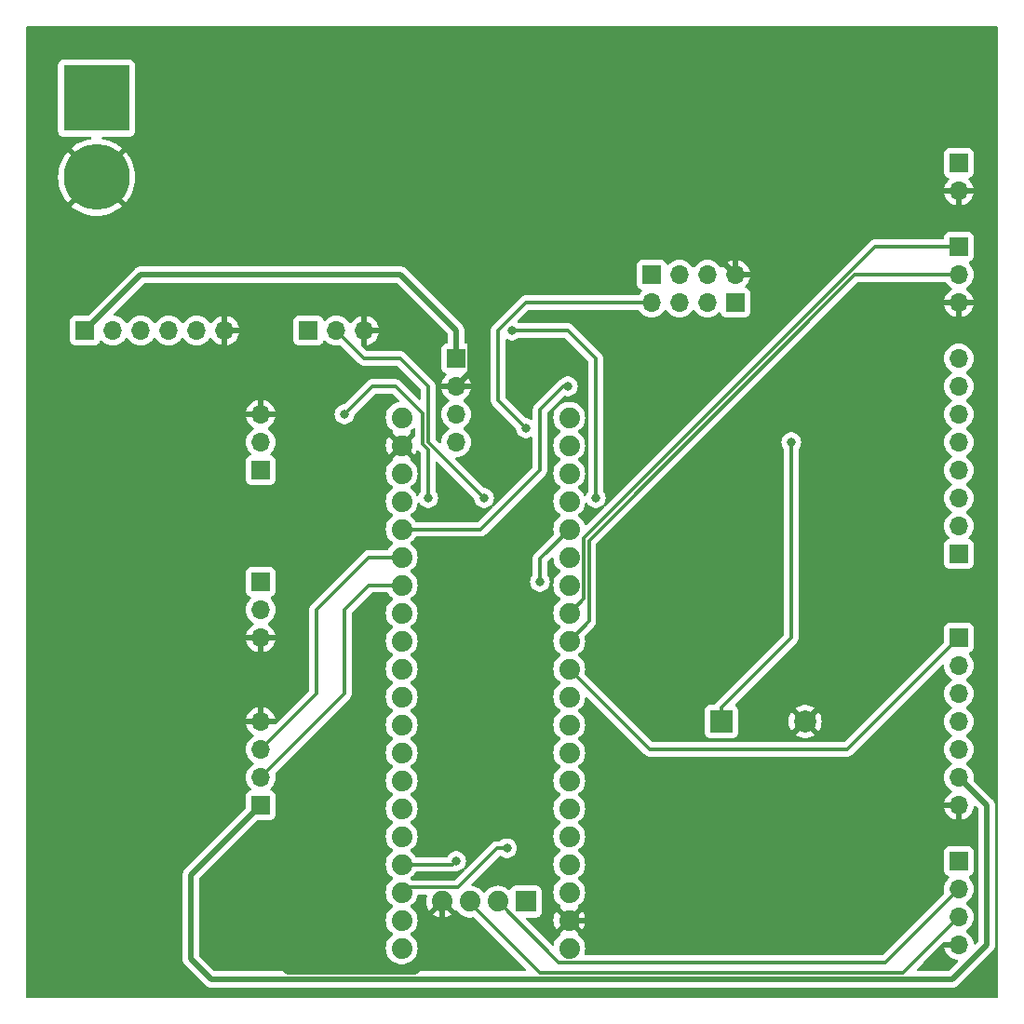
<source format=gbr>
%TF.GenerationSoftware,KiCad,Pcbnew,7.0.10-7.0.10~ubuntu22.04.1*%
%TF.CreationDate,2024-01-15T22:38:42+07:00*%
%TF.ProjectId,PCB_Sensor,5043425f-5365-46e7-936f-722e6b696361,rev?*%
%TF.SameCoordinates,Original*%
%TF.FileFunction,Copper,L2,Bot*%
%TF.FilePolarity,Positive*%
%FSLAX46Y46*%
G04 Gerber Fmt 4.6, Leading zero omitted, Abs format (unit mm)*
G04 Created by KiCad (PCBNEW 7.0.10-7.0.10~ubuntu22.04.1) date 2024-01-15 22:38:42*
%MOMM*%
%LPD*%
G01*
G04 APERTURE LIST*
%TA.AperFunction,ComponentPad*%
%ADD10R,1.700000X1.700000*%
%TD*%
%TA.AperFunction,ComponentPad*%
%ADD11O,1.700000X1.700000*%
%TD*%
%TA.AperFunction,ComponentPad*%
%ADD12C,6.000000*%
%TD*%
%TA.AperFunction,ComponentPad*%
%ADD13R,6.000000X6.000000*%
%TD*%
%TA.AperFunction,ComponentPad*%
%ADD14R,2.000000X2.000000*%
%TD*%
%TA.AperFunction,ComponentPad*%
%ADD15C,2.000000*%
%TD*%
%TA.AperFunction,ComponentPad*%
%ADD16C,1.879600*%
%TD*%
%TA.AperFunction,ComponentPad*%
%ADD17R,1.879600X1.879600*%
%TD*%
%TA.AperFunction,ViaPad*%
%ADD18C,0.800000*%
%TD*%
%TA.AperFunction,Conductor*%
%ADD19C,0.300000*%
%TD*%
%TA.AperFunction,Conductor*%
%ADD20C,0.500000*%
%TD*%
G04 APERTURE END LIST*
D10*
%TO.P,J4,1,Pin_1*%
%TO.N,/COM_TX*%
X157480000Y-40640000D03*
D11*
%TO.P,J4,2,Pin_2*%
%TO.N,/COM_RX*%
X157480000Y-43180000D03*
%TO.P,J4,3,Pin_3*%
%TO.N,GND*%
X157480000Y-45720000D03*
%TD*%
D10*
%TO.P,J10,1,Pin_1*%
%TO.N,+3.3V*%
X157480000Y-96520000D03*
D11*
%TO.P,J10,2,Pin_2*%
%TO.N,/SWDIO*%
X157480000Y-99060000D03*
%TO.P,J10,3,Pin_3*%
%TO.N,/SWCLK*%
X157480000Y-101600000D03*
%TO.P,J10,4,Pin_4*%
%TO.N,GND*%
X157480000Y-104140000D03*
%TD*%
D12*
%TO.P,J6,N,NEG*%
%TO.N,GND*%
X79060000Y-34320000D03*
D13*
%TO.P,J6,P,POS*%
%TO.N,/2S_BATT*%
X79060000Y-27120000D03*
%TD*%
D10*
%TO.P,J1,1,Pin_1*%
%TO.N,+5V*%
X98320000Y-48260000D03*
D11*
%TO.P,J1,2,Pin_2*%
%TO.N,/DHT22*%
X100860000Y-48260000D03*
%TO.P,J1,3,Pin_3*%
%TO.N,GND*%
X103400000Y-48260000D03*
%TD*%
D10*
%TO.P,J5,1,Pin_1*%
%TO.N,/ALERT_OUT*%
X157480000Y-33020000D03*
D11*
%TO.P,J5,2,Pin_2*%
%TO.N,GND*%
X157480000Y-35560000D03*
%TD*%
D10*
%TO.P,J8,1,Pin_1*%
%TO.N,+5V*%
X93980000Y-60960000D03*
D11*
%TO.P,J8,2,Pin_2*%
%TO.N,/J_R*%
X93980000Y-58420000D03*
%TO.P,J8,3,Pin_3*%
%TO.N,GND*%
X93980000Y-55880000D03*
%TD*%
D10*
%TO.P,J2,1,Pin_1*%
%TO.N,+5V*%
X93980000Y-71120000D03*
D11*
%TO.P,J2,2,Pin_2*%
%TO.N,/Volt_Sensor*%
X93980000Y-73660000D03*
%TO.P,J2,3,Pin_3*%
%TO.N,GND*%
X93980000Y-76200000D03*
%TD*%
D10*
%TO.P,J13,1,Pin_1*%
%TO.N,/LCD_RST*%
X157480000Y-76200000D03*
D11*
%TO.P,J13,2,Pin_2*%
%TO.N,/LCD_CS*%
X157480000Y-78740000D03*
%TO.P,J13,3,Pin_3*%
%TO.N,/LCD_RS*%
X157480000Y-81280000D03*
%TO.P,J13,4,Pin_4*%
%TO.N,/LCD_WR*%
X157480000Y-83820000D03*
%TO.P,J13,5,Pin_5*%
%TO.N,/LCD_RD*%
X157480000Y-86360000D03*
%TO.P,J13,6,Pin_6*%
%TO.N,+5V*%
X157480000Y-88900000D03*
%TO.P,J13,7,Pin_7*%
%TO.N,GND*%
X157480000Y-91440000D03*
%TD*%
D10*
%TO.P,J14,1,Pin_1*%
%TO.N,+3.3V*%
X137160000Y-45720000D03*
D11*
%TO.P,J14,2,Pin_2*%
%TO.N,unconnected-(J14-Pin_2-Pad2)*%
X134620000Y-45720000D03*
%TO.P,J14,3,Pin_3*%
%TO.N,unconnected-(J14-Pin_3-Pad3)*%
X132080000Y-45720000D03*
%TO.P,J14,4,Pin_4*%
%TO.N,/ESP_RX*%
X129540000Y-45720000D03*
%TD*%
D10*
%TO.P,J15,1,Pin_1*%
%TO.N,/ESP_TX*%
X129540000Y-43180000D03*
D11*
%TO.P,J15,2,Pin_2*%
%TO.N,unconnected-(J15-Pin_2-Pad2)*%
X132080000Y-43180000D03*
%TO.P,J15,3,Pin_3*%
%TO.N,unconnected-(J15-Pin_3-Pad3)*%
X134620000Y-43180000D03*
%TO.P,J15,4,Pin_4*%
%TO.N,GND*%
X137160000Y-43180000D03*
%TD*%
D14*
%TO.P,BZ1,1,-*%
%TO.N,/BUZZ*%
X135900000Y-83820000D03*
D15*
%TO.P,BZ1,2,+*%
%TO.N,GND*%
X143500000Y-83820000D03*
%TD*%
D10*
%TO.P,J7,1,Pin_1*%
%TO.N,+3.3V*%
X111760000Y-50800000D03*
D11*
%TO.P,J7,2,Pin_2*%
%TO.N,GND*%
X111760000Y-53340000D03*
%TO.P,J7,3,Pin_3*%
%TO.N,/BNO08X_RX*%
X111760000Y-55880000D03*
%TO.P,J7,4,Pin_4*%
%TO.N,/BNO08X_TX*%
X111760000Y-58420000D03*
%TD*%
D10*
%TO.P,J9,1,Pin_1*%
%TO.N,+5V*%
X93980000Y-91440000D03*
D11*
%TO.P,J9,2,Pin_2*%
%TO.N,/LoadCell_OUT*%
X93980000Y-88900000D03*
%TO.P,J9,3,Pin_3*%
%TO.N,/LoadCell_IN*%
X93980000Y-86360000D03*
%TO.P,J9,4,Pin_4*%
%TO.N,GND*%
X93980000Y-83820000D03*
%TD*%
D10*
%TO.P,J11,1,Pin_1*%
%TO.N,+3.3V*%
X78000000Y-48260000D03*
D11*
%TO.P,J11,2,Pin_2*%
%TO.N,/UWB_SCK*%
X80540000Y-48260000D03*
%TO.P,J11,3,Pin_3*%
%TO.N,/UWB_MISO*%
X83080000Y-48260000D03*
%TO.P,J11,4,Pin_4*%
%TO.N,/UWB_MOSI*%
X85620000Y-48260000D03*
%TO.P,J11,5,Pin_5*%
%TO.N,/UWB_CS*%
X88160000Y-48260000D03*
%TO.P,J11,6,Pin_6*%
%TO.N,GND*%
X90700000Y-48260000D03*
%TD*%
D10*
%TO.P,J12,1,Pin_1*%
%TO.N,/D0*%
X157480000Y-68580000D03*
D11*
%TO.P,J12,2,Pin_2*%
%TO.N,/D1*%
X157480000Y-66040000D03*
%TO.P,J12,3,Pin_3*%
%TO.N,/D2*%
X157480000Y-63500000D03*
%TO.P,J12,4,Pin_4*%
%TO.N,/D3*%
X157480000Y-60960000D03*
%TO.P,J12,5,Pin_5*%
%TO.N,/D4*%
X157480000Y-58420000D03*
%TO.P,J12,6,Pin_6*%
%TO.N,/D5*%
X157480000Y-55880000D03*
%TO.P,J12,7,Pin_7*%
%TO.N,/D6*%
X157480000Y-53340000D03*
%TO.P,J12,8,Pin_8*%
%TO.N,/D7*%
X157480000Y-50800000D03*
%TD*%
D16*
%TO.P,U1,1,PB12*%
%TO.N,/BUZZ*%
X122047000Y-56180000D03*
%TO.P,U1,2,PB13*%
%TO.N,/LED_BLUE*%
X122047000Y-58720000D03*
%TO.P,U1,3,PB14*%
%TO.N,/LED_GREEN*%
X122047000Y-61260000D03*
%TO.P,U1,4,PB15*%
%TO.N,/LED_RED*%
X122047000Y-63800000D03*
%TO.P,U1,5,PA8*%
%TO.N,/UI_BTN3*%
X122047000Y-66340000D03*
%TO.P,U1,6,PA9*%
%TO.N,/ESP_TX*%
X122047000Y-68880000D03*
%TO.P,U1,7,PA10*%
%TO.N,/ESP_RX*%
X122047000Y-71420000D03*
%TO.P,U1,8,PA11*%
%TO.N,/COM_TX*%
X122047000Y-73960000D03*
%TO.P,U1,9,PA12*%
%TO.N,/COM_RX*%
X122047000Y-76500000D03*
%TO.P,U1,10,PA15*%
%TO.N,/LCD_RST*%
X122047000Y-79040000D03*
%TO.P,U1,11,PB3*%
%TO.N,/MUL_SCK*%
X122047000Y-81580000D03*
%TO.P,U1,12,PB4*%
%TO.N,/MUL_Latch*%
X122047000Y-84120000D03*
%TO.P,U1,13,PB5*%
%TO.N,/MUL_MOSI*%
X122047000Y-86660000D03*
%TO.P,U1,14,PB6*%
%TO.N,/LCD_CS*%
X122047000Y-89200000D03*
%TO.P,U1,15,PB7*%
%TO.N,/LCD_RS*%
X122047000Y-91740000D03*
%TO.P,U1,16,PB8*%
%TO.N,/LCD_WR*%
X122047000Y-94280000D03*
%TO.P,U1,17,PB9*%
%TO.N,/LCD_RD*%
X122047000Y-96820000D03*
%TO.P,U1,18,5V*%
%TO.N,+5V*%
X122047000Y-99360000D03*
%TO.P,U1,19,GND*%
%TO.N,GND*%
X122047000Y-101900000D03*
%TO.P,U1,20,3V3*%
%TO.N,unconnected-(U1-3V3-Pad20)*%
X122047000Y-104440000D03*
%TO.P,U1,21,VBAT*%
%TO.N,unconnected-(U1-VBAT-Pad21)*%
X106807000Y-104440000D03*
%TO.P,U1,22,PC13*%
%TO.N,/BUILT_LED*%
X106807000Y-101900000D03*
%TO.P,U1,23,PC14*%
%TO.N,/UI_BTN1*%
X106807000Y-99360000D03*
%TO.P,U1,24,PC15*%
%TO.N,/UI_BTN2*%
X106807000Y-96820000D03*
%TO.P,U1,25,~{RESET}*%
%TO.N,/RST*%
X106807000Y-94280000D03*
%TO.P,U1,26,PA0*%
%TO.N,/DHT22*%
X106807000Y-91740000D03*
%TO.P,U1,27,PA1*%
%TO.N,/Volt_Sensor*%
X106807000Y-89200000D03*
%TO.P,U1,28,PA2*%
%TO.N,/BNO08X_TX*%
X106807000Y-86660000D03*
%TO.P,U1,29,PA3*%
%TO.N,/BNO08X_RX*%
X106807000Y-84120000D03*
%TO.P,U1,30,PA4*%
%TO.N,/Current_Sensor*%
X106807000Y-81580000D03*
%TO.P,U1,31,PA5*%
%TO.N,/UWB_SCK*%
X106807000Y-79040000D03*
%TO.P,U1,32,PA6*%
%TO.N,/UWB_MISO*%
X106807000Y-76500000D03*
%TO.P,U1,33,PA7*%
%TO.N,/UWB_MOSI*%
X106807000Y-73960000D03*
%TO.P,U1,34,PB0*%
%TO.N,/LoadCell_OUT*%
X106807000Y-71420000D03*
%TO.P,U1,35,PB1*%
%TO.N,/LoadCell_IN*%
X106807000Y-68880000D03*
%TO.P,U1,36,PB2*%
%TO.N,/ALERT_OUT*%
X106807000Y-66340000D03*
%TO.P,U1,37,PB10*%
%TO.N,/UWB_CS*%
X106807000Y-63800000D03*
%TO.P,U1,38,3V3*%
%TO.N,unconnected-(U1-3V3-Pad38)*%
X106807000Y-61260000D03*
%TO.P,U1,39,GND*%
%TO.N,GND*%
X106807000Y-58720000D03*
%TO.P,U1,40,5V*%
%TO.N,+5V*%
X106807000Y-56180000D03*
D17*
%TO.P,U1,41,3.3V*%
%TO.N,+3.3V*%
X118110000Y-100203000D03*
D16*
%TO.P,U1,42,SWDIO*%
%TO.N,/SWDIO*%
X115570000Y-100203000D03*
%TO.P,U1,43,SWSCK*%
%TO.N,/SWCLK*%
X113030000Y-100203000D03*
%TO.P,U1,44,GND*%
%TO.N,GND*%
X110490000Y-100203000D03*
%TD*%
D18*
%TO.N,/BUZZ*%
X142240000Y-58420000D03*
%TO.N,GND*%
X144780000Y-101600000D03*
X106680000Y-33020000D03*
X99060000Y-58420000D03*
X134620000Y-101600000D03*
X134620000Y-60960000D03*
X147320000Y-60960000D03*
X78740000Y-101600000D03*
X85900000Y-103475000D03*
X152400000Y-54610000D03*
X134620000Y-67310000D03*
X134620000Y-63500000D03*
X134620000Y-58420000D03*
X139700000Y-87630000D03*
X93980000Y-104140000D03*
%TO.N,/DHT22*%
X114300000Y-63500000D03*
%TO.N,/ESP_RX*%
X118110000Y-57150000D03*
%TO.N,/ALERT_OUT*%
X121920000Y-53340000D03*
%TO.N,/BUILT_LED*%
X116840000Y-48260000D03*
X124460000Y-63500000D03*
%TO.N,/Current_Sensor*%
X101600000Y-55880000D03*
X109220000Y-63500000D03*
%TO.N,/UI_BTN3*%
X119380000Y-71120000D03*
%TO.N,/UI_BTN1*%
X116381777Y-95354670D03*
%TO.N,/UI_BTN2*%
X111760000Y-96520000D03*
X111760000Y-96520000D03*
%TD*%
D19*
%TO.N,/BUZZ*%
X135900000Y-82540000D02*
X142240000Y-76200000D01*
X142240000Y-76200000D02*
X142240000Y-58420000D01*
X135900000Y-83820000D02*
X135900000Y-82540000D01*
D20*
%TO.N,GND*%
X96420000Y-106580000D02*
X93980000Y-104140000D01*
X80615000Y-103475000D02*
X78740000Y-101600000D01*
X126700000Y-101900000D02*
X139700000Y-88900000D01*
X127000000Y-33020000D02*
X137160000Y-43180000D01*
X111760000Y-53340000D02*
X113060000Y-52040000D01*
X110490000Y-100203000D02*
X110490000Y-104140000D01*
X113060000Y-39400000D02*
X106680000Y-33020000D01*
X139700000Y-88900000D02*
X139700000Y-87630000D01*
X106680000Y-33020000D02*
X127000000Y-33020000D01*
X113060000Y-52040000D02*
X113060000Y-39400000D01*
X109220000Y-105410000D02*
X108050000Y-106580000D01*
X122047000Y-101900000D02*
X126700000Y-101900000D01*
X110490000Y-104140000D02*
X109220000Y-105410000D01*
X108050000Y-106580000D02*
X96420000Y-106580000D01*
X85900000Y-103475000D02*
X80615000Y-103475000D01*
%TO.N,+5V*%
X156880000Y-107280000D02*
X160020000Y-104140000D01*
X87630000Y-97790000D02*
X87630000Y-105410000D01*
X160020000Y-91440000D02*
X157480000Y-88900000D01*
X160020000Y-104140000D02*
X160020000Y-91440000D01*
X87630000Y-105410000D02*
X89500000Y-107280000D01*
X93980000Y-91440000D02*
X87630000Y-97790000D01*
X89500000Y-107280000D02*
X156880000Y-107280000D01*
D19*
%TO.N,/DHT22*%
X103400000Y-50800000D02*
X100860000Y-48260000D01*
X114300000Y-63500000D02*
X109220000Y-58420000D01*
X109220000Y-58420000D02*
X109220000Y-53340000D01*
X109220000Y-53340000D02*
X106680000Y-50800000D01*
X106680000Y-50800000D02*
X103400000Y-50800000D01*
%TO.N,/ESP_RX*%
X115570000Y-48260000D02*
X115570000Y-54610000D01*
X118110000Y-45720000D02*
X115570000Y-48260000D01*
X129540000Y-45720000D02*
X118110000Y-45720000D01*
X115570000Y-54610000D02*
X118110000Y-57150000D01*
%TO.N,/COM_TX*%
X149860000Y-40640000D02*
X157480000Y-40640000D01*
X122047000Y-73960000D02*
X123336800Y-72670200D01*
X123336800Y-67163200D02*
X149860000Y-40640000D01*
X123336800Y-72670200D02*
X123336800Y-67163200D01*
%TO.N,/COM_RX*%
X148027106Y-43180000D02*
X157480000Y-43180000D01*
X122047000Y-76500000D02*
X123836800Y-74710200D01*
X123836800Y-67370306D02*
X148027106Y-43180000D01*
X123836800Y-74710200D02*
X123836800Y-67370306D01*
%TO.N,/ALERT_OUT*%
X114000000Y-66340000D02*
X106807000Y-66340000D01*
X119380000Y-55472747D02*
X119380000Y-60960000D01*
X121512747Y-53340000D02*
X119380000Y-55472747D01*
X119380000Y-60960000D02*
X114000000Y-66340000D01*
X121920000Y-53340000D02*
X121512747Y-53340000D01*
D20*
%TO.N,+3.3V*%
X106680000Y-43180000D02*
X111760000Y-48260000D01*
X78000000Y-48260000D02*
X83080000Y-43180000D01*
X83080000Y-43180000D02*
X106680000Y-43180000D01*
X111760000Y-48260000D02*
X111760000Y-50800000D01*
D19*
%TO.N,/LoadCell_OUT*%
X101600000Y-73660000D02*
X103840000Y-71420000D01*
X93980000Y-88900000D02*
X101600000Y-81280000D01*
X101600000Y-81280000D02*
X101600000Y-73660000D01*
X103840000Y-71420000D02*
X106807000Y-71420000D01*
%TO.N,/LoadCell_IN*%
X99060000Y-81280000D02*
X99060000Y-73660000D01*
X93980000Y-86360000D02*
X99060000Y-81280000D01*
X103840000Y-68880000D02*
X106807000Y-68880000D01*
X99060000Y-73660000D02*
X103840000Y-68880000D01*
%TO.N,/SWDIO*%
X115570000Y-100203000D02*
X121096800Y-105729800D01*
X150810200Y-105729800D02*
X157480000Y-99060000D01*
X121096800Y-105729800D02*
X150810200Y-105729800D01*
%TO.N,/SWCLK*%
X113030000Y-100330000D02*
X119380000Y-106680000D01*
X119380000Y-106680000D02*
X152400000Y-106680000D01*
X113030000Y-100203000D02*
X113030000Y-100330000D01*
X152400000Y-106680000D02*
X157480000Y-101600000D01*
%TO.N,/BUILT_LED*%
X124460000Y-50800000D02*
X124460000Y-63500000D01*
X121920000Y-48260000D02*
X124460000Y-50800000D01*
X116840000Y-48260000D02*
X121920000Y-48260000D01*
%TO.N,/Current_Sensor*%
X108720000Y-55824474D02*
X106235526Y-53340000D01*
X109220000Y-63500000D02*
X109220000Y-59127106D01*
X104140000Y-53340000D02*
X101600000Y-55880000D01*
X109220000Y-59127106D02*
X108720000Y-58627106D01*
X108720000Y-58627106D02*
X108720000Y-55824474D01*
X106235526Y-53340000D02*
X104140000Y-53340000D01*
%TO.N,/UI_BTN3*%
X119380000Y-71120000D02*
X119380000Y-69007000D01*
X119380000Y-69007000D02*
X122047000Y-66340000D01*
%TO.N,/LCD_RST*%
X147320000Y-86360000D02*
X157480000Y-76200000D01*
X129367000Y-86360000D02*
X147320000Y-86360000D01*
X122047000Y-79040000D02*
X129367000Y-86360000D01*
%TO.N,/UI_BTN1*%
X116381777Y-95354670D02*
X115465330Y-95354670D01*
X107253800Y-98913200D02*
X106807000Y-99360000D01*
X111906800Y-98913200D02*
X107253800Y-98913200D01*
X115465330Y-95354670D02*
X111906800Y-98913200D01*
%TO.N,/UI_BTN2*%
X111460000Y-96820000D02*
X106807000Y-96820000D01*
X111760000Y-96520000D02*
X111460000Y-96820000D01*
%TD*%
%TA.AperFunction,Conductor*%
%TO.N,GND*%
G36*
X105511480Y-72090185D02*
G01*
X105548250Y-72126678D01*
X105666506Y-72307682D01*
X105828168Y-72483295D01*
X105828171Y-72483297D01*
X105828174Y-72483300D01*
X105968020Y-72592147D01*
X106008833Y-72648857D01*
X106012508Y-72718630D01*
X105977876Y-72779313D01*
X105968020Y-72787853D01*
X105828174Y-72896699D01*
X105828171Y-72896702D01*
X105666506Y-73072317D01*
X105535951Y-73272147D01*
X105440070Y-73490732D01*
X105381475Y-73722118D01*
X105381473Y-73722130D01*
X105361764Y-73959994D01*
X105361764Y-73960005D01*
X105381473Y-74197869D01*
X105381475Y-74197881D01*
X105440070Y-74429267D01*
X105535951Y-74647852D01*
X105535953Y-74647856D01*
X105666506Y-74847682D01*
X105828168Y-75023295D01*
X105828171Y-75023297D01*
X105828174Y-75023300D01*
X105968020Y-75132147D01*
X106008833Y-75188857D01*
X106012508Y-75258630D01*
X105977876Y-75319313D01*
X105968020Y-75327853D01*
X105828174Y-75436699D01*
X105828171Y-75436702D01*
X105666506Y-75612317D01*
X105535951Y-75812147D01*
X105440070Y-76030732D01*
X105381475Y-76262118D01*
X105381473Y-76262130D01*
X105361764Y-76499994D01*
X105361764Y-76500005D01*
X105381473Y-76737869D01*
X105381475Y-76737881D01*
X105440070Y-76969267D01*
X105522630Y-77157483D01*
X105535953Y-77187856D01*
X105666506Y-77387682D01*
X105828168Y-77563295D01*
X105828171Y-77563297D01*
X105828174Y-77563300D01*
X105968020Y-77672147D01*
X106008833Y-77728857D01*
X106012508Y-77798630D01*
X105977876Y-77859313D01*
X105968020Y-77867853D01*
X105828174Y-77976699D01*
X105828171Y-77976702D01*
X105666506Y-78152317D01*
X105535951Y-78352147D01*
X105440070Y-78570732D01*
X105381475Y-78802118D01*
X105381473Y-78802130D01*
X105361764Y-79039994D01*
X105361764Y-79040005D01*
X105381473Y-79277869D01*
X105381475Y-79277881D01*
X105440070Y-79509267D01*
X105535951Y-79727852D01*
X105535953Y-79727856D01*
X105666506Y-79927682D01*
X105828168Y-80103295D01*
X105828171Y-80103297D01*
X105828174Y-80103300D01*
X105968020Y-80212147D01*
X106008833Y-80268857D01*
X106012508Y-80338630D01*
X105977876Y-80399313D01*
X105968020Y-80407853D01*
X105828174Y-80516699D01*
X105828171Y-80516702D01*
X105666506Y-80692317D01*
X105535951Y-80892147D01*
X105440070Y-81110732D01*
X105381475Y-81342118D01*
X105381473Y-81342130D01*
X105361764Y-81579994D01*
X105361764Y-81580005D01*
X105381473Y-81817869D01*
X105381475Y-81817881D01*
X105440070Y-82049267D01*
X105525817Y-82244749D01*
X105535953Y-82267856D01*
X105666506Y-82467682D01*
X105828168Y-82643295D01*
X105828171Y-82643297D01*
X105828174Y-82643300D01*
X105968020Y-82752147D01*
X106008833Y-82808857D01*
X106012508Y-82878630D01*
X105977876Y-82939313D01*
X105968020Y-82947853D01*
X105828174Y-83056699D01*
X105828171Y-83056702D01*
X105666506Y-83232317D01*
X105535951Y-83432147D01*
X105440070Y-83650732D01*
X105381475Y-83882118D01*
X105381473Y-83882130D01*
X105361764Y-84119994D01*
X105361764Y-84120005D01*
X105381473Y-84357869D01*
X105381475Y-84357881D01*
X105440070Y-84589267D01*
X105535951Y-84807852D01*
X105535953Y-84807856D01*
X105666506Y-85007682D01*
X105828168Y-85183295D01*
X105828171Y-85183297D01*
X105828174Y-85183300D01*
X105968020Y-85292147D01*
X106008833Y-85348857D01*
X106012508Y-85418630D01*
X105977876Y-85479313D01*
X105968020Y-85487853D01*
X105828174Y-85596699D01*
X105828171Y-85596702D01*
X105666506Y-85772317D01*
X105535951Y-85972147D01*
X105440070Y-86190732D01*
X105381475Y-86422118D01*
X105381473Y-86422130D01*
X105361764Y-86659994D01*
X105361764Y-86660005D01*
X105381473Y-86897869D01*
X105381475Y-86897881D01*
X105440070Y-87129267D01*
X105535951Y-87347852D01*
X105535953Y-87347856D01*
X105666506Y-87547682D01*
X105828168Y-87723295D01*
X105828171Y-87723297D01*
X105828174Y-87723300D01*
X105968020Y-87832147D01*
X106008833Y-87888857D01*
X106012508Y-87958630D01*
X105977876Y-88019313D01*
X105968020Y-88027853D01*
X105828174Y-88136699D01*
X105828171Y-88136702D01*
X105666506Y-88312317D01*
X105535951Y-88512147D01*
X105440070Y-88730732D01*
X105381475Y-88962118D01*
X105381473Y-88962130D01*
X105361764Y-89199994D01*
X105361764Y-89200005D01*
X105381473Y-89437869D01*
X105381475Y-89437881D01*
X105440070Y-89669267D01*
X105535951Y-89887852D01*
X105535953Y-89887856D01*
X105666506Y-90087682D01*
X105828168Y-90263295D01*
X105828171Y-90263297D01*
X105828174Y-90263300D01*
X105968020Y-90372147D01*
X106008833Y-90428857D01*
X106012508Y-90498630D01*
X105977876Y-90559313D01*
X105968020Y-90567853D01*
X105828174Y-90676699D01*
X105828171Y-90676702D01*
X105666506Y-90852317D01*
X105535951Y-91052147D01*
X105440070Y-91270732D01*
X105381475Y-91502118D01*
X105381473Y-91502130D01*
X105361764Y-91739994D01*
X105361764Y-91740005D01*
X105381473Y-91977869D01*
X105381475Y-91977881D01*
X105440070Y-92209267D01*
X105522630Y-92397483D01*
X105535953Y-92427856D01*
X105666506Y-92627682D01*
X105828168Y-92803295D01*
X105828171Y-92803297D01*
X105828174Y-92803300D01*
X105968020Y-92912147D01*
X106008833Y-92968857D01*
X106012508Y-93038630D01*
X105977876Y-93099313D01*
X105968020Y-93107853D01*
X105828174Y-93216699D01*
X105828171Y-93216702D01*
X105666506Y-93392317D01*
X105535951Y-93592147D01*
X105440070Y-93810732D01*
X105381475Y-94042118D01*
X105381473Y-94042130D01*
X105361764Y-94279994D01*
X105361764Y-94280005D01*
X105381473Y-94517869D01*
X105381475Y-94517881D01*
X105440070Y-94749267D01*
X105515192Y-94920526D01*
X105535953Y-94967856D01*
X105666506Y-95167682D01*
X105828168Y-95343295D01*
X105828171Y-95343297D01*
X105828174Y-95343300D01*
X105968020Y-95452147D01*
X106008833Y-95508857D01*
X106012508Y-95578630D01*
X105977876Y-95639313D01*
X105968020Y-95647853D01*
X105828174Y-95756699D01*
X105828171Y-95756702D01*
X105666506Y-95932317D01*
X105535951Y-96132147D01*
X105440070Y-96350732D01*
X105381475Y-96582118D01*
X105381473Y-96582130D01*
X105361764Y-96819994D01*
X105361764Y-96820005D01*
X105381473Y-97057869D01*
X105381475Y-97057881D01*
X105440070Y-97289267D01*
X105522630Y-97477483D01*
X105535953Y-97507856D01*
X105666506Y-97707682D01*
X105828168Y-97883295D01*
X105828171Y-97883297D01*
X105828174Y-97883300D01*
X105968020Y-97992147D01*
X106008833Y-98048857D01*
X106012508Y-98118630D01*
X105977876Y-98179313D01*
X105968020Y-98187853D01*
X105828174Y-98296699D01*
X105828171Y-98296702D01*
X105666506Y-98472317D01*
X105535951Y-98672147D01*
X105440070Y-98890732D01*
X105381475Y-99122118D01*
X105381473Y-99122130D01*
X105361764Y-99359994D01*
X105361764Y-99360005D01*
X105381473Y-99597869D01*
X105381475Y-99597881D01*
X105440070Y-99829267D01*
X105535951Y-100047852D01*
X105535953Y-100047856D01*
X105666506Y-100247682D01*
X105828168Y-100423295D01*
X105828171Y-100423297D01*
X105828174Y-100423300D01*
X105968020Y-100532147D01*
X106008833Y-100588857D01*
X106012508Y-100658630D01*
X105977876Y-100719313D01*
X105968020Y-100727853D01*
X105828174Y-100836699D01*
X105828171Y-100836702D01*
X105666506Y-101012317D01*
X105535951Y-101212147D01*
X105440070Y-101430732D01*
X105381475Y-101662118D01*
X105381473Y-101662130D01*
X105361764Y-101899994D01*
X105361764Y-101900005D01*
X105381473Y-102137869D01*
X105381475Y-102137881D01*
X105440070Y-102369267D01*
X105535847Y-102587614D01*
X105535953Y-102587856D01*
X105666506Y-102787682D01*
X105828168Y-102963295D01*
X105828171Y-102963297D01*
X105828174Y-102963300D01*
X105968020Y-103072147D01*
X106008833Y-103128857D01*
X106012508Y-103198630D01*
X105977876Y-103259313D01*
X105968020Y-103267853D01*
X105828174Y-103376699D01*
X105828171Y-103376702D01*
X105666506Y-103552317D01*
X105535951Y-103752147D01*
X105440070Y-103970732D01*
X105381475Y-104202118D01*
X105381473Y-104202130D01*
X105361764Y-104439994D01*
X105361764Y-104440005D01*
X105381473Y-104677869D01*
X105381475Y-104677881D01*
X105440070Y-104909267D01*
X105513411Y-105076466D01*
X105535953Y-105127856D01*
X105666506Y-105327682D01*
X105828168Y-105503295D01*
X106016531Y-105649903D01*
X106226455Y-105763509D01*
X106452216Y-105841012D01*
X106687653Y-105880300D01*
X106687654Y-105880300D01*
X106926346Y-105880300D01*
X106926347Y-105880300D01*
X107161784Y-105841012D01*
X107387545Y-105763509D01*
X107597469Y-105649903D01*
X107785832Y-105503295D01*
X107947494Y-105327682D01*
X108078047Y-105127856D01*
X108173929Y-104909267D01*
X108232525Y-104677878D01*
X108235041Y-104647514D01*
X108252236Y-104440005D01*
X108252236Y-104439994D01*
X108232526Y-104202130D01*
X108232524Y-104202118D01*
X108173929Y-103970732D01*
X108078048Y-103752147D01*
X108078047Y-103752144D01*
X107947494Y-103552318D01*
X107785832Y-103376705D01*
X107645978Y-103267853D01*
X107605166Y-103211143D01*
X107601491Y-103141370D01*
X107636122Y-103080687D01*
X107645979Y-103072146D01*
X107785832Y-102963295D01*
X107947494Y-102787682D01*
X108078047Y-102587856D01*
X108173929Y-102369267D01*
X108232525Y-102137878D01*
X108232532Y-102137796D01*
X108252236Y-101900005D01*
X108252236Y-101899994D01*
X108232526Y-101662130D01*
X108232524Y-101662118D01*
X108173929Y-101430732D01*
X108094776Y-101250282D01*
X108078047Y-101212144D01*
X107947494Y-101012318D01*
X107785832Y-100836705D01*
X107645978Y-100727853D01*
X107605166Y-100671143D01*
X107601491Y-100601370D01*
X107636122Y-100540687D01*
X107645979Y-100532146D01*
X107785832Y-100423295D01*
X107947494Y-100247682D01*
X108078047Y-100047856D01*
X108173929Y-99829267D01*
X108217487Y-99657258D01*
X108253027Y-99597104D01*
X108315447Y-99565712D01*
X108337693Y-99563700D01*
X109008404Y-99563700D01*
X109075443Y-99583385D01*
X109121198Y-99636189D01*
X109131142Y-99705347D01*
X109124445Y-99728790D01*
X109125208Y-99729052D01*
X109123545Y-99733894D01*
X109064969Y-99965203D01*
X109064967Y-99965211D01*
X109045265Y-100202993D01*
X109045265Y-100203006D01*
X109064967Y-100440788D01*
X109064969Y-100440796D01*
X109123545Y-100672104D01*
X109219392Y-100890617D01*
X109310055Y-101029388D01*
X110000477Y-100338967D01*
X110023155Y-100416201D01*
X110102131Y-100539090D01*
X110212530Y-100634752D01*
X110345408Y-100695435D01*
X110350400Y-100696152D01*
X109662840Y-101383712D01*
X109662840Y-101383713D01*
X109699802Y-101412482D01*
X109699807Y-101412485D01*
X109909650Y-101526046D01*
X109909660Y-101526051D01*
X110135335Y-101603525D01*
X110370696Y-101642800D01*
X110609304Y-101642800D01*
X110844664Y-101603525D01*
X111070339Y-101526051D01*
X111070349Y-101526046D01*
X111280191Y-101412486D01*
X111280197Y-101412481D01*
X111317158Y-101383713D01*
X111317159Y-101383711D01*
X110629600Y-100696152D01*
X110634592Y-100695435D01*
X110767470Y-100634752D01*
X110877869Y-100539090D01*
X110956845Y-100416201D01*
X110979522Y-100338968D01*
X111669943Y-101029389D01*
X111682632Y-101028073D01*
X111709039Y-101005537D01*
X111778270Y-100996113D01*
X111841606Y-101025614D01*
X111863511Y-101050894D01*
X111889506Y-101090682D01*
X112051168Y-101266295D01*
X112239531Y-101412903D01*
X112449455Y-101526509D01*
X112675216Y-101604012D01*
X112910653Y-101643300D01*
X112910654Y-101643300D01*
X113149342Y-101643300D01*
X113149347Y-101643300D01*
X113321213Y-101614619D01*
X113390574Y-101623000D01*
X113429301Y-101649247D01*
X118097873Y-106317819D01*
X118131358Y-106379142D01*
X118126374Y-106448834D01*
X118084502Y-106504767D01*
X118019038Y-106529184D01*
X118010192Y-106529500D01*
X89862229Y-106529500D01*
X89795190Y-106509815D01*
X89774548Y-106493181D01*
X88416819Y-105135451D01*
X88383334Y-105074128D01*
X88380500Y-105047770D01*
X88380500Y-98152228D01*
X88400185Y-98085189D01*
X88416814Y-98064552D01*
X93654548Y-92826817D01*
X93715871Y-92793333D01*
X93742229Y-92790499D01*
X94877871Y-92790499D01*
X94877872Y-92790499D01*
X94937483Y-92784091D01*
X95072331Y-92733796D01*
X95187546Y-92647546D01*
X95273796Y-92532331D01*
X95324091Y-92397483D01*
X95330500Y-92337873D01*
X95330499Y-90542128D01*
X95324091Y-90482517D01*
X95319422Y-90470000D01*
X95273797Y-90347671D01*
X95273793Y-90347664D01*
X95187547Y-90232455D01*
X95187544Y-90232452D01*
X95072335Y-90146206D01*
X95072328Y-90146202D01*
X94940917Y-90097189D01*
X94884983Y-90055318D01*
X94860566Y-89989853D01*
X94875418Y-89921580D01*
X94896563Y-89893332D01*
X95018495Y-89771401D01*
X95154035Y-89577830D01*
X95253903Y-89363663D01*
X95315063Y-89135408D01*
X95335659Y-88900000D01*
X95315063Y-88664592D01*
X95295614Y-88592007D01*
X95297277Y-88522162D01*
X95327706Y-88472238D01*
X101999513Y-81800431D01*
X102012079Y-81790365D01*
X102011925Y-81790178D01*
X102017933Y-81785205D01*
X102017940Y-81785202D01*
X102041227Y-81760402D01*
X102065865Y-81734167D01*
X102068578Y-81731367D01*
X102088911Y-81711035D01*
X102091606Y-81707560D01*
X102099199Y-81698669D01*
X102099200Y-81698668D01*
X102130448Y-81665393D01*
X102140674Y-81646790D01*
X102151353Y-81630533D01*
X102164362Y-81613764D01*
X102182492Y-81571865D01*
X102187620Y-81561395D01*
X102209627Y-81521368D01*
X102214905Y-81500806D01*
X102221209Y-81482397D01*
X102229635Y-81462927D01*
X102236777Y-81417825D01*
X102239140Y-81406418D01*
X102250500Y-81362177D01*
X102250500Y-81340949D01*
X102252027Y-81321549D01*
X102255346Y-81300595D01*
X102251050Y-81255147D01*
X102250500Y-81243478D01*
X102250500Y-73980808D01*
X102270185Y-73913769D01*
X102286819Y-73893127D01*
X104073127Y-72106819D01*
X104134450Y-72073334D01*
X104160808Y-72070500D01*
X105444441Y-72070500D01*
X105511480Y-72090185D01*
G37*
%TD.AperFunction*%
%TA.AperFunction,Conductor*%
G36*
X157020507Y-103930156D02*
G01*
X156980000Y-104068111D01*
X156980000Y-104211889D01*
X157020507Y-104349844D01*
X157046314Y-104390000D01*
X156149364Y-104390000D01*
X156206567Y-104603486D01*
X156206570Y-104603492D01*
X156306399Y-104817578D01*
X156441894Y-105011082D01*
X156608917Y-105178105D01*
X156802421Y-105313600D01*
X157016507Y-105413429D01*
X157016516Y-105413433D01*
X157244673Y-105474567D01*
X157244684Y-105474569D01*
X157328634Y-105481914D01*
X157393703Y-105507366D01*
X157434682Y-105563957D01*
X157438560Y-105633719D01*
X157405508Y-105693123D01*
X156605451Y-106493181D01*
X156544128Y-106526666D01*
X156517770Y-106529500D01*
X153769808Y-106529500D01*
X153702769Y-106509815D01*
X153657014Y-106457011D01*
X153647070Y-106387853D01*
X153676095Y-106324297D01*
X153682127Y-106317819D01*
X154270620Y-105729326D01*
X156073627Y-103926317D01*
X156134948Y-103892834D01*
X156161306Y-103890000D01*
X157046314Y-103890000D01*
X157020507Y-103930156D01*
G37*
%TD.AperFunction*%
%TA.AperFunction,Conductor*%
G36*
X156046052Y-78656405D02*
G01*
X156101985Y-78698277D01*
X156126246Y-78761779D01*
X156144936Y-78975403D01*
X156144938Y-78975413D01*
X156206094Y-79203655D01*
X156206096Y-79203659D01*
X156206097Y-79203663D01*
X156240700Y-79277869D01*
X156305965Y-79417830D01*
X156305967Y-79417834D01*
X156441501Y-79611395D01*
X156441506Y-79611402D01*
X156608597Y-79778493D01*
X156608603Y-79778498D01*
X156794158Y-79908425D01*
X156837783Y-79963002D01*
X156844977Y-80032500D01*
X156813454Y-80094855D01*
X156794158Y-80111575D01*
X156608597Y-80241505D01*
X156441505Y-80408597D01*
X156305965Y-80602169D01*
X156305964Y-80602171D01*
X156206098Y-80816335D01*
X156206094Y-80816344D01*
X156144938Y-81044586D01*
X156144936Y-81044596D01*
X156124341Y-81279999D01*
X156124341Y-81280000D01*
X156144936Y-81515403D01*
X156144938Y-81515413D01*
X156206094Y-81743655D01*
X156206096Y-81743659D01*
X156206097Y-81743663D01*
X156232571Y-81800436D01*
X156305965Y-81957830D01*
X156305967Y-81957834D01*
X156441501Y-82151395D01*
X156441506Y-82151402D01*
X156608597Y-82318493D01*
X156608603Y-82318498D01*
X156794158Y-82448425D01*
X156837783Y-82503002D01*
X156844977Y-82572500D01*
X156813454Y-82634855D01*
X156794158Y-82651575D01*
X156608597Y-82781505D01*
X156441505Y-82948597D01*
X156305965Y-83142169D01*
X156305964Y-83142171D01*
X156206098Y-83356335D01*
X156206094Y-83356344D01*
X156144938Y-83584586D01*
X156144936Y-83584596D01*
X156124341Y-83819999D01*
X156124341Y-83820000D01*
X156144936Y-84055403D01*
X156144938Y-84055413D01*
X156206094Y-84283655D01*
X156206096Y-84283659D01*
X156206097Y-84283663D01*
X156240700Y-84357869D01*
X156305965Y-84497830D01*
X156305967Y-84497834D01*
X156332950Y-84536369D01*
X156440441Y-84689882D01*
X156441501Y-84691395D01*
X156441506Y-84691402D01*
X156608597Y-84858493D01*
X156608603Y-84858498D01*
X156794158Y-84988425D01*
X156837783Y-85043002D01*
X156844977Y-85112500D01*
X156813454Y-85174855D01*
X156794158Y-85191575D01*
X156608597Y-85321505D01*
X156441505Y-85488597D01*
X156305965Y-85682169D01*
X156305964Y-85682171D01*
X156206098Y-85896335D01*
X156206094Y-85896344D01*
X156144938Y-86124586D01*
X156144936Y-86124596D01*
X156124341Y-86359999D01*
X156124341Y-86360000D01*
X156144936Y-86595403D01*
X156144938Y-86595413D01*
X156206094Y-86823655D01*
X156206096Y-86823659D01*
X156206097Y-86823663D01*
X156279561Y-86981207D01*
X156305965Y-87037830D01*
X156305967Y-87037834D01*
X156441501Y-87231395D01*
X156441506Y-87231402D01*
X156608597Y-87398493D01*
X156608603Y-87398498D01*
X156794158Y-87528425D01*
X156837783Y-87583002D01*
X156844977Y-87652500D01*
X156813454Y-87714855D01*
X156794158Y-87731575D01*
X156608597Y-87861505D01*
X156441505Y-88028597D01*
X156305965Y-88222169D01*
X156305964Y-88222171D01*
X156206098Y-88436335D01*
X156206094Y-88436344D01*
X156144938Y-88664586D01*
X156144936Y-88664596D01*
X156124341Y-88899999D01*
X156124341Y-88900000D01*
X156144936Y-89135403D01*
X156144938Y-89135413D01*
X156206094Y-89363655D01*
X156206096Y-89363659D01*
X156206097Y-89363663D01*
X156240700Y-89437869D01*
X156305965Y-89577830D01*
X156305967Y-89577834D01*
X156369990Y-89669267D01*
X156441505Y-89771401D01*
X156608599Y-89938495D01*
X156775439Y-90055318D01*
X156794594Y-90068730D01*
X156838219Y-90123307D01*
X156845413Y-90192805D01*
X156813890Y-90255160D01*
X156794595Y-90271880D01*
X156608922Y-90401890D01*
X156608920Y-90401891D01*
X156441891Y-90568920D01*
X156441886Y-90568926D01*
X156306400Y-90762420D01*
X156306399Y-90762422D01*
X156206570Y-90976507D01*
X156206567Y-90976513D01*
X156149364Y-91189999D01*
X156149364Y-91190000D01*
X157046314Y-91190000D01*
X157020507Y-91230156D01*
X156980000Y-91368111D01*
X156980000Y-91511889D01*
X157020507Y-91649844D01*
X157046314Y-91690000D01*
X156149364Y-91690000D01*
X156206567Y-91903486D01*
X156206570Y-91903492D01*
X156306399Y-92117578D01*
X156441894Y-92311082D01*
X156608917Y-92478105D01*
X156802421Y-92613600D01*
X157016507Y-92713429D01*
X157016516Y-92713433D01*
X157230000Y-92770634D01*
X157230000Y-91875501D01*
X157337685Y-91924680D01*
X157444237Y-91940000D01*
X157515763Y-91940000D01*
X157622315Y-91924680D01*
X157730000Y-91875501D01*
X157730000Y-92770633D01*
X157943483Y-92713433D01*
X157943492Y-92713429D01*
X158157578Y-92613600D01*
X158351082Y-92478105D01*
X158518105Y-92311082D01*
X158653600Y-92117578D01*
X158753429Y-91903492D01*
X158753433Y-91903483D01*
X158814567Y-91675326D01*
X158814569Y-91675315D01*
X158821914Y-91591364D01*
X158847366Y-91526295D01*
X158903957Y-91485316D01*
X158973719Y-91481438D01*
X159033123Y-91514490D01*
X159233181Y-91714548D01*
X159266666Y-91775871D01*
X159269500Y-91802229D01*
X159269500Y-103777769D01*
X159249815Y-103844808D01*
X159233181Y-103865450D01*
X159033123Y-104065508D01*
X158971800Y-104098993D01*
X158902108Y-104094009D01*
X158846175Y-104052137D01*
X158821914Y-103988634D01*
X158814569Y-103904684D01*
X158814567Y-103904673D01*
X158753433Y-103676516D01*
X158753429Y-103676507D01*
X158653600Y-103462422D01*
X158653599Y-103462420D01*
X158518113Y-103268926D01*
X158518108Y-103268920D01*
X158351078Y-103101890D01*
X158165405Y-102971879D01*
X158121780Y-102917302D01*
X158114588Y-102847804D01*
X158146110Y-102785449D01*
X158165406Y-102768730D01*
X158225875Y-102726389D01*
X158351401Y-102638495D01*
X158518495Y-102471401D01*
X158654035Y-102277830D01*
X158753903Y-102063663D01*
X158815063Y-101835408D01*
X158835659Y-101600000D01*
X158815063Y-101364592D01*
X158753903Y-101136337D01*
X158654035Y-100922171D01*
X158594192Y-100836705D01*
X158518494Y-100728597D01*
X158351402Y-100561506D01*
X158351396Y-100561501D01*
X158165842Y-100431575D01*
X158122217Y-100376998D01*
X158115023Y-100307500D01*
X158146546Y-100245145D01*
X158165842Y-100228425D01*
X158202144Y-100203006D01*
X158351401Y-100098495D01*
X158518495Y-99931401D01*
X158654035Y-99737830D01*
X158753903Y-99523663D01*
X158815063Y-99295408D01*
X158835659Y-99060000D01*
X158815063Y-98824592D01*
X158753903Y-98596337D01*
X158654035Y-98382171D01*
X158594191Y-98296705D01*
X158518496Y-98188600D01*
X158461037Y-98131141D01*
X158396567Y-98066671D01*
X158363084Y-98005351D01*
X158368068Y-97935659D01*
X158409939Y-97879725D01*
X158440915Y-97862810D01*
X158572331Y-97813796D01*
X158687546Y-97727546D01*
X158773796Y-97612331D01*
X158824091Y-97477483D01*
X158830500Y-97417873D01*
X158830499Y-95622128D01*
X158824091Y-95562517D01*
X158819422Y-95550000D01*
X158773797Y-95427671D01*
X158773793Y-95427664D01*
X158687547Y-95312455D01*
X158687544Y-95312452D01*
X158572335Y-95226206D01*
X158572328Y-95226202D01*
X158437482Y-95175908D01*
X158437483Y-95175908D01*
X158377883Y-95169501D01*
X158377881Y-95169500D01*
X158377873Y-95169500D01*
X158377864Y-95169500D01*
X156582129Y-95169500D01*
X156582123Y-95169501D01*
X156522516Y-95175908D01*
X156387671Y-95226202D01*
X156387664Y-95226206D01*
X156272455Y-95312452D01*
X156272452Y-95312455D01*
X156186206Y-95427664D01*
X156186202Y-95427671D01*
X156135908Y-95562517D01*
X156132831Y-95591143D01*
X156129501Y-95622123D01*
X156129500Y-95622135D01*
X156129500Y-97417870D01*
X156129501Y-97417876D01*
X156135908Y-97477483D01*
X156186202Y-97612328D01*
X156186206Y-97612335D01*
X156272452Y-97727544D01*
X156272455Y-97727547D01*
X156387664Y-97813793D01*
X156387671Y-97813797D01*
X156519081Y-97862810D01*
X156575015Y-97904681D01*
X156599432Y-97970145D01*
X156584580Y-98038418D01*
X156563430Y-98066673D01*
X156441503Y-98188600D01*
X156305965Y-98382169D01*
X156305964Y-98382171D01*
X156206098Y-98596335D01*
X156206094Y-98596344D01*
X156144938Y-98824586D01*
X156144936Y-98824596D01*
X156124341Y-99059999D01*
X156124341Y-99060000D01*
X156144936Y-99295403D01*
X156144939Y-99295416D01*
X156164384Y-99367989D01*
X156162721Y-99437839D01*
X156132290Y-99487762D01*
X150577073Y-105042981D01*
X150515750Y-105076466D01*
X150489392Y-105079300D01*
X123529141Y-105079300D01*
X123462102Y-105059615D01*
X123416347Y-105006811D01*
X123406403Y-104937653D01*
X123413052Y-104914380D01*
X123412266Y-104914110D01*
X123413925Y-104909274D01*
X123413929Y-104909267D01*
X123472525Y-104677878D01*
X123475041Y-104647514D01*
X123492236Y-104440005D01*
X123492236Y-104439994D01*
X123472526Y-104202130D01*
X123472524Y-104202118D01*
X123413929Y-103970732D01*
X123318048Y-103752147D01*
X123318047Y-103752144D01*
X123187494Y-103552318D01*
X123025832Y-103376705D01*
X122885571Y-103267536D01*
X122844759Y-103210826D01*
X122841084Y-103141053D01*
X122873992Y-103083387D01*
X122874159Y-103080711D01*
X122186600Y-102393152D01*
X122191592Y-102392435D01*
X122324470Y-102331752D01*
X122434869Y-102236090D01*
X122513845Y-102113201D01*
X122536522Y-102035969D01*
X123226942Y-102726389D01*
X123317608Y-102587614D01*
X123413454Y-102369104D01*
X123472030Y-102137796D01*
X123472032Y-102137788D01*
X123491735Y-101900006D01*
X123491735Y-101899993D01*
X123472032Y-101662211D01*
X123472030Y-101662203D01*
X123413454Y-101430895D01*
X123317607Y-101212382D01*
X123226942Y-101073609D01*
X122536521Y-101764029D01*
X122513845Y-101686799D01*
X122434869Y-101563910D01*
X122324470Y-101468248D01*
X122191592Y-101407565D01*
X122186599Y-101406847D01*
X122874158Y-100719286D01*
X122873684Y-100711649D01*
X122844760Y-100671459D01*
X122841085Y-100601686D01*
X122875717Y-100541003D01*
X122885573Y-100532462D01*
X123025832Y-100423295D01*
X123187494Y-100247682D01*
X123318047Y-100047856D01*
X123413929Y-99829267D01*
X123472525Y-99597878D01*
X123473726Y-99583385D01*
X123492236Y-99360005D01*
X123492236Y-99359994D01*
X123472526Y-99122130D01*
X123472524Y-99122118D01*
X123413929Y-98890732D01*
X123318048Y-98672147D01*
X123318047Y-98672144D01*
X123187494Y-98472318D01*
X123025832Y-98296705D01*
X122885978Y-98187853D01*
X122845166Y-98131143D01*
X122841491Y-98061370D01*
X122876122Y-98000687D01*
X122885979Y-97992146D01*
X123025832Y-97883295D01*
X123187494Y-97707682D01*
X123318047Y-97507856D01*
X123413929Y-97289267D01*
X123472525Y-97057878D01*
X123472994Y-97052216D01*
X123492236Y-96820005D01*
X123492236Y-96819994D01*
X123472526Y-96582130D01*
X123472524Y-96582118D01*
X123413929Y-96350732D01*
X123328386Y-96155715D01*
X123318047Y-96132144D01*
X123187494Y-95932318D01*
X123025832Y-95756705D01*
X122885978Y-95647853D01*
X122845166Y-95591143D01*
X122841491Y-95521370D01*
X122876122Y-95460687D01*
X122885979Y-95452146D01*
X123025832Y-95343295D01*
X123187494Y-95167682D01*
X123318047Y-94967856D01*
X123413929Y-94749267D01*
X123472525Y-94517878D01*
X123492236Y-94280000D01*
X123472525Y-94042122D01*
X123413929Y-93810733D01*
X123318047Y-93592144D01*
X123187494Y-93392318D01*
X123025832Y-93216705D01*
X122885978Y-93107853D01*
X122845166Y-93051143D01*
X122841491Y-92981370D01*
X122876122Y-92920687D01*
X122885979Y-92912146D01*
X123025832Y-92803295D01*
X123187494Y-92627682D01*
X123318047Y-92427856D01*
X123413929Y-92209267D01*
X123472525Y-91977878D01*
X123478689Y-91903492D01*
X123492236Y-91740005D01*
X123492236Y-91739994D01*
X123472526Y-91502130D01*
X123472524Y-91502118D01*
X123413929Y-91270732D01*
X123318048Y-91052147D01*
X123318047Y-91052144D01*
X123187494Y-90852318D01*
X123025832Y-90676705D01*
X122885978Y-90567853D01*
X122845166Y-90511143D01*
X122841491Y-90441370D01*
X122876122Y-90380687D01*
X122885979Y-90372146D01*
X123025832Y-90263295D01*
X123187494Y-90087682D01*
X123318047Y-89887856D01*
X123413929Y-89669267D01*
X123472525Y-89437878D01*
X123478675Y-89363663D01*
X123492236Y-89200005D01*
X123492236Y-89199994D01*
X123472526Y-88962130D01*
X123472524Y-88962118D01*
X123413929Y-88730732D01*
X123318048Y-88512147D01*
X123318047Y-88512144D01*
X123187494Y-88312318D01*
X123025832Y-88136705D01*
X122885978Y-88027853D01*
X122845166Y-87971143D01*
X122841491Y-87901370D01*
X122876122Y-87840687D01*
X122885979Y-87832146D01*
X123025832Y-87723295D01*
X123187494Y-87547682D01*
X123318047Y-87347856D01*
X123413929Y-87129267D01*
X123472525Y-86897878D01*
X123473141Y-86890445D01*
X123492236Y-86660005D01*
X123492236Y-86659994D01*
X123472526Y-86422130D01*
X123472524Y-86422118D01*
X123413929Y-86190732D01*
X123318048Y-85972147D01*
X123318047Y-85972144D01*
X123187494Y-85772318D01*
X123025832Y-85596705D01*
X122885978Y-85487853D01*
X122845166Y-85431143D01*
X122841491Y-85361370D01*
X122876122Y-85300687D01*
X122885979Y-85292146D01*
X123025832Y-85183295D01*
X123187494Y-85007682D01*
X123318047Y-84807856D01*
X123413929Y-84589267D01*
X123472525Y-84357878D01*
X123478675Y-84283663D01*
X123492236Y-84120005D01*
X123492236Y-84119994D01*
X123472526Y-83882130D01*
X123472524Y-83882118D01*
X123413929Y-83650732D01*
X123343075Y-83489202D01*
X123318047Y-83432144D01*
X123187494Y-83232318D01*
X123025832Y-83056705D01*
X122885978Y-82947853D01*
X122845166Y-82891143D01*
X122841491Y-82821370D01*
X122876122Y-82760687D01*
X122885979Y-82752146D01*
X123025832Y-82643295D01*
X123187494Y-82467682D01*
X123318047Y-82267856D01*
X123413929Y-82049267D01*
X123472525Y-81817878D01*
X123483521Y-81685163D01*
X123508675Y-81619981D01*
X123565077Y-81578743D01*
X123634820Y-81574545D01*
X123694779Y-81607725D01*
X128846564Y-86759510D01*
X128856635Y-86772080D01*
X128856822Y-86771926D01*
X128861795Y-86777937D01*
X128861797Y-86777939D01*
X128861798Y-86777940D01*
X128883460Y-86798282D01*
X128912832Y-86825864D01*
X128915629Y-86828575D01*
X128935967Y-86848913D01*
X128939450Y-86851615D01*
X128948326Y-86859196D01*
X128968435Y-86878079D01*
X128981607Y-86890448D01*
X128995122Y-86897878D01*
X129000205Y-86900672D01*
X129016470Y-86911357D01*
X129033232Y-86924360D01*
X129033235Y-86924361D01*
X129033236Y-86924362D01*
X129075140Y-86942495D01*
X129085612Y-86947625D01*
X129125632Y-86969627D01*
X129141340Y-86973659D01*
X129146186Y-86974904D01*
X129164598Y-86981207D01*
X129184073Y-86989635D01*
X129229179Y-86996778D01*
X129240574Y-86999138D01*
X129284823Y-87010500D01*
X129306051Y-87010500D01*
X129325448Y-87012026D01*
X129346403Y-87015345D01*
X129346404Y-87015346D01*
X129346404Y-87015345D01*
X129346405Y-87015346D01*
X129391852Y-87011050D01*
X129403521Y-87010500D01*
X147234495Y-87010500D01*
X147250505Y-87012267D01*
X147250528Y-87012026D01*
X147258289Y-87012758D01*
X147258296Y-87012760D01*
X147328262Y-87010560D01*
X147332157Y-87010500D01*
X147360925Y-87010500D01*
X147365287Y-87009948D01*
X147376939Y-87009030D01*
X147422569Y-87007597D01*
X147442956Y-87001673D01*
X147461996Y-86997731D01*
X147483058Y-86995071D01*
X147525520Y-86978258D01*
X147536557Y-86974480D01*
X147580398Y-86961744D01*
X147598665Y-86950939D01*
X147616136Y-86942380D01*
X147635871Y-86934568D01*
X147672816Y-86907725D01*
X147682558Y-86901326D01*
X147721865Y-86878081D01*
X147736870Y-86863075D01*
X147751668Y-86850436D01*
X147768837Y-86837963D01*
X147797946Y-86802774D01*
X147805790Y-86794154D01*
X155915039Y-78684904D01*
X155976360Y-78651421D01*
X156046052Y-78656405D01*
G37*
%TD.AperFunction*%
%TA.AperFunction,Conductor*%
G36*
X121666231Y-48930185D02*
G01*
X121686873Y-48946819D01*
X123773181Y-51033127D01*
X123806666Y-51094450D01*
X123809500Y-51120808D01*
X123809500Y-62829078D01*
X123789815Y-62896117D01*
X123777650Y-62912050D01*
X123727466Y-62967785D01*
X123632821Y-63131715D01*
X123632819Y-63131719D01*
X123603177Y-63222948D01*
X123563739Y-63280623D01*
X123499380Y-63307821D01*
X123430534Y-63295906D01*
X123379058Y-63248661D01*
X123371693Y-63234445D01*
X123318047Y-63112144D01*
X123187494Y-62912318D01*
X123025832Y-62736705D01*
X122885978Y-62627853D01*
X122845166Y-62571143D01*
X122841491Y-62501370D01*
X122876122Y-62440687D01*
X122885979Y-62432146D01*
X123025832Y-62323295D01*
X123187494Y-62147682D01*
X123318047Y-61947856D01*
X123413929Y-61729267D01*
X123472525Y-61497878D01*
X123472526Y-61497869D01*
X123492236Y-61260005D01*
X123492236Y-61259994D01*
X123472526Y-61022130D01*
X123472524Y-61022118D01*
X123413929Y-60790732D01*
X123318048Y-60572147D01*
X123318047Y-60572144D01*
X123187494Y-60372318D01*
X123025832Y-60196705D01*
X122885978Y-60087853D01*
X122845166Y-60031143D01*
X122841491Y-59961370D01*
X122876122Y-59900687D01*
X122885979Y-59892146D01*
X123025832Y-59783295D01*
X123187494Y-59607682D01*
X123318047Y-59407856D01*
X123413929Y-59189267D01*
X123472525Y-58957878D01*
X123472532Y-58957796D01*
X123492236Y-58720005D01*
X123492236Y-58719994D01*
X123472526Y-58482130D01*
X123472524Y-58482118D01*
X123413929Y-58250732D01*
X123347457Y-58099192D01*
X123318047Y-58032144D01*
X123187494Y-57832318D01*
X123025832Y-57656705D01*
X122885978Y-57547853D01*
X122845166Y-57491143D01*
X122841491Y-57421370D01*
X122876122Y-57360687D01*
X122885979Y-57352146D01*
X123025832Y-57243295D01*
X123187494Y-57067682D01*
X123318047Y-56867856D01*
X123413929Y-56649267D01*
X123472525Y-56417878D01*
X123472994Y-56412216D01*
X123492236Y-56180005D01*
X123492236Y-56179994D01*
X123472526Y-55942130D01*
X123472524Y-55942118D01*
X123413929Y-55710732D01*
X123343075Y-55549202D01*
X123318047Y-55492144D01*
X123187494Y-55292318D01*
X123025832Y-55116705D01*
X122837469Y-54970097D01*
X122653243Y-54870398D01*
X122627546Y-54856491D01*
X122627541Y-54856489D01*
X122401786Y-54778988D01*
X122240032Y-54751996D01*
X122166347Y-54739700D01*
X121927653Y-54739700D01*
X121868793Y-54749522D01*
X121692213Y-54778988D01*
X121466458Y-54856489D01*
X121466453Y-54856491D01*
X121256529Y-54970098D01*
X121068169Y-55116704D01*
X120906506Y-55292317D01*
X120775951Y-55492147D01*
X120680070Y-55710732D01*
X120621475Y-55942118D01*
X120621473Y-55942130D01*
X120601764Y-56179994D01*
X120601764Y-56180005D01*
X120621473Y-56417869D01*
X120621475Y-56417881D01*
X120680070Y-56649267D01*
X120737635Y-56780500D01*
X120775953Y-56867856D01*
X120906506Y-57067682D01*
X121068168Y-57243295D01*
X121068171Y-57243297D01*
X121068174Y-57243300D01*
X121208020Y-57352147D01*
X121248833Y-57408857D01*
X121252508Y-57478630D01*
X121217876Y-57539313D01*
X121208020Y-57547853D01*
X121068174Y-57656699D01*
X121068171Y-57656702D01*
X121068168Y-57656704D01*
X121068168Y-57656705D01*
X121044684Y-57682216D01*
X120906506Y-57832317D01*
X120775951Y-58032147D01*
X120680070Y-58250732D01*
X120621475Y-58482118D01*
X120621473Y-58482130D01*
X120601764Y-58719994D01*
X120601764Y-58720005D01*
X120621473Y-58957869D01*
X120621475Y-58957881D01*
X120680070Y-59189267D01*
X120755063Y-59360232D01*
X120775953Y-59407856D01*
X120906506Y-59607682D01*
X121068168Y-59783295D01*
X121068171Y-59783297D01*
X121068174Y-59783300D01*
X121208020Y-59892147D01*
X121248833Y-59948857D01*
X121252508Y-60018630D01*
X121217876Y-60079313D01*
X121208020Y-60087853D01*
X121068174Y-60196699D01*
X121068171Y-60196702D01*
X120906506Y-60372317D01*
X120775951Y-60572147D01*
X120680070Y-60790732D01*
X120621475Y-61022118D01*
X120621473Y-61022130D01*
X120601764Y-61259994D01*
X120601764Y-61260005D01*
X120621473Y-61497869D01*
X120621475Y-61497881D01*
X120680070Y-61729267D01*
X120762630Y-61917483D01*
X120775953Y-61947856D01*
X120906506Y-62147682D01*
X121068168Y-62323295D01*
X121068171Y-62323297D01*
X121068174Y-62323300D01*
X121208020Y-62432147D01*
X121248833Y-62488857D01*
X121252508Y-62558630D01*
X121217876Y-62619313D01*
X121208020Y-62627853D01*
X121068174Y-62736699D01*
X121068171Y-62736702D01*
X120906506Y-62912317D01*
X120775951Y-63112147D01*
X120680070Y-63330732D01*
X120621475Y-63562118D01*
X120621473Y-63562130D01*
X120601764Y-63799994D01*
X120601764Y-63800005D01*
X120621473Y-64037869D01*
X120621475Y-64037881D01*
X120680070Y-64269267D01*
X120737635Y-64400500D01*
X120775953Y-64487856D01*
X120906506Y-64687682D01*
X121068168Y-64863295D01*
X121068171Y-64863297D01*
X121068174Y-64863300D01*
X121208020Y-64972147D01*
X121248833Y-65028857D01*
X121252508Y-65098630D01*
X121217876Y-65159313D01*
X121208020Y-65167853D01*
X121068174Y-65276699D01*
X121068171Y-65276702D01*
X120906506Y-65452317D01*
X120775951Y-65652147D01*
X120680070Y-65870732D01*
X120621475Y-66102118D01*
X120621473Y-66102130D01*
X120601764Y-66339994D01*
X120601764Y-66340005D01*
X120621473Y-66577869D01*
X120621475Y-66577882D01*
X120658271Y-66723185D01*
X120655645Y-66793006D01*
X120625746Y-66841306D01*
X118980483Y-68486569D01*
X118967910Y-68496643D01*
X118968065Y-68496830D01*
X118962058Y-68501799D01*
X118914133Y-68552833D01*
X118911427Y-68555625D01*
X118891090Y-68575963D01*
X118891077Y-68575978D01*
X118888373Y-68579463D01*
X118880806Y-68588322D01*
X118849552Y-68621607D01*
X118839322Y-68640213D01*
X118828646Y-68656464D01*
X118815640Y-68673232D01*
X118815636Y-68673238D01*
X118797508Y-68715130D01*
X118792369Y-68725619D01*
X118770372Y-68765630D01*
X118770372Y-68765631D01*
X118765091Y-68786199D01*
X118758791Y-68804601D01*
X118750364Y-68824073D01*
X118743223Y-68869162D01*
X118740854Y-68880600D01*
X118729500Y-68924817D01*
X118729500Y-68946044D01*
X118727973Y-68965444D01*
X118724653Y-68986403D01*
X118728950Y-69031858D01*
X118729500Y-69043528D01*
X118729500Y-70449078D01*
X118709815Y-70516117D01*
X118697650Y-70532050D01*
X118647466Y-70587785D01*
X118552821Y-70751715D01*
X118552818Y-70751722D01*
X118496898Y-70923827D01*
X118494326Y-70931744D01*
X118474540Y-71120000D01*
X118494326Y-71308256D01*
X118494327Y-71308259D01*
X118552818Y-71488277D01*
X118552821Y-71488284D01*
X118647467Y-71652216D01*
X118774129Y-71792888D01*
X118927265Y-71904148D01*
X118927270Y-71904151D01*
X119100192Y-71981142D01*
X119100197Y-71981144D01*
X119285354Y-72020500D01*
X119285355Y-72020500D01*
X119474644Y-72020500D01*
X119474646Y-72020500D01*
X119659803Y-71981144D01*
X119832730Y-71904151D01*
X119985871Y-71792888D01*
X120112533Y-71652216D01*
X120207179Y-71488284D01*
X120265674Y-71308256D01*
X120285460Y-71120000D01*
X120265674Y-70931744D01*
X120207179Y-70751716D01*
X120112533Y-70587784D01*
X120062350Y-70532050D01*
X120032120Y-70469058D01*
X120030500Y-70449078D01*
X120030500Y-69327807D01*
X120050185Y-69260768D01*
X120066815Y-69240130D01*
X120399223Y-68907722D01*
X120460543Y-68874239D01*
X120530234Y-68879223D01*
X120586168Y-68921094D01*
X120610477Y-68985165D01*
X120621473Y-69117869D01*
X120621475Y-69117881D01*
X120680070Y-69349267D01*
X120775498Y-69566819D01*
X120775953Y-69567856D01*
X120906506Y-69767682D01*
X121068168Y-69943295D01*
X121068171Y-69943297D01*
X121068174Y-69943300D01*
X121208020Y-70052147D01*
X121248833Y-70108857D01*
X121252508Y-70178630D01*
X121217876Y-70239313D01*
X121208020Y-70247853D01*
X121068174Y-70356699D01*
X121068171Y-70356702D01*
X120906506Y-70532317D01*
X120775951Y-70732147D01*
X120680070Y-70950732D01*
X120621475Y-71182118D01*
X120621473Y-71182130D01*
X120601764Y-71419994D01*
X120601764Y-71420005D01*
X120621473Y-71657869D01*
X120621475Y-71657881D01*
X120680070Y-71889267D01*
X120775498Y-72106819D01*
X120775953Y-72107856D01*
X120906506Y-72307682D01*
X121068168Y-72483295D01*
X121068171Y-72483297D01*
X121068174Y-72483300D01*
X121208020Y-72592147D01*
X121248833Y-72648857D01*
X121252508Y-72718630D01*
X121217876Y-72779313D01*
X121208020Y-72787853D01*
X121068174Y-72896699D01*
X121068171Y-72896702D01*
X120906506Y-73072317D01*
X120775951Y-73272147D01*
X120680070Y-73490732D01*
X120621475Y-73722118D01*
X120621473Y-73722130D01*
X120601764Y-73959994D01*
X120601764Y-73960005D01*
X120621473Y-74197869D01*
X120621475Y-74197881D01*
X120680070Y-74429267D01*
X120775951Y-74647852D01*
X120775953Y-74647856D01*
X120906506Y-74847682D01*
X121068168Y-75023295D01*
X121068171Y-75023297D01*
X121068174Y-75023300D01*
X121208020Y-75132147D01*
X121248833Y-75188857D01*
X121252508Y-75258630D01*
X121217876Y-75319313D01*
X121208020Y-75327853D01*
X121068174Y-75436699D01*
X121068171Y-75436702D01*
X120906506Y-75612317D01*
X120775951Y-75812147D01*
X120680070Y-76030732D01*
X120621475Y-76262118D01*
X120621473Y-76262130D01*
X120601764Y-76499994D01*
X120601764Y-76500005D01*
X120621473Y-76737869D01*
X120621475Y-76737881D01*
X120680070Y-76969267D01*
X120762630Y-77157483D01*
X120775953Y-77187856D01*
X120906506Y-77387682D01*
X121068168Y-77563295D01*
X121068171Y-77563297D01*
X121068174Y-77563300D01*
X121208020Y-77672147D01*
X121248833Y-77728857D01*
X121252508Y-77798630D01*
X121217876Y-77859313D01*
X121208020Y-77867853D01*
X121068174Y-77976699D01*
X121068171Y-77976702D01*
X120906506Y-78152317D01*
X120775951Y-78352147D01*
X120680070Y-78570732D01*
X120621475Y-78802118D01*
X120621473Y-78802130D01*
X120601764Y-79039994D01*
X120601764Y-79040005D01*
X120621473Y-79277869D01*
X120621475Y-79277881D01*
X120680070Y-79509267D01*
X120775951Y-79727852D01*
X120775953Y-79727856D01*
X120906506Y-79927682D01*
X121068168Y-80103295D01*
X121068171Y-80103297D01*
X121068174Y-80103300D01*
X121208020Y-80212147D01*
X121248833Y-80268857D01*
X121252508Y-80338630D01*
X121217876Y-80399313D01*
X121208020Y-80407853D01*
X121068174Y-80516699D01*
X121068171Y-80516702D01*
X120906506Y-80692317D01*
X120775951Y-80892147D01*
X120680070Y-81110732D01*
X120621475Y-81342118D01*
X120621473Y-81342130D01*
X120601764Y-81579994D01*
X120601764Y-81580005D01*
X120621473Y-81817869D01*
X120621475Y-81817881D01*
X120680070Y-82049267D01*
X120765817Y-82244749D01*
X120775953Y-82267856D01*
X120906506Y-82467682D01*
X121068168Y-82643295D01*
X121068171Y-82643297D01*
X121068174Y-82643300D01*
X121208020Y-82752147D01*
X121248833Y-82808857D01*
X121252508Y-82878630D01*
X121217876Y-82939313D01*
X121208020Y-82947853D01*
X121068174Y-83056699D01*
X121068171Y-83056702D01*
X120906506Y-83232317D01*
X120775951Y-83432147D01*
X120680070Y-83650732D01*
X120621475Y-83882118D01*
X120621473Y-83882130D01*
X120601764Y-84119994D01*
X120601764Y-84120005D01*
X120621473Y-84357869D01*
X120621475Y-84357881D01*
X120680070Y-84589267D01*
X120775951Y-84807852D01*
X120775953Y-84807856D01*
X120906506Y-85007682D01*
X121068168Y-85183295D01*
X121068171Y-85183297D01*
X121068174Y-85183300D01*
X121208020Y-85292147D01*
X121248833Y-85348857D01*
X121252508Y-85418630D01*
X121217876Y-85479313D01*
X121208020Y-85487853D01*
X121068174Y-85596699D01*
X121068171Y-85596702D01*
X120906506Y-85772317D01*
X120775951Y-85972147D01*
X120680070Y-86190732D01*
X120621475Y-86422118D01*
X120621473Y-86422130D01*
X120601764Y-86659994D01*
X120601764Y-86660005D01*
X120621473Y-86897869D01*
X120621475Y-86897881D01*
X120680070Y-87129267D01*
X120775951Y-87347852D01*
X120775953Y-87347856D01*
X120906506Y-87547682D01*
X121068168Y-87723295D01*
X121068171Y-87723297D01*
X121068174Y-87723300D01*
X121208020Y-87832147D01*
X121248833Y-87888857D01*
X121252508Y-87958630D01*
X121217876Y-88019313D01*
X121208020Y-88027853D01*
X121068174Y-88136699D01*
X121068171Y-88136702D01*
X120906506Y-88312317D01*
X120775951Y-88512147D01*
X120680070Y-88730732D01*
X120621475Y-88962118D01*
X120621473Y-88962130D01*
X120601764Y-89199994D01*
X120601764Y-89200005D01*
X120621473Y-89437869D01*
X120621475Y-89437881D01*
X120680070Y-89669267D01*
X120775951Y-89887852D01*
X120775953Y-89887856D01*
X120906506Y-90087682D01*
X121068168Y-90263295D01*
X121068171Y-90263297D01*
X121068174Y-90263300D01*
X121208020Y-90372147D01*
X121248833Y-90428857D01*
X121252508Y-90498630D01*
X121217876Y-90559313D01*
X121208020Y-90567853D01*
X121068174Y-90676699D01*
X121068171Y-90676702D01*
X120906506Y-90852317D01*
X120775951Y-91052147D01*
X120680070Y-91270732D01*
X120621475Y-91502118D01*
X120621473Y-91502130D01*
X120601764Y-91739994D01*
X120601764Y-91740005D01*
X120621473Y-91977869D01*
X120621475Y-91977881D01*
X120680070Y-92209267D01*
X120762630Y-92397483D01*
X120775953Y-92427856D01*
X120906506Y-92627682D01*
X121068168Y-92803295D01*
X121068171Y-92803297D01*
X121068174Y-92803300D01*
X121208020Y-92912147D01*
X121248833Y-92968857D01*
X121252508Y-93038630D01*
X121217876Y-93099313D01*
X121208020Y-93107853D01*
X121068174Y-93216699D01*
X121068171Y-93216702D01*
X120906506Y-93392317D01*
X120775951Y-93592147D01*
X120680070Y-93810732D01*
X120621475Y-94042118D01*
X120621473Y-94042130D01*
X120601764Y-94279994D01*
X120601764Y-94280005D01*
X120621473Y-94517869D01*
X120621475Y-94517881D01*
X120680070Y-94749267D01*
X120755192Y-94920526D01*
X120775953Y-94967856D01*
X120906506Y-95167682D01*
X121068168Y-95343295D01*
X121068171Y-95343297D01*
X121068174Y-95343300D01*
X121208020Y-95452147D01*
X121248833Y-95508857D01*
X121252508Y-95578630D01*
X121217876Y-95639313D01*
X121208020Y-95647853D01*
X121068174Y-95756699D01*
X121068171Y-95756702D01*
X120906506Y-95932317D01*
X120775951Y-96132147D01*
X120680070Y-96350732D01*
X120621475Y-96582118D01*
X120621473Y-96582130D01*
X120601764Y-96819994D01*
X120601764Y-96820005D01*
X120621473Y-97057869D01*
X120621475Y-97057881D01*
X120680070Y-97289267D01*
X120762630Y-97477483D01*
X120775953Y-97507856D01*
X120906506Y-97707682D01*
X121068168Y-97883295D01*
X121068171Y-97883297D01*
X121068174Y-97883300D01*
X121208020Y-97992147D01*
X121248833Y-98048857D01*
X121252508Y-98118630D01*
X121217876Y-98179313D01*
X121208020Y-98187853D01*
X121068174Y-98296699D01*
X121068171Y-98296702D01*
X120906506Y-98472317D01*
X120775951Y-98672147D01*
X120680070Y-98890732D01*
X120621475Y-99122118D01*
X120621473Y-99122130D01*
X120601764Y-99359994D01*
X120601764Y-99360005D01*
X120621473Y-99597869D01*
X120621475Y-99597881D01*
X120680070Y-99829267D01*
X120775951Y-100047852D01*
X120775953Y-100047856D01*
X120906506Y-100247682D01*
X121068168Y-100423295D01*
X121208426Y-100532462D01*
X121249239Y-100589172D01*
X121252914Y-100658945D01*
X121220006Y-100716608D01*
X121219839Y-100719286D01*
X121907400Y-101406847D01*
X121902408Y-101407565D01*
X121769530Y-101468248D01*
X121659131Y-101563910D01*
X121580155Y-101686799D01*
X121557477Y-101764031D01*
X120867056Y-101073610D01*
X120776392Y-101212383D01*
X120776390Y-101212387D01*
X120680545Y-101430895D01*
X120621969Y-101662203D01*
X120621967Y-101662211D01*
X120602265Y-101899993D01*
X120602265Y-101900006D01*
X120621967Y-102137788D01*
X120621969Y-102137796D01*
X120680545Y-102369104D01*
X120776392Y-102587617D01*
X120867055Y-102726388D01*
X121557477Y-102035968D01*
X121580155Y-102113201D01*
X121659131Y-102236090D01*
X121769530Y-102331752D01*
X121902408Y-102392435D01*
X121907400Y-102393152D01*
X121219840Y-103080712D01*
X121220314Y-103088349D01*
X121249239Y-103128540D01*
X121252914Y-103198313D01*
X121218282Y-103258996D01*
X121208427Y-103267536D01*
X121068170Y-103376703D01*
X120906506Y-103552317D01*
X120775951Y-103752147D01*
X120680071Y-103970731D01*
X120648293Y-104096220D01*
X120612753Y-104156375D01*
X120550332Y-104187767D01*
X120480849Y-104180429D01*
X120440406Y-104153460D01*
X118141926Y-101854980D01*
X118108441Y-101793657D01*
X118113425Y-101723965D01*
X118155297Y-101668032D01*
X118220761Y-101643615D01*
X118229607Y-101643299D01*
X119097671Y-101643299D01*
X119097672Y-101643299D01*
X119157283Y-101636891D01*
X119292131Y-101586596D01*
X119407346Y-101500346D01*
X119493596Y-101385131D01*
X119543891Y-101250283D01*
X119550300Y-101190673D01*
X119550299Y-99215328D01*
X119543891Y-99155717D01*
X119538832Y-99142154D01*
X119493597Y-99020871D01*
X119493593Y-99020864D01*
X119407347Y-98905655D01*
X119407344Y-98905652D01*
X119292135Y-98819406D01*
X119292128Y-98819402D01*
X119157282Y-98769108D01*
X119157283Y-98769108D01*
X119097683Y-98762701D01*
X119097681Y-98762700D01*
X119097673Y-98762700D01*
X119097664Y-98762700D01*
X117122329Y-98762700D01*
X117122323Y-98762701D01*
X117062716Y-98769108D01*
X116927871Y-98819402D01*
X116927864Y-98819406D01*
X116812655Y-98905652D01*
X116812652Y-98905655D01*
X116726406Y-99020864D01*
X116726402Y-99020872D01*
X116711134Y-99061806D01*
X116669262Y-99117738D01*
X116603797Y-99142154D01*
X116535524Y-99127301D01*
X116518791Y-99116323D01*
X116360477Y-98993102D01*
X116360471Y-98993098D01*
X116150546Y-98879491D01*
X116150541Y-98879489D01*
X115924786Y-98801988D01*
X115767826Y-98775796D01*
X115689347Y-98762700D01*
X115450653Y-98762700D01*
X115391793Y-98772522D01*
X115215213Y-98801988D01*
X114989458Y-98879489D01*
X114989453Y-98879491D01*
X114779529Y-98993098D01*
X114591169Y-99139704D01*
X114429508Y-99315315D01*
X114403808Y-99354652D01*
X114350661Y-99400008D01*
X114281430Y-99409431D01*
X114218094Y-99379928D01*
X114196192Y-99354652D01*
X114170494Y-99315318D01*
X114008832Y-99139705D01*
X113820469Y-98993097D01*
X113724152Y-98940972D01*
X113610546Y-98879491D01*
X113610541Y-98879489D01*
X113384786Y-98801988D01*
X113239468Y-98777738D01*
X113176583Y-98747287D01*
X113140143Y-98687672D01*
X113141719Y-98617820D01*
X113172195Y-98567750D01*
X115664232Y-96075713D01*
X115725553Y-96042230D01*
X115795245Y-96047214D01*
X115824790Y-96063074D01*
X115919857Y-96132144D01*
X115929047Y-96138821D01*
X116101969Y-96215812D01*
X116101974Y-96215814D01*
X116287131Y-96255170D01*
X116287132Y-96255170D01*
X116476421Y-96255170D01*
X116476423Y-96255170D01*
X116661580Y-96215814D01*
X116834507Y-96138821D01*
X116987648Y-96027558D01*
X117114310Y-95886886D01*
X117208956Y-95722954D01*
X117267451Y-95542926D01*
X117287237Y-95354670D01*
X117267451Y-95166414D01*
X117208956Y-94986386D01*
X117114310Y-94822454D01*
X116987648Y-94681782D01*
X116985867Y-94680488D01*
X116834511Y-94570521D01*
X116834506Y-94570518D01*
X116661584Y-94493527D01*
X116661579Y-94493525D01*
X116515778Y-94462535D01*
X116476423Y-94454170D01*
X116287131Y-94454170D01*
X116254674Y-94461068D01*
X116101974Y-94493525D01*
X116101969Y-94493527D01*
X115929047Y-94570518D01*
X115929042Y-94570521D01*
X115777687Y-94680488D01*
X115711881Y-94703968D01*
X115704802Y-94704170D01*
X115550834Y-94704170D01*
X115534823Y-94702402D01*
X115534801Y-94702644D01*
X115527034Y-94701910D01*
X115527033Y-94701910D01*
X115461553Y-94703968D01*
X115457067Y-94704109D01*
X115453172Y-94704170D01*
X115424405Y-94704170D01*
X115424402Y-94704170D01*
X115424387Y-94704171D01*
X115420017Y-94704723D01*
X115408389Y-94705638D01*
X115362764Y-94707072D01*
X115362754Y-94707074D01*
X115342378Y-94712993D01*
X115323338Y-94716936D01*
X115302277Y-94719597D01*
X115302268Y-94719599D01*
X115259821Y-94736405D01*
X115248772Y-94740188D01*
X115204932Y-94752925D01*
X115186662Y-94763730D01*
X115169193Y-94772288D01*
X115149458Y-94780102D01*
X115149456Y-94780103D01*
X115112531Y-94806930D01*
X115102772Y-94813341D01*
X115063462Y-94836590D01*
X115048456Y-94851596D01*
X115033666Y-94864228D01*
X115016497Y-94876702D01*
X115016495Y-94876704D01*
X114987386Y-94911889D01*
X114979526Y-94920526D01*
X112628780Y-97271273D01*
X112567457Y-97304758D01*
X112531469Y-97302184D01*
X112535714Y-97323133D01*
X112510365Y-97388242D01*
X112499850Y-97400203D01*
X111673673Y-98226381D01*
X111612350Y-98259866D01*
X111585992Y-98262700D01*
X107784711Y-98262700D01*
X107717672Y-98243015D01*
X107708548Y-98236553D01*
X107645978Y-98187852D01*
X107605165Y-98131141D01*
X107601492Y-98061368D01*
X107636123Y-98000685D01*
X107645963Y-97992158D01*
X107785832Y-97883295D01*
X107947494Y-97707682D01*
X108065750Y-97526678D01*
X108118897Y-97481322D01*
X108169559Y-97470500D01*
X111374495Y-97470500D01*
X111390505Y-97472267D01*
X111390528Y-97472026D01*
X111398289Y-97472758D01*
X111398296Y-97472760D01*
X111468262Y-97470560D01*
X111472157Y-97470500D01*
X111500925Y-97470500D01*
X111505287Y-97469948D01*
X111516939Y-97469030D01*
X111562569Y-97467597D01*
X111582956Y-97461673D01*
X111601996Y-97457731D01*
X111623058Y-97455071D01*
X111665509Y-97438263D01*
X111676557Y-97434480D01*
X111707735Y-97425422D01*
X111742326Y-97420500D01*
X111854644Y-97420500D01*
X111854646Y-97420500D01*
X112039803Y-97381144D01*
X112212730Y-97304151D01*
X112339286Y-97212202D01*
X112405090Y-97188724D01*
X112417590Y-97191630D01*
X112432267Y-97124165D01*
X112448947Y-97100622D01*
X112492533Y-97052216D01*
X112587179Y-96888284D01*
X112645674Y-96708256D01*
X112665460Y-96520000D01*
X112645674Y-96331744D01*
X112620793Y-96255170D01*
X112587181Y-96151722D01*
X112587180Y-96151721D01*
X112587179Y-96151716D01*
X112492533Y-95987784D01*
X112365871Y-95847112D01*
X112365870Y-95847111D01*
X112212734Y-95735851D01*
X112212729Y-95735848D01*
X112039807Y-95658857D01*
X112039802Y-95658855D01*
X111894001Y-95627865D01*
X111854646Y-95619500D01*
X111665354Y-95619500D01*
X111632897Y-95626398D01*
X111480197Y-95658855D01*
X111480192Y-95658857D01*
X111307270Y-95735848D01*
X111307265Y-95735851D01*
X111154129Y-95847111D01*
X111027466Y-95987785D01*
X110958349Y-96107500D01*
X110907782Y-96155715D01*
X110850962Y-96169500D01*
X108169559Y-96169500D01*
X108102520Y-96149815D01*
X108065750Y-96113322D01*
X108009717Y-96027558D01*
X107947494Y-95932318D01*
X107785832Y-95756705D01*
X107645978Y-95647853D01*
X107605166Y-95591143D01*
X107601491Y-95521370D01*
X107636122Y-95460687D01*
X107645979Y-95452146D01*
X107785832Y-95343295D01*
X107947494Y-95167682D01*
X108078047Y-94967856D01*
X108173929Y-94749267D01*
X108232525Y-94517878D01*
X108252236Y-94280000D01*
X108232525Y-94042122D01*
X108173929Y-93810733D01*
X108078047Y-93592144D01*
X107947494Y-93392318D01*
X107785832Y-93216705D01*
X107645978Y-93107853D01*
X107605166Y-93051143D01*
X107601491Y-92981370D01*
X107636122Y-92920687D01*
X107645979Y-92912146D01*
X107785832Y-92803295D01*
X107947494Y-92627682D01*
X108078047Y-92427856D01*
X108173929Y-92209267D01*
X108232525Y-91977878D01*
X108238689Y-91903492D01*
X108252236Y-91740005D01*
X108252236Y-91739994D01*
X108232526Y-91502130D01*
X108232524Y-91502118D01*
X108173929Y-91270732D01*
X108078048Y-91052147D01*
X108078047Y-91052144D01*
X107947494Y-90852318D01*
X107785832Y-90676705D01*
X107645978Y-90567853D01*
X107605166Y-90511143D01*
X107601491Y-90441370D01*
X107636122Y-90380687D01*
X107645979Y-90372146D01*
X107785832Y-90263295D01*
X107947494Y-90087682D01*
X108078047Y-89887856D01*
X108173929Y-89669267D01*
X108232525Y-89437878D01*
X108238675Y-89363663D01*
X108252236Y-89200005D01*
X108252236Y-89199994D01*
X108232526Y-88962130D01*
X108232524Y-88962118D01*
X108173929Y-88730732D01*
X108078048Y-88512147D01*
X108078047Y-88512144D01*
X107947494Y-88312318D01*
X107785832Y-88136705D01*
X107645978Y-88027853D01*
X107605166Y-87971143D01*
X107601491Y-87901370D01*
X107636122Y-87840687D01*
X107645979Y-87832146D01*
X107785832Y-87723295D01*
X107947494Y-87547682D01*
X108078047Y-87347856D01*
X108173929Y-87129267D01*
X108232525Y-86897878D01*
X108233141Y-86890445D01*
X108252236Y-86660005D01*
X108252236Y-86659994D01*
X108232526Y-86422130D01*
X108232524Y-86422118D01*
X108173929Y-86190732D01*
X108078048Y-85972147D01*
X108078047Y-85972144D01*
X107947494Y-85772318D01*
X107785832Y-85596705D01*
X107645978Y-85487853D01*
X107605166Y-85431143D01*
X107601491Y-85361370D01*
X107636122Y-85300687D01*
X107645979Y-85292146D01*
X107785832Y-85183295D01*
X107947494Y-85007682D01*
X108078047Y-84807856D01*
X108173929Y-84589267D01*
X108232525Y-84357878D01*
X108238675Y-84283663D01*
X108252236Y-84120005D01*
X108252236Y-84119994D01*
X108232526Y-83882130D01*
X108232524Y-83882118D01*
X108173929Y-83650732D01*
X108103075Y-83489202D01*
X108078047Y-83432144D01*
X107947494Y-83232318D01*
X107785832Y-83056705D01*
X107645978Y-82947853D01*
X107605166Y-82891143D01*
X107601491Y-82821370D01*
X107636122Y-82760687D01*
X107645979Y-82752146D01*
X107785832Y-82643295D01*
X107947494Y-82467682D01*
X108078047Y-82267856D01*
X108173929Y-82049267D01*
X108232525Y-81817878D01*
X108232526Y-81817869D01*
X108252236Y-81580005D01*
X108252236Y-81579994D01*
X108232526Y-81342130D01*
X108232524Y-81342118D01*
X108173929Y-81110732D01*
X108118191Y-80983664D01*
X108078047Y-80892144D01*
X107947494Y-80692318D01*
X107785832Y-80516705D01*
X107645978Y-80407853D01*
X107605166Y-80351143D01*
X107601491Y-80281370D01*
X107636122Y-80220687D01*
X107645979Y-80212146D01*
X107785832Y-80103295D01*
X107947494Y-79927682D01*
X108078047Y-79727856D01*
X108173929Y-79509267D01*
X108232525Y-79277878D01*
X108238675Y-79203663D01*
X108252236Y-79040005D01*
X108252236Y-79039994D01*
X108232526Y-78802130D01*
X108232524Y-78802118D01*
X108173929Y-78570732D01*
X108078048Y-78352147D01*
X108078047Y-78352144D01*
X107947494Y-78152318D01*
X107785832Y-77976705D01*
X107645978Y-77867853D01*
X107605166Y-77811143D01*
X107601491Y-77741370D01*
X107636122Y-77680687D01*
X107645979Y-77672146D01*
X107785832Y-77563295D01*
X107947494Y-77387682D01*
X108078047Y-77187856D01*
X108173929Y-76969267D01*
X108232525Y-76737878D01*
X108232526Y-76737869D01*
X108252236Y-76500005D01*
X108252236Y-76499994D01*
X108232526Y-76262130D01*
X108232524Y-76262118D01*
X108173929Y-76030732D01*
X108118191Y-75903664D01*
X108078047Y-75812144D01*
X107947494Y-75612318D01*
X107785832Y-75436705D01*
X107645978Y-75327853D01*
X107605166Y-75271143D01*
X107601491Y-75201370D01*
X107636122Y-75140687D01*
X107645979Y-75132146D01*
X107785832Y-75023295D01*
X107947494Y-74847682D01*
X108078047Y-74647856D01*
X108173929Y-74429267D01*
X108232525Y-74197878D01*
X108238675Y-74123663D01*
X108252236Y-73960005D01*
X108252236Y-73959994D01*
X108232526Y-73722130D01*
X108232524Y-73722118D01*
X108173929Y-73490732D01*
X108091036Y-73301756D01*
X108078047Y-73272144D01*
X107947494Y-73072318D01*
X107785832Y-72896705D01*
X107645978Y-72787853D01*
X107605166Y-72731143D01*
X107601491Y-72661370D01*
X107636122Y-72600687D01*
X107645979Y-72592146D01*
X107785832Y-72483295D01*
X107947494Y-72307682D01*
X108078047Y-72107856D01*
X108173929Y-71889267D01*
X108232525Y-71657878D01*
X108232994Y-71652216D01*
X108252236Y-71420005D01*
X108252236Y-71419994D01*
X108232526Y-71182130D01*
X108232524Y-71182118D01*
X108173929Y-70950732D01*
X108101200Y-70784927D01*
X108078047Y-70732144D01*
X107947494Y-70532318D01*
X107785832Y-70356705D01*
X107645978Y-70247853D01*
X107605166Y-70191143D01*
X107601491Y-70121370D01*
X107636122Y-70060687D01*
X107645979Y-70052146D01*
X107785832Y-69943295D01*
X107947494Y-69767682D01*
X108078047Y-69567856D01*
X108173929Y-69349267D01*
X108232525Y-69117878D01*
X108243419Y-68986405D01*
X108252236Y-68880005D01*
X108252236Y-68879994D01*
X108232526Y-68642130D01*
X108232524Y-68642118D01*
X108173929Y-68410732D01*
X108093657Y-68227732D01*
X108078047Y-68192144D01*
X107947494Y-67992318D01*
X107785832Y-67816705D01*
X107645978Y-67707853D01*
X107605166Y-67651143D01*
X107601491Y-67581370D01*
X107636122Y-67520687D01*
X107645979Y-67512146D01*
X107785832Y-67403295D01*
X107947494Y-67227682D01*
X108065750Y-67046678D01*
X108118897Y-67001322D01*
X108169559Y-66990500D01*
X113914495Y-66990500D01*
X113930505Y-66992267D01*
X113930528Y-66992026D01*
X113938289Y-66992758D01*
X113938296Y-66992760D01*
X114008262Y-66990560D01*
X114012157Y-66990500D01*
X114040925Y-66990500D01*
X114045287Y-66989948D01*
X114056939Y-66989030D01*
X114102569Y-66987597D01*
X114122956Y-66981673D01*
X114141996Y-66977731D01*
X114163058Y-66975071D01*
X114205520Y-66958258D01*
X114216557Y-66954480D01*
X114260398Y-66941744D01*
X114278665Y-66930939D01*
X114296136Y-66922380D01*
X114315871Y-66914568D01*
X114352816Y-66887725D01*
X114362558Y-66881326D01*
X114401865Y-66858081D01*
X114416870Y-66843075D01*
X114431668Y-66830436D01*
X114448837Y-66817963D01*
X114477946Y-66782774D01*
X114485790Y-66774154D01*
X119779513Y-61480431D01*
X119792079Y-61470365D01*
X119791925Y-61470178D01*
X119797933Y-61465205D01*
X119797940Y-61465202D01*
X119821227Y-61440402D01*
X119845865Y-61414167D01*
X119848578Y-61411367D01*
X119868911Y-61391035D01*
X119871606Y-61387560D01*
X119879199Y-61378669D01*
X119910448Y-61345393D01*
X119920674Y-61326790D01*
X119931353Y-61310533D01*
X119944362Y-61293764D01*
X119962498Y-61251850D01*
X119967620Y-61241395D01*
X119989627Y-61201368D01*
X119994907Y-61180802D01*
X120001209Y-61162395D01*
X120009635Y-61142926D01*
X120016777Y-61097824D01*
X120019145Y-61086397D01*
X120030499Y-61042179D01*
X120030500Y-61042177D01*
X120030500Y-61020955D01*
X120032027Y-61001555D01*
X120035347Y-60980595D01*
X120031050Y-60935140D01*
X120030500Y-60923470D01*
X120030500Y-55793553D01*
X120050185Y-55726514D01*
X120066814Y-55705877D01*
X121535976Y-54236714D01*
X121597297Y-54203231D01*
X121649432Y-54203107D01*
X121825354Y-54240500D01*
X121825355Y-54240500D01*
X122014644Y-54240500D01*
X122014646Y-54240500D01*
X122199803Y-54201144D01*
X122372730Y-54124151D01*
X122525871Y-54012888D01*
X122652533Y-53872216D01*
X122747179Y-53708284D01*
X122805674Y-53528256D01*
X122825460Y-53340000D01*
X122805674Y-53151744D01*
X122747179Y-52971716D01*
X122652533Y-52807784D01*
X122525871Y-52667112D01*
X122519413Y-52662420D01*
X122372734Y-52555851D01*
X122372729Y-52555848D01*
X122199807Y-52478857D01*
X122199802Y-52478855D01*
X122054001Y-52447865D01*
X122014646Y-52439500D01*
X121825354Y-52439500D01*
X121792897Y-52446398D01*
X121640197Y-52478855D01*
X121640192Y-52478857D01*
X121467270Y-52555848D01*
X121467265Y-52555851D01*
X121314135Y-52667106D01*
X121314129Y-52667112D01*
X121260972Y-52726146D01*
X121214479Y-52758461D01*
X121196873Y-52765432D01*
X121196871Y-52765433D01*
X121159934Y-52792269D01*
X121150175Y-52798680D01*
X121110883Y-52821917D01*
X121095871Y-52836929D01*
X121081083Y-52849558D01*
X121063914Y-52862032D01*
X121063912Y-52862034D01*
X121034803Y-52897219D01*
X121026943Y-52905856D01*
X118980483Y-54952316D01*
X118967910Y-54962390D01*
X118968065Y-54962577D01*
X118962058Y-54967546D01*
X118914133Y-55018580D01*
X118911427Y-55021372D01*
X118891090Y-55041710D01*
X118891077Y-55041725D01*
X118888373Y-55045210D01*
X118880806Y-55054069D01*
X118849552Y-55087354D01*
X118839322Y-55105960D01*
X118828646Y-55122211D01*
X118815640Y-55138979D01*
X118815636Y-55138985D01*
X118797508Y-55180877D01*
X118792369Y-55191366D01*
X118770372Y-55231377D01*
X118770372Y-55231378D01*
X118765091Y-55251946D01*
X118758791Y-55270348D01*
X118750364Y-55289820D01*
X118743223Y-55334909D01*
X118740854Y-55346347D01*
X118729500Y-55390564D01*
X118729500Y-55411791D01*
X118727973Y-55431191D01*
X118724653Y-55452150D01*
X118728950Y-55497605D01*
X118729500Y-55509275D01*
X118729500Y-56249156D01*
X118709815Y-56316195D01*
X118657011Y-56361950D01*
X118587853Y-56371894D01*
X118555064Y-56362435D01*
X118389807Y-56288857D01*
X118389802Y-56288855D01*
X118244001Y-56257865D01*
X118204646Y-56249500D01*
X118204645Y-56249500D01*
X118180808Y-56249500D01*
X118113769Y-56229815D01*
X118093127Y-56213181D01*
X116256819Y-54376873D01*
X116223334Y-54315550D01*
X116220500Y-54289192D01*
X116220500Y-49160843D01*
X116240185Y-49093804D01*
X116292989Y-49048049D01*
X116362147Y-49038105D01*
X116394934Y-49047563D01*
X116560197Y-49121144D01*
X116745354Y-49160500D01*
X116745355Y-49160500D01*
X116934644Y-49160500D01*
X116934646Y-49160500D01*
X117119803Y-49121144D01*
X117292730Y-49044151D01*
X117444090Y-48934182D01*
X117509896Y-48910702D01*
X117516975Y-48910500D01*
X121599192Y-48910500D01*
X121666231Y-48930185D01*
G37*
%TD.AperFunction*%
%TA.AperFunction,Conductor*%
G36*
X107986942Y-59546389D02*
G01*
X108077609Y-59407612D01*
X108158054Y-59224215D01*
X108203009Y-59170729D01*
X108269745Y-59150038D01*
X108337073Y-59168712D01*
X108359291Y-59186343D01*
X108533181Y-59360232D01*
X108566666Y-59421555D01*
X108569500Y-59447913D01*
X108569500Y-62829078D01*
X108549815Y-62896117D01*
X108537650Y-62912050D01*
X108487466Y-62967785D01*
X108392821Y-63131715D01*
X108392819Y-63131719D01*
X108363177Y-63222948D01*
X108323739Y-63280623D01*
X108259380Y-63307821D01*
X108190534Y-63295906D01*
X108139058Y-63248661D01*
X108131693Y-63234445D01*
X108078047Y-63112144D01*
X107947494Y-62912318D01*
X107785832Y-62736705D01*
X107645978Y-62627853D01*
X107605166Y-62571143D01*
X107601491Y-62501370D01*
X107636122Y-62440687D01*
X107645979Y-62432146D01*
X107785832Y-62323295D01*
X107947494Y-62147682D01*
X108078047Y-61947856D01*
X108173929Y-61729267D01*
X108232525Y-61497878D01*
X108232526Y-61497869D01*
X108252236Y-61260005D01*
X108252236Y-61259994D01*
X108232526Y-61022130D01*
X108232524Y-61022118D01*
X108173929Y-60790732D01*
X108078048Y-60572147D01*
X108078047Y-60572144D01*
X107947494Y-60372318D01*
X107785832Y-60196705D01*
X107645571Y-60087536D01*
X107604759Y-60030826D01*
X107601084Y-59961053D01*
X107633992Y-59903387D01*
X107634159Y-59900711D01*
X106946600Y-59213152D01*
X106951592Y-59212435D01*
X107084470Y-59151752D01*
X107194869Y-59056090D01*
X107273845Y-58933201D01*
X107296522Y-58855969D01*
X107986942Y-59546389D01*
G37*
%TD.AperFunction*%
%TA.AperFunction,Conductor*%
G36*
X107983995Y-57135060D02*
G01*
X108041611Y-57174583D01*
X108068713Y-57238983D01*
X108069500Y-57252933D01*
X108069500Y-57764646D01*
X108049815Y-57831685D01*
X108027687Y-57850859D01*
X108028690Y-57851862D01*
X107296521Y-58584030D01*
X107273845Y-58506799D01*
X107194869Y-58383910D01*
X107084470Y-58288248D01*
X106951592Y-58227565D01*
X106946599Y-58226847D01*
X107634158Y-57539286D01*
X107633684Y-57531649D01*
X107604760Y-57491459D01*
X107601085Y-57421686D01*
X107635717Y-57361003D01*
X107645573Y-57352462D01*
X107785832Y-57243295D01*
X107854270Y-57168951D01*
X107914157Y-57132960D01*
X107983995Y-57135060D01*
G37*
%TD.AperFunction*%
%TA.AperFunction,Conductor*%
G36*
X160982539Y-20590185D02*
G01*
X161028294Y-20642989D01*
X161039500Y-20694500D01*
X161039500Y-108845500D01*
X161019815Y-108912539D01*
X160967011Y-108958294D01*
X160915500Y-108969500D01*
X72764500Y-108969500D01*
X72697461Y-108949815D01*
X72651706Y-108897011D01*
X72640500Y-108845500D01*
X72640500Y-73660000D01*
X92624341Y-73660000D01*
X92644936Y-73895403D01*
X92644938Y-73895413D01*
X92706094Y-74123655D01*
X92706096Y-74123659D01*
X92706097Y-74123663D01*
X92740700Y-74197869D01*
X92805965Y-74337830D01*
X92805967Y-74337834D01*
X92941501Y-74531395D01*
X92941506Y-74531402D01*
X93108597Y-74698493D01*
X93108603Y-74698498D01*
X93294594Y-74828730D01*
X93338219Y-74883307D01*
X93345413Y-74952805D01*
X93313890Y-75015160D01*
X93294595Y-75031880D01*
X93108922Y-75161890D01*
X93108920Y-75161891D01*
X92941891Y-75328920D01*
X92941886Y-75328926D01*
X92806400Y-75522420D01*
X92806399Y-75522422D01*
X92706570Y-75736507D01*
X92706567Y-75736513D01*
X92649364Y-75949999D01*
X92649364Y-75950000D01*
X93546314Y-75950000D01*
X93520507Y-75990156D01*
X93480000Y-76128111D01*
X93480000Y-76271889D01*
X93520507Y-76409844D01*
X93546314Y-76450000D01*
X92649364Y-76450000D01*
X92706567Y-76663486D01*
X92706570Y-76663492D01*
X92806399Y-76877578D01*
X92941894Y-77071082D01*
X93108917Y-77238105D01*
X93302421Y-77373600D01*
X93516507Y-77473429D01*
X93516516Y-77473433D01*
X93730000Y-77530634D01*
X93730000Y-76635501D01*
X93837685Y-76684680D01*
X93944237Y-76700000D01*
X94015763Y-76700000D01*
X94122315Y-76684680D01*
X94230000Y-76635501D01*
X94230000Y-77530633D01*
X94443483Y-77473433D01*
X94443492Y-77473429D01*
X94657578Y-77373600D01*
X94851082Y-77238105D01*
X95018105Y-77071082D01*
X95153600Y-76877578D01*
X95253429Y-76663492D01*
X95253432Y-76663486D01*
X95310636Y-76450000D01*
X94413686Y-76450000D01*
X94439493Y-76409844D01*
X94480000Y-76271889D01*
X94480000Y-76128111D01*
X94439493Y-75990156D01*
X94413686Y-75950000D01*
X95310636Y-75950000D01*
X95310635Y-75949999D01*
X95253432Y-75736513D01*
X95253429Y-75736507D01*
X95153600Y-75522422D01*
X95153599Y-75522420D01*
X95018113Y-75328926D01*
X95018108Y-75328920D01*
X94851078Y-75161890D01*
X94665405Y-75031879D01*
X94621780Y-74977302D01*
X94614588Y-74907804D01*
X94646110Y-74845449D01*
X94665406Y-74828730D01*
X94851401Y-74698495D01*
X95018495Y-74531401D01*
X95154035Y-74337830D01*
X95253903Y-74123663D01*
X95315063Y-73895408D01*
X95335659Y-73660000D01*
X95315063Y-73424592D01*
X95257196Y-73208625D01*
X95253905Y-73196344D01*
X95253904Y-73196343D01*
X95253903Y-73196337D01*
X95154035Y-72982171D01*
X95094191Y-72896705D01*
X95018496Y-72788600D01*
X94961039Y-72731143D01*
X94896567Y-72666671D01*
X94863084Y-72605351D01*
X94868068Y-72535659D01*
X94909939Y-72479725D01*
X94940915Y-72462810D01*
X95072331Y-72413796D01*
X95187546Y-72327546D01*
X95273796Y-72212331D01*
X95324091Y-72077483D01*
X95330500Y-72017873D01*
X95330499Y-70222128D01*
X95324091Y-70162517D01*
X95319422Y-70150000D01*
X95273797Y-70027671D01*
X95273793Y-70027664D01*
X95187547Y-69912455D01*
X95187544Y-69912452D01*
X95072335Y-69826206D01*
X95072328Y-69826202D01*
X94937482Y-69775908D01*
X94937483Y-69775908D01*
X94877883Y-69769501D01*
X94877881Y-69769500D01*
X94877873Y-69769500D01*
X94877864Y-69769500D01*
X93082129Y-69769500D01*
X93082123Y-69769501D01*
X93022516Y-69775908D01*
X92887671Y-69826202D01*
X92887664Y-69826206D01*
X92772455Y-69912452D01*
X92772452Y-69912455D01*
X92686206Y-70027664D01*
X92686202Y-70027671D01*
X92635908Y-70162517D01*
X92632831Y-70191143D01*
X92629501Y-70222123D01*
X92629500Y-70222135D01*
X92629500Y-72017870D01*
X92629501Y-72017876D01*
X92635908Y-72077483D01*
X92686202Y-72212328D01*
X92686206Y-72212335D01*
X92772452Y-72327544D01*
X92772455Y-72327547D01*
X92887664Y-72413793D01*
X92887671Y-72413797D01*
X93019081Y-72462810D01*
X93075015Y-72504681D01*
X93099432Y-72570145D01*
X93084580Y-72638418D01*
X93063430Y-72666673D01*
X92941503Y-72788600D01*
X92805965Y-72982169D01*
X92805964Y-72982171D01*
X92706098Y-73196335D01*
X92706094Y-73196344D01*
X92644938Y-73424586D01*
X92644936Y-73424596D01*
X92624341Y-73659999D01*
X92624341Y-73660000D01*
X72640500Y-73660000D01*
X72640500Y-58420000D01*
X92624341Y-58420000D01*
X92644936Y-58655403D01*
X92644938Y-58655413D01*
X92706094Y-58883655D01*
X92706096Y-58883659D01*
X92706097Y-58883663D01*
X92784071Y-59050878D01*
X92805965Y-59097830D01*
X92805967Y-59097834D01*
X92869990Y-59189267D01*
X92941501Y-59291396D01*
X92941506Y-59291402D01*
X93063430Y-59413326D01*
X93096915Y-59474649D01*
X93091931Y-59544341D01*
X93050059Y-59600274D01*
X93019083Y-59617189D01*
X92887669Y-59666203D01*
X92887664Y-59666206D01*
X92772455Y-59752452D01*
X92772452Y-59752455D01*
X92686206Y-59867664D01*
X92686202Y-59867671D01*
X92635908Y-60002517D01*
X92632865Y-60030826D01*
X92629501Y-60062123D01*
X92629500Y-60062135D01*
X92629500Y-61857870D01*
X92629501Y-61857876D01*
X92635908Y-61917483D01*
X92686202Y-62052328D01*
X92686206Y-62052335D01*
X92772452Y-62167544D01*
X92772455Y-62167547D01*
X92887664Y-62253793D01*
X92887671Y-62253797D01*
X93022517Y-62304091D01*
X93022516Y-62304091D01*
X93029444Y-62304835D01*
X93082127Y-62310500D01*
X94877872Y-62310499D01*
X94937483Y-62304091D01*
X95072331Y-62253796D01*
X95187546Y-62167546D01*
X95273796Y-62052331D01*
X95324091Y-61917483D01*
X95330500Y-61857873D01*
X95330499Y-60062128D01*
X95324091Y-60002517D01*
X95319422Y-59990000D01*
X95273797Y-59867671D01*
X95273793Y-59867664D01*
X95187547Y-59752455D01*
X95187544Y-59752452D01*
X95072335Y-59666206D01*
X95072328Y-59666202D01*
X94940917Y-59617189D01*
X94884983Y-59575318D01*
X94860566Y-59509853D01*
X94875418Y-59441580D01*
X94896563Y-59413332D01*
X95018495Y-59291401D01*
X95154035Y-59097830D01*
X95253903Y-58883663D01*
X95315063Y-58655408D01*
X95335659Y-58420000D01*
X95315063Y-58184592D01*
X95253903Y-57956337D01*
X95154035Y-57742171D01*
X95112055Y-57682216D01*
X95018494Y-57548597D01*
X94851402Y-57381506D01*
X94851401Y-57381505D01*
X94665405Y-57251269D01*
X94621781Y-57196692D01*
X94614588Y-57127193D01*
X94646110Y-57064839D01*
X94665405Y-57048119D01*
X94851082Y-56918105D01*
X95018105Y-56751082D01*
X95153600Y-56557578D01*
X95253429Y-56343492D01*
X95253432Y-56343486D01*
X95310636Y-56130000D01*
X94413686Y-56130000D01*
X94439493Y-56089844D01*
X94480000Y-55951889D01*
X94480000Y-55808111D01*
X94439493Y-55670156D01*
X94413686Y-55630000D01*
X95310636Y-55630000D01*
X95310635Y-55629999D01*
X95253432Y-55416513D01*
X95253429Y-55416507D01*
X95153600Y-55202422D01*
X95153599Y-55202420D01*
X95018113Y-55008926D01*
X95018108Y-55008920D01*
X94851082Y-54841894D01*
X94657578Y-54706399D01*
X94443492Y-54606570D01*
X94443486Y-54606567D01*
X94230000Y-54549364D01*
X94230000Y-55444498D01*
X94122315Y-55395320D01*
X94015763Y-55380000D01*
X93944237Y-55380000D01*
X93837685Y-55395320D01*
X93730000Y-55444498D01*
X93730000Y-54549364D01*
X93729999Y-54549364D01*
X93516513Y-54606567D01*
X93516507Y-54606570D01*
X93302422Y-54706399D01*
X93302420Y-54706400D01*
X93108926Y-54841886D01*
X93108920Y-54841891D01*
X92941891Y-55008920D01*
X92941886Y-55008926D01*
X92806400Y-55202420D01*
X92806399Y-55202422D01*
X92706570Y-55416507D01*
X92706567Y-55416513D01*
X92649364Y-55629999D01*
X92649364Y-55630000D01*
X93546314Y-55630000D01*
X93520507Y-55670156D01*
X93480000Y-55808111D01*
X93480000Y-55951889D01*
X93520507Y-56089844D01*
X93546314Y-56130000D01*
X92649364Y-56130000D01*
X92706567Y-56343486D01*
X92706570Y-56343492D01*
X92806399Y-56557578D01*
X92941894Y-56751082D01*
X93108917Y-56918105D01*
X93294595Y-57048119D01*
X93338219Y-57102696D01*
X93345412Y-57172195D01*
X93313890Y-57234549D01*
X93294595Y-57251269D01*
X93108594Y-57381508D01*
X92941505Y-57548597D01*
X92805965Y-57742169D01*
X92805964Y-57742171D01*
X92706098Y-57956335D01*
X92706094Y-57956344D01*
X92644938Y-58184586D01*
X92644936Y-58184596D01*
X92624341Y-58419999D01*
X92624341Y-58420000D01*
X72640500Y-58420000D01*
X72640500Y-49157870D01*
X76649500Y-49157870D01*
X76649501Y-49157876D01*
X76655908Y-49217483D01*
X76706202Y-49352328D01*
X76706206Y-49352335D01*
X76792452Y-49467544D01*
X76792455Y-49467547D01*
X76907664Y-49553793D01*
X76907671Y-49553797D01*
X77042517Y-49604091D01*
X77042516Y-49604091D01*
X77049444Y-49604835D01*
X77102127Y-49610500D01*
X78897872Y-49610499D01*
X78957483Y-49604091D01*
X79092331Y-49553796D01*
X79207546Y-49467546D01*
X79293796Y-49352331D01*
X79342810Y-49220916D01*
X79384681Y-49164984D01*
X79450145Y-49140566D01*
X79518418Y-49155417D01*
X79546673Y-49176569D01*
X79668599Y-49298495D01*
X79765384Y-49366265D01*
X79862165Y-49434032D01*
X79862167Y-49434033D01*
X79862170Y-49434035D01*
X80076337Y-49533903D01*
X80304592Y-49595063D01*
X80481034Y-49610500D01*
X80539999Y-49615659D01*
X80540000Y-49615659D01*
X80540001Y-49615659D01*
X80598966Y-49610500D01*
X80775408Y-49595063D01*
X81003663Y-49533903D01*
X81217830Y-49434035D01*
X81411401Y-49298495D01*
X81578495Y-49131401D01*
X81708425Y-48945842D01*
X81763002Y-48902217D01*
X81832500Y-48895023D01*
X81894855Y-48926546D01*
X81911575Y-48945842D01*
X82041281Y-49131082D01*
X82041505Y-49131401D01*
X82208599Y-49298495D01*
X82305384Y-49366265D01*
X82402165Y-49434032D01*
X82402167Y-49434033D01*
X82402170Y-49434035D01*
X82616337Y-49533903D01*
X82844592Y-49595063D01*
X83021034Y-49610500D01*
X83079999Y-49615659D01*
X83080000Y-49615659D01*
X83080001Y-49615659D01*
X83138966Y-49610500D01*
X83315408Y-49595063D01*
X83543663Y-49533903D01*
X83757830Y-49434035D01*
X83951401Y-49298495D01*
X84118495Y-49131401D01*
X84248425Y-48945842D01*
X84303002Y-48902217D01*
X84372500Y-48895023D01*
X84434855Y-48926546D01*
X84451575Y-48945842D01*
X84581281Y-49131082D01*
X84581505Y-49131401D01*
X84748599Y-49298495D01*
X84845384Y-49366265D01*
X84942165Y-49434032D01*
X84942167Y-49434033D01*
X84942170Y-49434035D01*
X85156337Y-49533903D01*
X85384592Y-49595063D01*
X85561034Y-49610500D01*
X85619999Y-49615659D01*
X85620000Y-49615659D01*
X85620001Y-49615659D01*
X85678966Y-49610500D01*
X85855408Y-49595063D01*
X86083663Y-49533903D01*
X86297830Y-49434035D01*
X86491401Y-49298495D01*
X86658495Y-49131401D01*
X86788425Y-48945842D01*
X86843002Y-48902217D01*
X86912500Y-48895023D01*
X86974855Y-48926546D01*
X86991575Y-48945842D01*
X87121281Y-49131082D01*
X87121505Y-49131401D01*
X87288599Y-49298495D01*
X87385384Y-49366265D01*
X87482165Y-49434032D01*
X87482167Y-49434033D01*
X87482170Y-49434035D01*
X87696337Y-49533903D01*
X87924592Y-49595063D01*
X88101034Y-49610500D01*
X88159999Y-49615659D01*
X88160000Y-49615659D01*
X88160001Y-49615659D01*
X88218966Y-49610500D01*
X88395408Y-49595063D01*
X88623663Y-49533903D01*
X88837830Y-49434035D01*
X89031401Y-49298495D01*
X89198495Y-49131401D01*
X89328730Y-48945405D01*
X89383307Y-48901781D01*
X89452805Y-48894587D01*
X89515160Y-48926110D01*
X89531879Y-48945405D01*
X89661890Y-49131078D01*
X89828917Y-49298105D01*
X90022421Y-49433600D01*
X90236507Y-49533429D01*
X90236516Y-49533433D01*
X90450000Y-49590634D01*
X90450000Y-48695501D01*
X90557685Y-48744680D01*
X90664237Y-48760000D01*
X90735763Y-48760000D01*
X90842315Y-48744680D01*
X90950000Y-48695501D01*
X90950000Y-49590634D01*
X91163483Y-49533433D01*
X91163492Y-49533429D01*
X91377578Y-49433600D01*
X91571082Y-49298105D01*
X91738105Y-49131082D01*
X91873600Y-48937578D01*
X91973429Y-48723492D01*
X91973432Y-48723486D01*
X92030636Y-48510000D01*
X91133686Y-48510000D01*
X91159493Y-48469844D01*
X91200000Y-48331889D01*
X91200000Y-48188111D01*
X91159493Y-48050156D01*
X91133686Y-48010000D01*
X92030636Y-48010000D01*
X92030635Y-48009999D01*
X91973432Y-47796513D01*
X91973429Y-47796507D01*
X91873600Y-47582422D01*
X91873599Y-47582420D01*
X91738113Y-47388926D01*
X91738108Y-47388920D01*
X91571082Y-47221894D01*
X91377578Y-47086399D01*
X91163492Y-46986570D01*
X91163486Y-46986567D01*
X90950000Y-46929364D01*
X90950000Y-47824498D01*
X90842315Y-47775320D01*
X90735763Y-47760000D01*
X90664237Y-47760000D01*
X90557685Y-47775320D01*
X90450000Y-47824498D01*
X90450000Y-46929364D01*
X90449999Y-46929364D01*
X90236513Y-46986567D01*
X90236507Y-46986570D01*
X90022422Y-47086399D01*
X90022420Y-47086400D01*
X89828926Y-47221886D01*
X89828920Y-47221891D01*
X89661891Y-47388920D01*
X89661890Y-47388922D01*
X89531880Y-47574595D01*
X89477303Y-47618219D01*
X89407804Y-47625412D01*
X89345450Y-47593890D01*
X89328730Y-47574594D01*
X89198494Y-47388597D01*
X89031402Y-47221506D01*
X89031395Y-47221501D01*
X88837834Y-47085967D01*
X88837830Y-47085965D01*
X88790921Y-47064091D01*
X88623663Y-46986097D01*
X88623659Y-46986096D01*
X88623655Y-46986094D01*
X88395413Y-46924938D01*
X88395403Y-46924936D01*
X88160001Y-46904341D01*
X88159999Y-46904341D01*
X87924596Y-46924936D01*
X87924586Y-46924938D01*
X87696344Y-46986094D01*
X87696335Y-46986098D01*
X87482171Y-47085964D01*
X87482169Y-47085965D01*
X87288597Y-47221505D01*
X87121505Y-47388597D01*
X86991575Y-47574158D01*
X86936998Y-47617783D01*
X86867500Y-47624977D01*
X86805145Y-47593454D01*
X86788425Y-47574158D01*
X86658494Y-47388597D01*
X86491402Y-47221506D01*
X86491395Y-47221501D01*
X86297834Y-47085967D01*
X86297830Y-47085965D01*
X86250921Y-47064091D01*
X86083663Y-46986097D01*
X86083659Y-46986096D01*
X86083655Y-46986094D01*
X85855413Y-46924938D01*
X85855403Y-46924936D01*
X85620001Y-46904341D01*
X85619999Y-46904341D01*
X85384596Y-46924936D01*
X85384586Y-46924938D01*
X85156344Y-46986094D01*
X85156335Y-46986098D01*
X84942171Y-47085964D01*
X84942169Y-47085965D01*
X84748597Y-47221505D01*
X84581505Y-47388597D01*
X84451575Y-47574158D01*
X84396998Y-47617783D01*
X84327500Y-47624977D01*
X84265145Y-47593454D01*
X84248425Y-47574158D01*
X84118494Y-47388597D01*
X83951402Y-47221506D01*
X83951395Y-47221501D01*
X83757834Y-47085967D01*
X83757830Y-47085965D01*
X83710921Y-47064091D01*
X83543663Y-46986097D01*
X83543659Y-46986096D01*
X83543655Y-46986094D01*
X83315413Y-46924938D01*
X83315403Y-46924936D01*
X83080001Y-46904341D01*
X83079999Y-46904341D01*
X82844596Y-46924936D01*
X82844586Y-46924938D01*
X82616344Y-46986094D01*
X82616335Y-46986098D01*
X82402171Y-47085964D01*
X82402169Y-47085965D01*
X82208597Y-47221505D01*
X82041505Y-47388597D01*
X81911575Y-47574158D01*
X81856998Y-47617783D01*
X81787500Y-47624977D01*
X81725145Y-47593454D01*
X81708425Y-47574158D01*
X81578494Y-47388597D01*
X81411402Y-47221506D01*
X81411395Y-47221501D01*
X81217834Y-47085967D01*
X81217830Y-47085965D01*
X81170921Y-47064091D01*
X81003663Y-46986097D01*
X81003659Y-46986096D01*
X81003655Y-46986094D01*
X80775413Y-46924938D01*
X80775403Y-46924936D01*
X80691824Y-46917624D01*
X80626755Y-46892171D01*
X80585777Y-46835580D01*
X80581899Y-46765818D01*
X80614949Y-46706417D01*
X83354549Y-43966819D01*
X83415872Y-43933334D01*
X83442230Y-43930500D01*
X106317770Y-43930500D01*
X106384809Y-43950185D01*
X106405451Y-43966819D01*
X110973181Y-48534549D01*
X111006666Y-48595872D01*
X111009500Y-48622230D01*
X111009500Y-49325500D01*
X110989815Y-49392539D01*
X110937011Y-49438294D01*
X110885505Y-49449500D01*
X110862132Y-49449500D01*
X110862123Y-49449501D01*
X110802516Y-49455908D01*
X110667671Y-49506202D01*
X110667664Y-49506206D01*
X110552455Y-49592452D01*
X110552452Y-49592455D01*
X110466206Y-49707664D01*
X110466202Y-49707671D01*
X110415908Y-49842517D01*
X110409501Y-49902116D01*
X110409501Y-49902123D01*
X110409500Y-49902135D01*
X110409500Y-51697870D01*
X110409501Y-51697876D01*
X110415908Y-51757483D01*
X110466202Y-51892328D01*
X110466206Y-51892335D01*
X110552452Y-52007544D01*
X110552455Y-52007547D01*
X110667664Y-52093793D01*
X110667671Y-52093797D01*
X110667674Y-52093798D01*
X110799598Y-52143002D01*
X110855531Y-52184873D01*
X110879949Y-52250337D01*
X110865098Y-52318610D01*
X110843947Y-52346865D01*
X110721886Y-52468926D01*
X110586400Y-52662420D01*
X110586399Y-52662422D01*
X110486570Y-52876507D01*
X110486567Y-52876513D01*
X110429364Y-53089999D01*
X110429364Y-53090000D01*
X111326314Y-53090000D01*
X111300507Y-53130156D01*
X111260000Y-53268111D01*
X111260000Y-53411889D01*
X111300507Y-53549844D01*
X111326314Y-53590000D01*
X110429364Y-53590000D01*
X110486567Y-53803486D01*
X110486570Y-53803492D01*
X110586399Y-54017578D01*
X110721894Y-54211082D01*
X110888917Y-54378105D01*
X111074595Y-54508119D01*
X111118219Y-54562696D01*
X111125412Y-54632195D01*
X111093890Y-54694549D01*
X111074595Y-54711269D01*
X110888594Y-54841508D01*
X110721505Y-55008597D01*
X110585965Y-55202169D01*
X110585964Y-55202171D01*
X110486098Y-55416335D01*
X110486094Y-55416344D01*
X110424938Y-55644586D01*
X110424936Y-55644596D01*
X110404341Y-55879999D01*
X110404341Y-55880000D01*
X110424936Y-56115403D01*
X110424938Y-56115413D01*
X110486094Y-56343655D01*
X110486096Y-56343659D01*
X110486097Y-56343663D01*
X110555384Y-56492248D01*
X110585965Y-56557830D01*
X110585967Y-56557834D01*
X110721501Y-56751395D01*
X110721506Y-56751402D01*
X110888597Y-56918493D01*
X110888603Y-56918498D01*
X111074158Y-57048425D01*
X111117783Y-57103002D01*
X111124977Y-57172500D01*
X111093454Y-57234855D01*
X111074158Y-57251575D01*
X110888597Y-57381505D01*
X110721505Y-57548597D01*
X110585965Y-57742169D01*
X110585964Y-57742171D01*
X110486098Y-57956335D01*
X110486094Y-57956344D01*
X110424938Y-58184586D01*
X110424936Y-58184596D01*
X110406246Y-58398218D01*
X110380793Y-58463287D01*
X110324202Y-58504265D01*
X110254440Y-58508143D01*
X110195037Y-58475091D01*
X109906819Y-58186873D01*
X109873334Y-58125550D01*
X109870500Y-58099192D01*
X109870500Y-53425501D01*
X109872268Y-53409488D01*
X109872026Y-53409466D01*
X109872758Y-53401710D01*
X109872760Y-53401703D01*
X109870561Y-53331735D01*
X109870500Y-53327840D01*
X109870500Y-53299077D01*
X109870499Y-53299070D01*
X109869949Y-53294716D01*
X109869030Y-53283054D01*
X109867597Y-53237430D01*
X109861676Y-53217052D01*
X109857731Y-53198003D01*
X109855071Y-53176942D01*
X109838261Y-53134487D01*
X109834481Y-53123445D01*
X109829004Y-53104592D01*
X109821744Y-53079601D01*
X109810939Y-53061332D01*
X109802379Y-53043858D01*
X109801351Y-53041262D01*
X109794568Y-53024129D01*
X109767737Y-52987199D01*
X109761323Y-52977435D01*
X109757940Y-52971715D01*
X109738081Y-52938135D01*
X109723075Y-52923129D01*
X109710435Y-52908330D01*
X109697961Y-52891160D01*
X109662780Y-52862056D01*
X109654140Y-52854194D01*
X107200434Y-50400488D01*
X107190361Y-50387914D01*
X107190174Y-50388070D01*
X107185198Y-50382054D01*
X107134167Y-50334134D01*
X107131369Y-50331423D01*
X107111035Y-50311089D01*
X107107548Y-50308384D01*
X107098669Y-50300800D01*
X107065396Y-50269554D01*
X107065388Y-50269548D01*
X107046792Y-50259325D01*
X107030531Y-50248644D01*
X107013763Y-50235637D01*
X106997409Y-50228560D01*
X106971853Y-50217501D01*
X106961394Y-50212377D01*
X106921368Y-50190373D01*
X106921365Y-50190372D01*
X106900801Y-50185092D01*
X106882396Y-50178790D01*
X106862927Y-50170365D01*
X106862921Y-50170363D01*
X106817837Y-50163223D01*
X106806398Y-50160854D01*
X106762180Y-50149500D01*
X106762177Y-50149500D01*
X106740955Y-50149500D01*
X106721555Y-50147973D01*
X106700596Y-50144653D01*
X106700595Y-50144653D01*
X106665475Y-50147973D01*
X106655140Y-50148950D01*
X106643470Y-50149500D01*
X103720808Y-50149500D01*
X103653769Y-50129815D01*
X103633127Y-50113181D01*
X103186319Y-49666373D01*
X103152834Y-49605050D01*
X103150000Y-49578692D01*
X103150000Y-48695501D01*
X103257685Y-48744680D01*
X103364237Y-48760000D01*
X103435763Y-48760000D01*
X103542315Y-48744680D01*
X103650000Y-48695501D01*
X103650000Y-49590634D01*
X103863483Y-49533433D01*
X103863492Y-49533429D01*
X104077578Y-49433600D01*
X104271082Y-49298105D01*
X104438105Y-49131082D01*
X104573600Y-48937578D01*
X104673429Y-48723492D01*
X104673432Y-48723486D01*
X104730636Y-48510000D01*
X103833686Y-48510000D01*
X103859493Y-48469844D01*
X103900000Y-48331889D01*
X103900000Y-48188111D01*
X103859493Y-48050156D01*
X103833686Y-48010000D01*
X104730636Y-48010000D01*
X104730635Y-48009999D01*
X104673432Y-47796513D01*
X104673429Y-47796507D01*
X104573600Y-47582422D01*
X104573599Y-47582420D01*
X104438113Y-47388926D01*
X104438108Y-47388920D01*
X104271082Y-47221894D01*
X104077578Y-47086399D01*
X103863492Y-46986570D01*
X103863486Y-46986567D01*
X103650000Y-46929364D01*
X103650000Y-47824498D01*
X103542315Y-47775320D01*
X103435763Y-47760000D01*
X103364237Y-47760000D01*
X103257685Y-47775320D01*
X103150000Y-47824498D01*
X103150000Y-46929364D01*
X103149999Y-46929364D01*
X102936513Y-46986567D01*
X102936507Y-46986570D01*
X102722422Y-47086399D01*
X102722420Y-47086400D01*
X102528926Y-47221886D01*
X102528920Y-47221891D01*
X102361891Y-47388920D01*
X102361890Y-47388922D01*
X102231880Y-47574595D01*
X102177303Y-47618219D01*
X102107804Y-47625412D01*
X102045450Y-47593890D01*
X102028730Y-47574594D01*
X101898494Y-47388597D01*
X101731402Y-47221506D01*
X101731395Y-47221501D01*
X101537834Y-47085967D01*
X101537830Y-47085965D01*
X101490921Y-47064091D01*
X101323663Y-46986097D01*
X101323659Y-46986096D01*
X101323655Y-46986094D01*
X101095413Y-46924938D01*
X101095403Y-46924936D01*
X100860001Y-46904341D01*
X100859999Y-46904341D01*
X100624596Y-46924936D01*
X100624586Y-46924938D01*
X100396344Y-46986094D01*
X100396335Y-46986098D01*
X100182171Y-47085964D01*
X100182169Y-47085965D01*
X99988600Y-47221503D01*
X99866673Y-47343430D01*
X99805350Y-47376914D01*
X99735658Y-47371930D01*
X99679725Y-47330058D01*
X99662810Y-47299081D01*
X99613797Y-47167671D01*
X99613793Y-47167664D01*
X99527547Y-47052455D01*
X99527544Y-47052452D01*
X99412335Y-46966206D01*
X99412328Y-46966202D01*
X99277482Y-46915908D01*
X99277483Y-46915908D01*
X99217883Y-46909501D01*
X99217881Y-46909500D01*
X99217873Y-46909500D01*
X99217864Y-46909500D01*
X97422129Y-46909500D01*
X97422123Y-46909501D01*
X97362516Y-46915908D01*
X97227671Y-46966202D01*
X97227664Y-46966206D01*
X97112455Y-47052452D01*
X97112452Y-47052455D01*
X97026206Y-47167664D01*
X97026202Y-47167671D01*
X96975908Y-47302517D01*
X96969501Y-47362116D01*
X96969500Y-47362135D01*
X96969500Y-49157870D01*
X96969501Y-49157876D01*
X96975908Y-49217483D01*
X97026202Y-49352328D01*
X97026206Y-49352335D01*
X97112452Y-49467544D01*
X97112455Y-49467547D01*
X97227664Y-49553793D01*
X97227671Y-49553797D01*
X97362517Y-49604091D01*
X97362516Y-49604091D01*
X97369444Y-49604835D01*
X97422127Y-49610500D01*
X99217872Y-49610499D01*
X99277483Y-49604091D01*
X99412331Y-49553796D01*
X99527546Y-49467546D01*
X99613796Y-49352331D01*
X99662810Y-49220916D01*
X99704681Y-49164984D01*
X99770145Y-49140566D01*
X99838418Y-49155417D01*
X99866673Y-49176569D01*
X99988599Y-49298495D01*
X100085384Y-49366265D01*
X100182165Y-49434032D01*
X100182167Y-49434033D01*
X100182170Y-49434035D01*
X100396337Y-49533903D01*
X100624592Y-49595063D01*
X100801034Y-49610500D01*
X100859999Y-49615659D01*
X100860000Y-49615659D01*
X100860001Y-49615659D01*
X100918966Y-49610500D01*
X101095408Y-49595063D01*
X101167989Y-49575615D01*
X101237839Y-49577278D01*
X101287763Y-49607709D01*
X102879564Y-51199510D01*
X102889635Y-51212080D01*
X102889822Y-51211926D01*
X102894795Y-51217937D01*
X102945832Y-51265864D01*
X102948629Y-51268575D01*
X102968967Y-51288913D01*
X102972450Y-51291615D01*
X102981326Y-51299196D01*
X103007145Y-51323441D01*
X103014607Y-51330448D01*
X103014609Y-51330449D01*
X103033205Y-51340672D01*
X103049470Y-51351357D01*
X103066232Y-51364360D01*
X103066235Y-51364361D01*
X103066236Y-51364362D01*
X103108140Y-51382495D01*
X103118612Y-51387625D01*
X103158632Y-51409627D01*
X103174340Y-51413659D01*
X103179186Y-51414904D01*
X103197598Y-51421207D01*
X103217073Y-51429635D01*
X103262174Y-51436777D01*
X103273589Y-51439142D01*
X103317823Y-51450500D01*
X103339050Y-51450500D01*
X103358447Y-51452026D01*
X103379404Y-51455346D01*
X103424852Y-51451049D01*
X103436520Y-51450500D01*
X106359192Y-51450500D01*
X106426231Y-51470185D01*
X106446873Y-51486819D01*
X108533181Y-53573127D01*
X108566666Y-53634450D01*
X108569500Y-53660808D01*
X108569500Y-54454666D01*
X108549815Y-54521705D01*
X108497011Y-54567460D01*
X108427853Y-54577404D01*
X108364297Y-54548379D01*
X108357819Y-54542347D01*
X106755960Y-52940488D01*
X106745887Y-52927914D01*
X106745700Y-52928070D01*
X106740724Y-52922054D01*
X106689693Y-52874134D01*
X106686895Y-52871423D01*
X106666561Y-52851089D01*
X106663074Y-52848384D01*
X106654195Y-52840800D01*
X106620922Y-52809554D01*
X106620914Y-52809548D01*
X106602318Y-52799325D01*
X106586057Y-52788644D01*
X106569289Y-52775637D01*
X106552935Y-52768560D01*
X106527379Y-52757501D01*
X106516920Y-52752377D01*
X106476894Y-52730373D01*
X106476891Y-52730372D01*
X106456327Y-52725092D01*
X106437922Y-52718790D01*
X106418453Y-52710365D01*
X106418447Y-52710363D01*
X106373363Y-52703223D01*
X106361924Y-52700854D01*
X106317706Y-52689500D01*
X106317703Y-52689500D01*
X106296481Y-52689500D01*
X106277081Y-52687973D01*
X106256122Y-52684653D01*
X106256121Y-52684653D01*
X106213348Y-52688696D01*
X106210666Y-52688950D01*
X106198996Y-52689500D01*
X104225504Y-52689500D01*
X104209493Y-52687732D01*
X104209471Y-52687974D01*
X104201704Y-52687240D01*
X104201703Y-52687240D01*
X104131737Y-52689439D01*
X104127842Y-52689500D01*
X104099075Y-52689500D01*
X104099072Y-52689500D01*
X104099057Y-52689501D01*
X104094687Y-52690053D01*
X104083059Y-52690968D01*
X104037434Y-52692402D01*
X104037424Y-52692404D01*
X104017048Y-52698323D01*
X103998008Y-52702266D01*
X103976947Y-52704927D01*
X103976938Y-52704929D01*
X103934491Y-52721735D01*
X103923442Y-52725518D01*
X103879602Y-52738255D01*
X103861332Y-52749060D01*
X103843863Y-52757618D01*
X103824128Y-52765432D01*
X103824126Y-52765433D01*
X103787201Y-52792260D01*
X103777442Y-52798671D01*
X103738132Y-52821920D01*
X103723126Y-52836926D01*
X103708336Y-52849558D01*
X103691167Y-52862032D01*
X103691165Y-52862034D01*
X103662056Y-52897219D01*
X103654196Y-52905856D01*
X101616873Y-54943181D01*
X101555550Y-54976666D01*
X101529192Y-54979500D01*
X101505354Y-54979500D01*
X101472897Y-54986398D01*
X101320197Y-55018855D01*
X101320192Y-55018857D01*
X101147270Y-55095848D01*
X101147265Y-55095851D01*
X100994129Y-55207111D01*
X100867466Y-55347785D01*
X100772821Y-55511715D01*
X100772818Y-55511722D01*
X100729645Y-55644596D01*
X100714326Y-55691744D01*
X100694540Y-55880000D01*
X100714326Y-56068256D01*
X100714327Y-56068259D01*
X100772818Y-56248277D01*
X100772821Y-56248284D01*
X100867467Y-56412216D01*
X100994129Y-56552888D01*
X101147265Y-56664148D01*
X101147270Y-56664151D01*
X101320192Y-56741142D01*
X101320197Y-56741144D01*
X101505354Y-56780500D01*
X101505355Y-56780500D01*
X101694644Y-56780500D01*
X101694646Y-56780500D01*
X101879803Y-56741144D01*
X102052730Y-56664151D01*
X102205871Y-56552888D01*
X102332533Y-56412216D01*
X102427179Y-56248284D01*
X102485674Y-56068256D01*
X102499168Y-55939855D01*
X102525752Y-55875242D01*
X102534799Y-55865145D01*
X104373127Y-54026819D01*
X104434450Y-53993334D01*
X104460808Y-53990500D01*
X105914718Y-53990500D01*
X105981757Y-54010185D01*
X106002399Y-54026819D01*
X106540989Y-54565409D01*
X106574474Y-54626732D01*
X106569490Y-54696424D01*
X106527618Y-54752357D01*
X106473721Y-54775398D01*
X106452217Y-54778986D01*
X106226458Y-54856489D01*
X106226453Y-54856491D01*
X106016529Y-54970098D01*
X105828169Y-55116704D01*
X105666506Y-55292317D01*
X105535951Y-55492147D01*
X105440070Y-55710732D01*
X105381475Y-55942118D01*
X105381473Y-55942130D01*
X105361764Y-56179994D01*
X105361764Y-56180005D01*
X105381473Y-56417869D01*
X105381475Y-56417881D01*
X105440070Y-56649267D01*
X105497635Y-56780500D01*
X105535953Y-56867856D01*
X105666506Y-57067682D01*
X105828168Y-57243295D01*
X105968426Y-57352462D01*
X106009239Y-57409172D01*
X106012914Y-57478945D01*
X105980006Y-57536608D01*
X105979839Y-57539286D01*
X106667400Y-58226847D01*
X106662408Y-58227565D01*
X106529530Y-58288248D01*
X106419131Y-58383910D01*
X106340155Y-58506799D01*
X106317477Y-58584031D01*
X105627056Y-57893610D01*
X105536392Y-58032383D01*
X105536390Y-58032387D01*
X105440545Y-58250895D01*
X105381969Y-58482203D01*
X105381967Y-58482211D01*
X105362265Y-58719993D01*
X105362265Y-58720006D01*
X105381967Y-58957788D01*
X105381969Y-58957796D01*
X105440545Y-59189104D01*
X105536392Y-59407617D01*
X105627055Y-59546388D01*
X106317477Y-58855968D01*
X106340155Y-58933201D01*
X106419131Y-59056090D01*
X106529530Y-59151752D01*
X106662408Y-59212435D01*
X106667400Y-59213152D01*
X105979840Y-59900712D01*
X105980314Y-59908349D01*
X106009239Y-59948540D01*
X106012914Y-60018313D01*
X105978282Y-60078996D01*
X105968427Y-60087536D01*
X105828170Y-60196703D01*
X105666506Y-60372317D01*
X105535951Y-60572147D01*
X105440070Y-60790732D01*
X105381475Y-61022118D01*
X105381473Y-61022130D01*
X105361764Y-61259994D01*
X105361764Y-61260005D01*
X105381473Y-61497869D01*
X105381475Y-61497881D01*
X105440070Y-61729267D01*
X105522630Y-61917483D01*
X105535953Y-61947856D01*
X105666506Y-62147682D01*
X105828168Y-62323295D01*
X105828171Y-62323297D01*
X105828174Y-62323300D01*
X105968020Y-62432147D01*
X106008833Y-62488857D01*
X106012508Y-62558630D01*
X105977876Y-62619313D01*
X105968020Y-62627853D01*
X105828174Y-62736699D01*
X105828171Y-62736702D01*
X105666506Y-62912317D01*
X105535951Y-63112147D01*
X105440070Y-63330732D01*
X105381475Y-63562118D01*
X105381473Y-63562130D01*
X105361764Y-63799994D01*
X105361764Y-63800005D01*
X105381473Y-64037869D01*
X105381475Y-64037881D01*
X105440070Y-64269267D01*
X105497635Y-64400500D01*
X105535953Y-64487856D01*
X105666506Y-64687682D01*
X105828168Y-64863295D01*
X105828171Y-64863297D01*
X105828174Y-64863300D01*
X105968020Y-64972147D01*
X106008833Y-65028857D01*
X106012508Y-65098630D01*
X105977876Y-65159313D01*
X105968020Y-65167853D01*
X105828174Y-65276699D01*
X105828171Y-65276702D01*
X105666506Y-65452317D01*
X105535951Y-65652147D01*
X105440070Y-65870732D01*
X105381475Y-66102118D01*
X105381473Y-66102130D01*
X105361764Y-66339994D01*
X105361764Y-66340005D01*
X105381473Y-66577869D01*
X105381475Y-66577881D01*
X105440070Y-66809267D01*
X105520342Y-66992267D01*
X105535953Y-67027856D01*
X105666506Y-67227682D01*
X105828168Y-67403295D01*
X105828171Y-67403297D01*
X105828174Y-67403300D01*
X105968020Y-67512147D01*
X106008833Y-67568857D01*
X106012508Y-67638630D01*
X105977876Y-67699313D01*
X105968020Y-67707853D01*
X105828174Y-67816699D01*
X105828171Y-67816702D01*
X105666506Y-67992317D01*
X105548250Y-68173322D01*
X105495103Y-68218678D01*
X105444441Y-68229500D01*
X103925506Y-68229500D01*
X103909495Y-68227732D01*
X103909473Y-68227974D01*
X103901706Y-68227239D01*
X103831724Y-68229439D01*
X103827829Y-68229500D01*
X103799075Y-68229500D01*
X103799069Y-68229500D01*
X103799063Y-68229501D01*
X103794699Y-68230052D01*
X103783069Y-68230967D01*
X103737432Y-68232401D01*
X103737431Y-68232401D01*
X103717041Y-68238325D01*
X103697996Y-68242269D01*
X103676942Y-68244929D01*
X103634490Y-68261736D01*
X103623443Y-68265518D01*
X103579602Y-68278255D01*
X103579595Y-68278258D01*
X103561329Y-68289061D01*
X103543861Y-68297619D01*
X103524128Y-68305432D01*
X103487193Y-68332266D01*
X103477434Y-68338676D01*
X103438132Y-68361920D01*
X103423126Y-68376926D01*
X103408336Y-68389558D01*
X103391167Y-68402032D01*
X103391165Y-68402034D01*
X103362056Y-68437219D01*
X103354196Y-68445856D01*
X98660483Y-73139569D01*
X98647910Y-73149643D01*
X98648065Y-73149830D01*
X98642058Y-73154799D01*
X98594133Y-73205833D01*
X98591427Y-73208625D01*
X98571090Y-73228963D01*
X98571077Y-73228978D01*
X98568373Y-73232463D01*
X98560806Y-73241322D01*
X98529552Y-73274607D01*
X98519322Y-73293213D01*
X98508646Y-73309464D01*
X98495640Y-73326232D01*
X98495636Y-73326238D01*
X98477508Y-73368130D01*
X98472369Y-73378619D01*
X98450372Y-73418630D01*
X98450372Y-73418631D01*
X98445091Y-73439199D01*
X98438791Y-73457601D01*
X98430364Y-73477073D01*
X98423223Y-73522162D01*
X98420854Y-73533600D01*
X98409500Y-73577817D01*
X98409500Y-73599044D01*
X98407973Y-73618444D01*
X98404653Y-73639403D01*
X98408950Y-73684858D01*
X98409500Y-73696528D01*
X98409500Y-80959191D01*
X98389815Y-81026230D01*
X98373181Y-81046872D01*
X95386371Y-84033681D01*
X95325048Y-84067166D01*
X95298690Y-84070000D01*
X94413686Y-84070000D01*
X94439493Y-84029844D01*
X94480000Y-83891889D01*
X94480000Y-83748111D01*
X94439493Y-83610156D01*
X94413686Y-83570000D01*
X95310636Y-83570000D01*
X95310635Y-83569999D01*
X95253432Y-83356513D01*
X95253429Y-83356507D01*
X95153600Y-83142422D01*
X95153599Y-83142420D01*
X95018113Y-82948926D01*
X95018108Y-82948920D01*
X94851082Y-82781894D01*
X94657578Y-82646399D01*
X94443492Y-82546570D01*
X94443486Y-82546567D01*
X94230000Y-82489364D01*
X94230000Y-83384498D01*
X94122315Y-83335320D01*
X94015763Y-83320000D01*
X93944237Y-83320000D01*
X93837685Y-83335320D01*
X93730000Y-83384498D01*
X93730000Y-82489364D01*
X93729999Y-82489364D01*
X93516513Y-82546567D01*
X93516507Y-82546570D01*
X93302422Y-82646399D01*
X93302420Y-82646400D01*
X93108926Y-82781886D01*
X93108920Y-82781891D01*
X92941891Y-82948920D01*
X92941886Y-82948926D01*
X92806400Y-83142420D01*
X92806399Y-83142422D01*
X92706570Y-83356507D01*
X92706567Y-83356513D01*
X92649364Y-83569999D01*
X92649364Y-83570000D01*
X93546314Y-83570000D01*
X93520507Y-83610156D01*
X93480000Y-83748111D01*
X93480000Y-83891889D01*
X93520507Y-84029844D01*
X93546314Y-84070000D01*
X92649364Y-84070000D01*
X92706567Y-84283486D01*
X92706570Y-84283492D01*
X92806399Y-84497578D01*
X92941894Y-84691082D01*
X93108917Y-84858105D01*
X93294595Y-84988119D01*
X93338219Y-85042696D01*
X93345412Y-85112195D01*
X93313890Y-85174549D01*
X93294595Y-85191269D01*
X93108594Y-85321508D01*
X92941505Y-85488597D01*
X92805965Y-85682169D01*
X92805964Y-85682171D01*
X92706098Y-85896335D01*
X92706094Y-85896344D01*
X92644938Y-86124586D01*
X92644936Y-86124596D01*
X92624341Y-86359999D01*
X92624341Y-86360000D01*
X92644936Y-86595403D01*
X92644938Y-86595413D01*
X92706094Y-86823655D01*
X92706096Y-86823659D01*
X92706097Y-86823663D01*
X92779561Y-86981207D01*
X92805965Y-87037830D01*
X92805967Y-87037834D01*
X92941501Y-87231395D01*
X92941506Y-87231402D01*
X93108597Y-87398493D01*
X93108603Y-87398498D01*
X93294158Y-87528425D01*
X93337783Y-87583002D01*
X93344977Y-87652500D01*
X93313454Y-87714855D01*
X93294158Y-87731575D01*
X93108597Y-87861505D01*
X92941505Y-88028597D01*
X92805965Y-88222169D01*
X92805964Y-88222171D01*
X92706098Y-88436335D01*
X92706094Y-88436344D01*
X92644938Y-88664586D01*
X92644936Y-88664596D01*
X92624341Y-88899999D01*
X92624341Y-88900000D01*
X92644936Y-89135403D01*
X92644938Y-89135413D01*
X92706094Y-89363655D01*
X92706096Y-89363659D01*
X92706097Y-89363663D01*
X92740700Y-89437869D01*
X92805965Y-89577830D01*
X92805967Y-89577834D01*
X92869990Y-89669267D01*
X92941501Y-89771396D01*
X92941506Y-89771402D01*
X93063430Y-89893326D01*
X93096915Y-89954649D01*
X93091931Y-90024341D01*
X93050059Y-90080274D01*
X93019083Y-90097189D01*
X92887669Y-90146203D01*
X92887664Y-90146206D01*
X92772455Y-90232452D01*
X92772452Y-90232455D01*
X92686206Y-90347664D01*
X92686202Y-90347671D01*
X92635908Y-90482517D01*
X92632831Y-90511143D01*
X92629501Y-90542123D01*
X92629500Y-90542135D01*
X92629500Y-91677769D01*
X92609815Y-91744808D01*
X92593181Y-91765450D01*
X87144358Y-97214272D01*
X87130729Y-97226051D01*
X87111469Y-97240390D01*
X87079632Y-97278331D01*
X87072346Y-97286284D01*
X87068407Y-97290224D01*
X87049176Y-97314545D01*
X87046902Y-97317337D01*
X86998694Y-97374790D01*
X86994729Y-97380819D01*
X86994682Y-97380788D01*
X86990630Y-97387147D01*
X86990679Y-97387177D01*
X86986889Y-97393321D01*
X86955192Y-97461294D01*
X86953623Y-97464536D01*
X86919957Y-97531572D01*
X86917488Y-97538357D01*
X86917432Y-97538336D01*
X86914960Y-97545450D01*
X86915015Y-97545469D01*
X86912743Y-97552325D01*
X86897573Y-97625788D01*
X86896793Y-97629304D01*
X86879499Y-97702279D01*
X86878661Y-97709454D01*
X86878601Y-97709447D01*
X86877835Y-97716945D01*
X86877895Y-97716951D01*
X86877265Y-97724140D01*
X86879448Y-97799128D01*
X86879500Y-97802735D01*
X86879500Y-105346294D01*
X86878191Y-105364263D01*
X86874710Y-105388025D01*
X86879028Y-105437368D01*
X86879500Y-105448176D01*
X86879500Y-105453711D01*
X86883098Y-105484495D01*
X86883464Y-105488083D01*
X86890000Y-105562791D01*
X86891461Y-105569867D01*
X86891403Y-105569878D01*
X86893034Y-105577237D01*
X86893092Y-105577224D01*
X86894757Y-105584249D01*
X86894758Y-105584254D01*
X86894759Y-105584255D01*
X86918651Y-105649901D01*
X86920400Y-105654705D01*
X86921582Y-105658107D01*
X86945182Y-105729326D01*
X86948236Y-105735874D01*
X86948182Y-105735898D01*
X86951470Y-105742688D01*
X86951521Y-105742663D01*
X86954761Y-105749114D01*
X86995979Y-105811784D01*
X86997889Y-105814782D01*
X87003759Y-105824297D01*
X87037289Y-105878658D01*
X87041766Y-105884319D01*
X87041719Y-105884356D01*
X87046482Y-105890202D01*
X87046528Y-105890164D01*
X87051173Y-105895699D01*
X87105708Y-105947150D01*
X87108296Y-105949664D01*
X88924267Y-107765634D01*
X88936048Y-107779266D01*
X88950390Y-107798530D01*
X88988343Y-107830376D01*
X88996319Y-107837686D01*
X89000219Y-107841587D01*
X89024544Y-107860821D01*
X89027340Y-107863099D01*
X89055062Y-107886360D01*
X89084786Y-107911302D01*
X89084794Y-107911306D01*
X89090824Y-107915273D01*
X89090790Y-107915323D01*
X89097137Y-107919366D01*
X89097169Y-107919316D01*
X89103321Y-107923110D01*
X89171294Y-107954806D01*
X89174510Y-107956362D01*
X89241567Y-107990040D01*
X89241576Y-107990042D01*
X89248355Y-107992510D01*
X89248334Y-107992567D01*
X89255451Y-107995040D01*
X89255470Y-107994984D01*
X89262324Y-107997255D01*
X89262325Y-107997255D01*
X89262327Y-107997256D01*
X89335848Y-108012436D01*
X89339209Y-108013181D01*
X89412279Y-108030500D01*
X89412285Y-108030500D01*
X89419452Y-108031338D01*
X89419445Y-108031397D01*
X89426946Y-108032163D01*
X89426952Y-108032104D01*
X89434141Y-108032733D01*
X89434143Y-108032732D01*
X89434144Y-108032733D01*
X89509111Y-108030552D01*
X89512717Y-108030500D01*
X156816295Y-108030500D01*
X156834265Y-108031809D01*
X156858023Y-108035289D01*
X156907369Y-108030971D01*
X156918176Y-108030500D01*
X156923704Y-108030500D01*
X156923709Y-108030500D01*
X156954556Y-108026893D01*
X156958030Y-108026539D01*
X157032797Y-108019999D01*
X157032805Y-108019996D01*
X157039866Y-108018539D01*
X157039878Y-108018598D01*
X157047243Y-108016965D01*
X157047229Y-108016906D01*
X157054249Y-108015241D01*
X157054255Y-108015241D01*
X157124779Y-107989572D01*
X157128117Y-107988412D01*
X157199334Y-107964814D01*
X157199342Y-107964808D01*
X157205882Y-107961760D01*
X157205908Y-107961816D01*
X157212690Y-107958532D01*
X157212663Y-107958478D01*
X157219113Y-107955238D01*
X157219117Y-107955237D01*
X157281837Y-107913984D01*
X157284732Y-107912140D01*
X157348656Y-107872712D01*
X157348662Y-107872705D01*
X157354325Y-107868229D01*
X157354362Y-107868277D01*
X157360204Y-107863518D01*
X157360164Y-107863471D01*
X157365686Y-107858835D01*
X157365696Y-107858830D01*
X157417185Y-107804253D01*
X157419632Y-107801734D01*
X160505638Y-104715727D01*
X160519267Y-104703950D01*
X160538530Y-104689610D01*
X160570366Y-104651669D01*
X160577683Y-104643684D01*
X160578992Y-104642373D01*
X160581591Y-104639776D01*
X160600853Y-104615413D01*
X160603076Y-104612686D01*
X160610796Y-104603486D01*
X160651302Y-104555214D01*
X160651304Y-104555209D01*
X160655274Y-104549175D01*
X160655325Y-104549208D01*
X160659369Y-104542860D01*
X160659317Y-104542828D01*
X160663106Y-104536682D01*
X160663111Y-104536677D01*
X160694832Y-104468647D01*
X160696358Y-104465496D01*
X160730040Y-104398433D01*
X160730041Y-104398428D01*
X160732508Y-104391650D01*
X160732566Y-104391671D01*
X160735043Y-104384544D01*
X160734986Y-104384526D01*
X160737256Y-104377676D01*
X160737257Y-104377672D01*
X160752439Y-104304139D01*
X160753187Y-104300762D01*
X160770500Y-104227721D01*
X160770500Y-104227717D01*
X160770501Y-104227713D01*
X160771339Y-104220548D01*
X160771398Y-104220554D01*
X160772164Y-104213054D01*
X160772105Y-104213049D01*
X160772734Y-104205859D01*
X160772625Y-104202130D01*
X160770552Y-104130869D01*
X160770500Y-104127262D01*
X160770500Y-91503705D01*
X160771809Y-91485735D01*
X160775289Y-91461974D01*
X160770972Y-91412635D01*
X160770500Y-91401826D01*
X160770500Y-91396296D01*
X160770500Y-91396291D01*
X160766898Y-91365478D01*
X160766534Y-91361915D01*
X160759998Y-91287206D01*
X160759998Y-91287202D01*
X160759995Y-91287195D01*
X160758538Y-91280133D01*
X160758597Y-91280120D01*
X160756967Y-91272764D01*
X160756908Y-91272779D01*
X160755241Y-91265747D01*
X160755241Y-91265745D01*
X160729563Y-91195196D01*
X160728424Y-91191918D01*
X160704814Y-91120665D01*
X160704813Y-91120663D01*
X160701763Y-91114121D01*
X160701817Y-91114095D01*
X160698533Y-91107312D01*
X160698480Y-91107340D01*
X160695238Y-91100885D01*
X160695237Y-91100883D01*
X160653994Y-91038176D01*
X160652118Y-91035232D01*
X160612711Y-90971344D01*
X160612708Y-90971341D01*
X160608233Y-90965681D01*
X160608280Y-90965643D01*
X160603519Y-90959799D01*
X160603474Y-90959838D01*
X160598831Y-90954305D01*
X160544272Y-90902831D01*
X160541685Y-90900318D01*
X158852869Y-89211501D01*
X158819384Y-89150178D01*
X158817022Y-89113012D01*
X158835659Y-88900000D01*
X158835659Y-88899999D01*
X158831539Y-88852918D01*
X158815063Y-88664592D01*
X158753903Y-88436337D01*
X158654035Y-88222171D01*
X158594192Y-88136705D01*
X158518494Y-88028597D01*
X158351402Y-87861506D01*
X158351396Y-87861501D01*
X158165842Y-87731575D01*
X158122217Y-87676998D01*
X158115023Y-87607500D01*
X158146546Y-87545145D01*
X158165842Y-87528425D01*
X158188026Y-87512891D01*
X158351401Y-87398495D01*
X158518495Y-87231401D01*
X158654035Y-87037830D01*
X158753903Y-86823663D01*
X158815063Y-86595408D01*
X158835659Y-86360000D01*
X158815063Y-86124592D01*
X158753903Y-85896337D01*
X158654035Y-85682171D01*
X158647741Y-85673181D01*
X158518494Y-85488597D01*
X158351402Y-85321506D01*
X158351396Y-85321501D01*
X158165842Y-85191575D01*
X158122217Y-85136998D01*
X158115023Y-85067500D01*
X158146546Y-85005145D01*
X158165842Y-84988425D01*
X158252877Y-84927482D01*
X158351401Y-84858495D01*
X158518495Y-84691401D01*
X158654035Y-84497830D01*
X158753903Y-84283663D01*
X158815063Y-84055408D01*
X158835659Y-83820000D01*
X158835658Y-83819994D01*
X158829369Y-83748111D01*
X158815063Y-83584592D01*
X158753903Y-83356337D01*
X158654035Y-83142171D01*
X158627049Y-83103630D01*
X158518494Y-82948597D01*
X158351402Y-82781506D01*
X158351396Y-82781501D01*
X158165842Y-82651575D01*
X158122217Y-82596998D01*
X158115023Y-82527500D01*
X158146546Y-82465145D01*
X158165842Y-82448425D01*
X158268987Y-82376202D01*
X158351401Y-82318495D01*
X158518495Y-82151401D01*
X158654035Y-81957830D01*
X158753903Y-81743663D01*
X158815063Y-81515408D01*
X158835659Y-81280000D01*
X158815063Y-81044592D01*
X158753903Y-80816337D01*
X158654035Y-80602171D01*
X158594192Y-80516705D01*
X158518494Y-80408597D01*
X158351402Y-80241506D01*
X158351396Y-80241501D01*
X158165842Y-80111575D01*
X158122217Y-80056998D01*
X158115023Y-79987500D01*
X158146546Y-79925145D01*
X158165842Y-79908425D01*
X158188026Y-79892891D01*
X158351401Y-79778495D01*
X158518495Y-79611401D01*
X158654035Y-79417830D01*
X158753903Y-79203663D01*
X158815063Y-78975408D01*
X158835659Y-78740000D01*
X158815063Y-78504592D01*
X158753903Y-78276337D01*
X158654035Y-78062171D01*
X158594191Y-77976705D01*
X158518496Y-77868600D01*
X158461039Y-77811143D01*
X158396567Y-77746671D01*
X158363084Y-77685351D01*
X158368068Y-77615659D01*
X158409939Y-77559725D01*
X158440915Y-77542810D01*
X158572331Y-77493796D01*
X158687546Y-77407546D01*
X158773796Y-77292331D01*
X158824091Y-77157483D01*
X158830500Y-77097873D01*
X158830499Y-75302128D01*
X158824091Y-75242517D01*
X158819422Y-75230000D01*
X158773797Y-75107671D01*
X158773793Y-75107664D01*
X158687547Y-74992455D01*
X158687544Y-74992452D01*
X158572335Y-74906206D01*
X158572328Y-74906202D01*
X158437482Y-74855908D01*
X158437483Y-74855908D01*
X158377883Y-74849501D01*
X158377881Y-74849500D01*
X158377873Y-74849500D01*
X158377864Y-74849500D01*
X156582129Y-74849500D01*
X156582123Y-74849501D01*
X156522516Y-74855908D01*
X156387671Y-74906202D01*
X156387664Y-74906206D01*
X156272455Y-74992452D01*
X156272452Y-74992455D01*
X156186206Y-75107664D01*
X156186202Y-75107671D01*
X156135908Y-75242517D01*
X156132831Y-75271143D01*
X156129501Y-75302123D01*
X156129500Y-75302135D01*
X156129500Y-76579191D01*
X156109815Y-76646230D01*
X156093181Y-76666872D01*
X147086873Y-85673181D01*
X147025550Y-85706666D01*
X146999192Y-85709500D01*
X129687808Y-85709500D01*
X129620769Y-85689815D01*
X129600127Y-85673181D01*
X128794816Y-84867870D01*
X134399500Y-84867870D01*
X134399501Y-84867876D01*
X134405908Y-84927483D01*
X134456202Y-85062328D01*
X134456206Y-85062335D01*
X134542452Y-85177544D01*
X134542455Y-85177547D01*
X134657664Y-85263793D01*
X134657671Y-85263797D01*
X134792517Y-85314091D01*
X134792516Y-85314091D01*
X134799444Y-85314835D01*
X134852127Y-85320500D01*
X136947872Y-85320499D01*
X137007483Y-85314091D01*
X137142331Y-85263796D01*
X137257546Y-85177546D01*
X137343796Y-85062331D01*
X137394091Y-84927483D01*
X137400500Y-84867873D01*
X137400500Y-83820005D01*
X141994859Y-83820005D01*
X142015385Y-84067729D01*
X142015387Y-84067738D01*
X142076412Y-84308717D01*
X142176266Y-84536364D01*
X142276564Y-84689882D01*
X143016923Y-83949523D01*
X143040507Y-84029844D01*
X143118239Y-84150798D01*
X143226900Y-84244952D01*
X143357685Y-84304680D01*
X143367466Y-84306086D01*
X142629942Y-85043609D01*
X142676768Y-85080055D01*
X142676770Y-85080056D01*
X142895385Y-85198364D01*
X142895396Y-85198369D01*
X143130506Y-85279083D01*
X143375707Y-85320000D01*
X143624293Y-85320000D01*
X143869493Y-85279083D01*
X144104603Y-85198369D01*
X144104614Y-85198364D01*
X144323228Y-85080057D01*
X144323231Y-85080055D01*
X144370056Y-85043609D01*
X143632533Y-84306086D01*
X143642315Y-84304680D01*
X143773100Y-84244952D01*
X143881761Y-84150798D01*
X143959493Y-84029844D01*
X143983076Y-83949524D01*
X144723434Y-84689882D01*
X144823731Y-84536369D01*
X144923587Y-84308717D01*
X144984612Y-84067738D01*
X144984614Y-84067729D01*
X145005141Y-83820005D01*
X145005141Y-83819994D01*
X144984614Y-83572270D01*
X144984612Y-83572261D01*
X144923587Y-83331282D01*
X144823731Y-83103630D01*
X144723434Y-82950116D01*
X143983076Y-83690475D01*
X143959493Y-83610156D01*
X143881761Y-83489202D01*
X143773100Y-83395048D01*
X143642315Y-83335320D01*
X143632534Y-83333913D01*
X144370057Y-82596390D01*
X144370056Y-82596389D01*
X144323229Y-82559943D01*
X144104614Y-82441635D01*
X144104603Y-82441630D01*
X143869493Y-82360916D01*
X143624293Y-82320000D01*
X143375707Y-82320000D01*
X143130506Y-82360916D01*
X142895396Y-82441630D01*
X142895390Y-82441632D01*
X142676761Y-82559949D01*
X142629942Y-82596388D01*
X142629942Y-82596390D01*
X143367466Y-83333913D01*
X143357685Y-83335320D01*
X143226900Y-83395048D01*
X143118239Y-83489202D01*
X143040507Y-83610156D01*
X143016923Y-83690475D01*
X142276564Y-82950116D01*
X142176267Y-83103632D01*
X142076412Y-83331282D01*
X142015387Y-83572261D01*
X142015385Y-83572270D01*
X141994859Y-83819994D01*
X141994859Y-83820005D01*
X137400500Y-83820005D01*
X137400499Y-82772128D01*
X137394091Y-82712517D01*
X137351005Y-82596998D01*
X137343797Y-82577671D01*
X137343793Y-82577664D01*
X137257547Y-82462455D01*
X137257544Y-82462452D01*
X137166194Y-82394067D01*
X137124323Y-82338133D01*
X137119339Y-82268442D01*
X137152822Y-82207122D01*
X142639513Y-76720431D01*
X142652079Y-76710365D01*
X142651925Y-76710178D01*
X142657933Y-76705205D01*
X142657940Y-76705202D01*
X142693934Y-76666872D01*
X142705865Y-76654167D01*
X142708578Y-76651367D01*
X142713715Y-76646230D01*
X142728911Y-76631035D01*
X142731606Y-76627560D01*
X142739199Y-76618669D01*
X142770448Y-76585393D01*
X142780674Y-76566790D01*
X142791353Y-76550533D01*
X142804362Y-76533764D01*
X142822498Y-76491850D01*
X142827620Y-76481395D01*
X142849627Y-76441368D01*
X142854907Y-76420802D01*
X142861209Y-76402395D01*
X142869635Y-76382926D01*
X142876777Y-76337824D01*
X142879145Y-76326397D01*
X142890499Y-76282179D01*
X142890500Y-76282177D01*
X142890500Y-76260955D01*
X142892027Y-76241555D01*
X142895347Y-76220595D01*
X142891050Y-76175140D01*
X142890500Y-76163470D01*
X142890500Y-66040000D01*
X156124341Y-66040000D01*
X156144936Y-66275403D01*
X156144938Y-66275413D01*
X156206094Y-66503655D01*
X156206096Y-66503659D01*
X156206097Y-66503663D01*
X156240700Y-66577869D01*
X156305965Y-66717830D01*
X156305967Y-66717834D01*
X156388829Y-66836172D01*
X156441501Y-66911396D01*
X156441506Y-66911402D01*
X156563430Y-67033326D01*
X156596915Y-67094649D01*
X156591931Y-67164341D01*
X156550059Y-67220274D01*
X156519083Y-67237189D01*
X156387669Y-67286203D01*
X156387664Y-67286206D01*
X156272455Y-67372452D01*
X156272452Y-67372455D01*
X156186206Y-67487664D01*
X156186202Y-67487671D01*
X156135908Y-67622517D01*
X156132831Y-67651143D01*
X156129501Y-67682123D01*
X156129500Y-67682135D01*
X156129500Y-69477870D01*
X156129501Y-69477876D01*
X156135908Y-69537483D01*
X156186202Y-69672328D01*
X156186206Y-69672335D01*
X156272452Y-69787544D01*
X156272455Y-69787547D01*
X156387664Y-69873793D01*
X156387671Y-69873797D01*
X156522517Y-69924091D01*
X156522516Y-69924091D01*
X156529444Y-69924835D01*
X156582127Y-69930500D01*
X158377872Y-69930499D01*
X158437483Y-69924091D01*
X158572331Y-69873796D01*
X158687546Y-69787546D01*
X158773796Y-69672331D01*
X158824091Y-69537483D01*
X158830500Y-69477873D01*
X158830499Y-67682128D01*
X158824091Y-67622517D01*
X158819422Y-67610000D01*
X158773797Y-67487671D01*
X158773793Y-67487664D01*
X158687547Y-67372455D01*
X158687544Y-67372452D01*
X158572335Y-67286206D01*
X158572328Y-67286202D01*
X158440917Y-67237189D01*
X158384983Y-67195318D01*
X158360566Y-67129853D01*
X158375418Y-67061580D01*
X158396563Y-67033332D01*
X158518495Y-66911401D01*
X158654035Y-66717830D01*
X158753903Y-66503663D01*
X158815063Y-66275408D01*
X158835659Y-66040000D01*
X158815063Y-65804592D01*
X158753903Y-65576337D01*
X158654035Y-65362171D01*
X158594192Y-65276705D01*
X158518494Y-65168597D01*
X158351402Y-65001506D01*
X158351396Y-65001501D01*
X158165842Y-64871575D01*
X158122217Y-64816998D01*
X158115023Y-64747500D01*
X158146546Y-64685145D01*
X158165842Y-64668425D01*
X158188026Y-64652891D01*
X158351401Y-64538495D01*
X158518495Y-64371401D01*
X158654035Y-64177830D01*
X158753903Y-63963663D01*
X158815063Y-63735408D01*
X158835659Y-63500000D01*
X158815063Y-63264592D01*
X158753903Y-63036337D01*
X158654035Y-62822171D01*
X158594192Y-62736705D01*
X158518494Y-62628597D01*
X158351402Y-62461506D01*
X158351396Y-62461501D01*
X158165842Y-62331575D01*
X158122217Y-62276998D01*
X158115023Y-62207500D01*
X158146546Y-62145145D01*
X158165842Y-62128425D01*
X158188026Y-62112891D01*
X158351401Y-61998495D01*
X158518495Y-61831401D01*
X158654035Y-61637830D01*
X158753903Y-61423663D01*
X158815063Y-61195408D01*
X158835659Y-60960000D01*
X158815063Y-60724592D01*
X158753903Y-60496337D01*
X158654035Y-60282171D01*
X158612442Y-60222769D01*
X158518494Y-60088597D01*
X158351402Y-59921506D01*
X158351396Y-59921501D01*
X158165842Y-59791575D01*
X158122217Y-59736998D01*
X158115023Y-59667500D01*
X158146546Y-59605145D01*
X158165842Y-59588425D01*
X158278054Y-59509853D01*
X158351401Y-59458495D01*
X158518495Y-59291401D01*
X158654035Y-59097830D01*
X158753903Y-58883663D01*
X158815063Y-58655408D01*
X158835659Y-58420000D01*
X158815063Y-58184592D01*
X158753903Y-57956337D01*
X158654035Y-57742171D01*
X158612055Y-57682216D01*
X158518494Y-57548597D01*
X158351402Y-57381506D01*
X158351396Y-57381501D01*
X158165842Y-57251575D01*
X158122217Y-57196998D01*
X158115023Y-57127500D01*
X158146546Y-57065145D01*
X158165842Y-57048425D01*
X158188026Y-57032891D01*
X158351401Y-56918495D01*
X158518495Y-56751401D01*
X158654035Y-56557830D01*
X158753903Y-56343663D01*
X158815063Y-56115408D01*
X158835659Y-55880000D01*
X158815063Y-55644592D01*
X158764275Y-55455048D01*
X158753905Y-55416344D01*
X158753904Y-55416343D01*
X158753903Y-55416337D01*
X158654035Y-55202171D01*
X158646470Y-55191366D01*
X158518494Y-55008597D01*
X158351402Y-54841506D01*
X158351396Y-54841501D01*
X158165842Y-54711575D01*
X158122217Y-54656998D01*
X158115023Y-54587500D01*
X158146546Y-54525145D01*
X158165842Y-54508425D01*
X158188026Y-54492891D01*
X158351401Y-54378495D01*
X158518495Y-54211401D01*
X158654035Y-54017830D01*
X158753903Y-53803663D01*
X158815063Y-53575408D01*
X158835659Y-53340000D01*
X158815063Y-53104592D01*
X158762475Y-52908330D01*
X158753905Y-52876344D01*
X158753904Y-52876343D01*
X158753903Y-52876337D01*
X158654035Y-52662171D01*
X158579590Y-52555851D01*
X158518494Y-52468597D01*
X158351402Y-52301506D01*
X158351396Y-52301501D01*
X158165842Y-52171575D01*
X158122217Y-52116998D01*
X158115023Y-52047500D01*
X158146546Y-51985145D01*
X158165842Y-51968425D01*
X158188026Y-51952891D01*
X158351401Y-51838495D01*
X158518495Y-51671401D01*
X158654035Y-51477830D01*
X158753903Y-51263663D01*
X158815063Y-51035408D01*
X158835659Y-50800000D01*
X158815063Y-50564592D01*
X158753903Y-50336337D01*
X158654035Y-50122171D01*
X158647741Y-50113181D01*
X158518494Y-49928597D01*
X158351402Y-49761506D01*
X158351395Y-49761501D01*
X158157834Y-49625967D01*
X158157830Y-49625965D01*
X158110921Y-49604091D01*
X157943663Y-49526097D01*
X157943659Y-49526096D01*
X157943655Y-49526094D01*
X157715413Y-49464938D01*
X157715403Y-49464936D01*
X157480001Y-49444341D01*
X157479999Y-49444341D01*
X157244596Y-49464936D01*
X157244586Y-49464938D01*
X157016344Y-49526094D01*
X157016335Y-49526098D01*
X156802171Y-49625964D01*
X156802169Y-49625965D01*
X156608597Y-49761505D01*
X156441505Y-49928597D01*
X156305965Y-50122169D01*
X156305964Y-50122171D01*
X156206098Y-50336335D01*
X156206094Y-50336344D01*
X156144938Y-50564586D01*
X156144936Y-50564596D01*
X156124341Y-50799999D01*
X156124341Y-50800000D01*
X156144936Y-51035403D01*
X156144938Y-51035413D01*
X156206094Y-51263655D01*
X156206096Y-51263659D01*
X156206097Y-51263663D01*
X156274161Y-51409627D01*
X156305965Y-51477830D01*
X156305967Y-51477834D01*
X156441501Y-51671395D01*
X156441506Y-51671402D01*
X156608597Y-51838493D01*
X156608603Y-51838498D01*
X156794158Y-51968425D01*
X156837783Y-52023002D01*
X156844977Y-52092500D01*
X156813454Y-52154855D01*
X156794158Y-52171575D01*
X156608597Y-52301505D01*
X156441505Y-52468597D01*
X156305965Y-52662169D01*
X156305964Y-52662171D01*
X156206098Y-52876335D01*
X156206094Y-52876344D01*
X156144938Y-53104586D01*
X156144936Y-53104596D01*
X156124341Y-53339999D01*
X156124341Y-53340000D01*
X156144936Y-53575403D01*
X156144938Y-53575413D01*
X156206094Y-53803655D01*
X156206096Y-53803659D01*
X156206097Y-53803663D01*
X156238063Y-53872214D01*
X156305965Y-54017830D01*
X156305967Y-54017834D01*
X156380412Y-54124151D01*
X156435697Y-54203107D01*
X156441501Y-54211395D01*
X156441506Y-54211402D01*
X156608597Y-54378493D01*
X156608603Y-54378498D01*
X156794158Y-54508425D01*
X156837783Y-54563002D01*
X156844977Y-54632500D01*
X156813454Y-54694855D01*
X156794158Y-54711575D01*
X156608597Y-54841505D01*
X156441505Y-55008597D01*
X156305965Y-55202169D01*
X156305964Y-55202171D01*
X156206098Y-55416335D01*
X156206094Y-55416344D01*
X156144938Y-55644586D01*
X156144936Y-55644596D01*
X156124341Y-55879999D01*
X156124341Y-55880000D01*
X156144936Y-56115403D01*
X156144938Y-56115413D01*
X156206094Y-56343655D01*
X156206096Y-56343659D01*
X156206097Y-56343663D01*
X156275384Y-56492248D01*
X156305965Y-56557830D01*
X156305967Y-56557834D01*
X156441501Y-56751395D01*
X156441506Y-56751402D01*
X156608597Y-56918493D01*
X156608603Y-56918498D01*
X156794158Y-57048425D01*
X156837783Y-57103002D01*
X156844977Y-57172500D01*
X156813454Y-57234855D01*
X156794158Y-57251575D01*
X156608597Y-57381505D01*
X156441505Y-57548597D01*
X156305965Y-57742169D01*
X156305964Y-57742171D01*
X156206098Y-57956335D01*
X156206094Y-57956344D01*
X156144938Y-58184586D01*
X156144936Y-58184596D01*
X156124341Y-58419999D01*
X156124341Y-58420000D01*
X156144936Y-58655403D01*
X156144938Y-58655413D01*
X156206094Y-58883655D01*
X156206096Y-58883659D01*
X156206097Y-58883663D01*
X156284071Y-59050878D01*
X156305965Y-59097830D01*
X156305967Y-59097834D01*
X156369990Y-59189267D01*
X156441501Y-59291396D01*
X156441506Y-59291402D01*
X156608597Y-59458493D01*
X156608603Y-59458498D01*
X156794158Y-59588425D01*
X156837783Y-59643002D01*
X156844977Y-59712500D01*
X156813454Y-59774855D01*
X156794158Y-59791575D01*
X156608597Y-59921505D01*
X156441505Y-60088597D01*
X156305965Y-60282169D01*
X156305964Y-60282171D01*
X156206098Y-60496335D01*
X156206094Y-60496344D01*
X156144938Y-60724586D01*
X156144936Y-60724596D01*
X156124341Y-60959999D01*
X156124341Y-60960000D01*
X156144936Y-61195403D01*
X156144938Y-61195413D01*
X156206094Y-61423655D01*
X156206096Y-61423659D01*
X156206097Y-61423663D01*
X156232571Y-61480436D01*
X156305965Y-61637830D01*
X156305967Y-61637834D01*
X156441501Y-61831395D01*
X156441506Y-61831402D01*
X156608597Y-61998493D01*
X156608603Y-61998498D01*
X156794158Y-62128425D01*
X156837783Y-62183002D01*
X156844977Y-62252500D01*
X156813454Y-62314855D01*
X156794158Y-62331575D01*
X156608597Y-62461505D01*
X156441505Y-62628597D01*
X156305965Y-62822169D01*
X156305964Y-62822171D01*
X156206098Y-63036335D01*
X156206094Y-63036344D01*
X156144938Y-63264586D01*
X156144936Y-63264596D01*
X156124341Y-63499999D01*
X156124341Y-63500000D01*
X156144936Y-63735403D01*
X156144938Y-63735413D01*
X156206094Y-63963655D01*
X156206096Y-63963659D01*
X156206097Y-63963663D01*
X156260636Y-64080622D01*
X156305965Y-64177830D01*
X156305967Y-64177834D01*
X156414281Y-64332521D01*
X156439294Y-64368244D01*
X156441501Y-64371395D01*
X156441506Y-64371402D01*
X156608597Y-64538493D01*
X156608603Y-64538498D01*
X156794158Y-64668425D01*
X156837783Y-64723002D01*
X156844977Y-64792500D01*
X156813454Y-64854855D01*
X156794158Y-64871575D01*
X156608597Y-65001505D01*
X156441505Y-65168597D01*
X156305965Y-65362169D01*
X156305964Y-65362171D01*
X156206098Y-65576335D01*
X156206094Y-65576344D01*
X156144938Y-65804586D01*
X156144936Y-65804596D01*
X156124341Y-66039999D01*
X156124341Y-66040000D01*
X142890500Y-66040000D01*
X142890500Y-59090921D01*
X142910185Y-59023882D01*
X142922351Y-59007948D01*
X142943338Y-58984640D01*
X142972533Y-58952216D01*
X143067179Y-58788284D01*
X143125674Y-58608256D01*
X143145460Y-58420000D01*
X143125674Y-58231744D01*
X143067179Y-58051716D01*
X142972533Y-57887784D01*
X142845871Y-57747112D01*
X142845870Y-57747111D01*
X142692734Y-57635851D01*
X142692729Y-57635848D01*
X142519807Y-57558857D01*
X142519802Y-57558855D01*
X142374001Y-57527865D01*
X142334646Y-57519500D01*
X142145354Y-57519500D01*
X142112897Y-57526398D01*
X141960197Y-57558855D01*
X141960192Y-57558857D01*
X141787270Y-57635848D01*
X141787265Y-57635851D01*
X141634129Y-57747111D01*
X141507466Y-57887785D01*
X141412821Y-58051715D01*
X141412818Y-58051722D01*
X141360741Y-58212000D01*
X141354326Y-58231744D01*
X141334540Y-58420000D01*
X141354326Y-58608256D01*
X141354327Y-58608259D01*
X141412818Y-58788277D01*
X141412821Y-58788284D01*
X141507466Y-58952215D01*
X141557649Y-59007948D01*
X141587880Y-59070940D01*
X141589500Y-59090921D01*
X141589500Y-75879191D01*
X141569815Y-75946230D01*
X141553181Y-75966872D01*
X135500484Y-82019569D01*
X135487910Y-82029643D01*
X135488065Y-82029830D01*
X135482058Y-82034799D01*
X135434133Y-82085833D01*
X135431427Y-82088625D01*
X135411090Y-82108963D01*
X135411077Y-82108978D01*
X135408373Y-82112463D01*
X135400806Y-82121322D01*
X135369552Y-82154607D01*
X135359322Y-82173213D01*
X135348646Y-82189464D01*
X135335640Y-82206232D01*
X135335634Y-82206243D01*
X135318970Y-82244749D01*
X135274279Y-82298456D01*
X135207646Y-82319475D01*
X135205170Y-82319500D01*
X134852130Y-82319500D01*
X134852123Y-82319501D01*
X134792516Y-82325908D01*
X134657671Y-82376202D01*
X134657664Y-82376206D01*
X134542455Y-82462452D01*
X134542452Y-82462455D01*
X134456206Y-82577664D01*
X134456202Y-82577671D01*
X134405908Y-82712517D01*
X134401648Y-82752146D01*
X134399501Y-82772123D01*
X134399500Y-82772135D01*
X134399500Y-84867870D01*
X128794816Y-84867870D01*
X123468251Y-79541305D01*
X123434766Y-79479982D01*
X123435726Y-79423186D01*
X123472525Y-79277878D01*
X123478675Y-79203663D01*
X123492236Y-79040005D01*
X123492236Y-79039994D01*
X123472526Y-78802130D01*
X123472524Y-78802118D01*
X123413929Y-78570732D01*
X123318048Y-78352147D01*
X123318047Y-78352144D01*
X123187494Y-78152318D01*
X123025832Y-77976705D01*
X122885978Y-77867853D01*
X122845166Y-77811143D01*
X122841491Y-77741370D01*
X122876122Y-77680687D01*
X122885979Y-77672146D01*
X123025832Y-77563295D01*
X123187494Y-77387682D01*
X123318047Y-77187856D01*
X123413929Y-76969267D01*
X123472525Y-76737878D01*
X123472526Y-76737869D01*
X123492236Y-76500005D01*
X123492236Y-76499994D01*
X123472526Y-76262130D01*
X123472523Y-76262113D01*
X123462009Y-76220595D01*
X123435727Y-76116813D01*
X123438351Y-76046995D01*
X123468249Y-75998695D01*
X124236313Y-75230631D01*
X124248879Y-75220565D01*
X124248725Y-75220378D01*
X124254733Y-75215405D01*
X124254740Y-75215402D01*
X124297466Y-75169903D01*
X124302665Y-75164367D01*
X124305378Y-75161567D01*
X124325711Y-75141235D01*
X124328406Y-75137760D01*
X124335999Y-75128869D01*
X124367248Y-75095593D01*
X124377474Y-75076990D01*
X124388153Y-75060733D01*
X124401162Y-75043964D01*
X124419291Y-75002066D01*
X124424420Y-74991595D01*
X124446427Y-74951568D01*
X124451705Y-74931006D01*
X124458007Y-74912599D01*
X124466435Y-74893127D01*
X124473577Y-74848025D01*
X124475940Y-74836618D01*
X124487300Y-74792377D01*
X124487300Y-74771149D01*
X124488827Y-74751749D01*
X124492146Y-74730795D01*
X124487850Y-74685347D01*
X124487300Y-74673678D01*
X124487300Y-67691113D01*
X124506985Y-67624074D01*
X124523619Y-67603432D01*
X148260232Y-43866819D01*
X148321555Y-43833334D01*
X148347913Y-43830500D01*
X156222278Y-43830500D01*
X156289317Y-43850185D01*
X156323853Y-43883377D01*
X156441500Y-44051395D01*
X156441505Y-44051401D01*
X156608599Y-44218495D01*
X156730925Y-44304149D01*
X156794594Y-44348730D01*
X156838219Y-44403307D01*
X156845413Y-44472805D01*
X156813890Y-44535160D01*
X156794595Y-44551880D01*
X156608922Y-44681890D01*
X156608920Y-44681891D01*
X156441891Y-44848920D01*
X156441886Y-44848926D01*
X156306400Y-45042420D01*
X156306399Y-45042422D01*
X156206570Y-45256507D01*
X156206567Y-45256513D01*
X156149364Y-45469999D01*
X156149364Y-45470000D01*
X157046314Y-45470000D01*
X157020507Y-45510156D01*
X156980000Y-45648111D01*
X156980000Y-45791889D01*
X157020507Y-45929844D01*
X157046314Y-45970000D01*
X156149364Y-45970000D01*
X156206567Y-46183486D01*
X156206570Y-46183492D01*
X156306399Y-46397578D01*
X156441894Y-46591082D01*
X156608917Y-46758105D01*
X156802421Y-46893600D01*
X157016507Y-46993429D01*
X157016516Y-46993433D01*
X157230000Y-47050634D01*
X157230000Y-46155501D01*
X157337685Y-46204680D01*
X157444237Y-46220000D01*
X157515763Y-46220000D01*
X157622315Y-46204680D01*
X157730000Y-46155501D01*
X157730000Y-47050634D01*
X157943483Y-46993433D01*
X157943492Y-46993429D01*
X158157578Y-46893600D01*
X158351082Y-46758105D01*
X158518105Y-46591082D01*
X158653600Y-46397578D01*
X158753429Y-46183492D01*
X158753432Y-46183486D01*
X158810636Y-45970000D01*
X157913686Y-45970000D01*
X157939493Y-45929844D01*
X157980000Y-45791889D01*
X157980000Y-45648111D01*
X157939493Y-45510156D01*
X157913686Y-45470000D01*
X158810636Y-45470000D01*
X158810635Y-45469999D01*
X158753432Y-45256513D01*
X158753429Y-45256507D01*
X158653600Y-45042422D01*
X158653599Y-45042420D01*
X158518113Y-44848926D01*
X158518108Y-44848920D01*
X158351078Y-44681890D01*
X158165405Y-44551879D01*
X158121780Y-44497302D01*
X158114588Y-44427804D01*
X158146110Y-44365449D01*
X158165406Y-44348730D01*
X158165842Y-44348425D01*
X158351401Y-44218495D01*
X158518495Y-44051401D01*
X158654035Y-43857830D01*
X158753903Y-43643663D01*
X158815063Y-43415408D01*
X158835659Y-43180000D01*
X158815063Y-42944592D01*
X158753903Y-42716337D01*
X158654035Y-42502171D01*
X158653581Y-42501523D01*
X158518496Y-42308600D01*
X158459954Y-42250058D01*
X158396567Y-42186671D01*
X158363084Y-42125351D01*
X158368068Y-42055659D01*
X158409939Y-41999725D01*
X158440915Y-41982810D01*
X158572331Y-41933796D01*
X158687546Y-41847546D01*
X158773796Y-41732331D01*
X158824091Y-41597483D01*
X158830500Y-41537873D01*
X158830499Y-39742128D01*
X158824091Y-39682517D01*
X158773796Y-39547669D01*
X158773795Y-39547668D01*
X158773793Y-39547664D01*
X158687547Y-39432455D01*
X158687544Y-39432452D01*
X158572335Y-39346206D01*
X158572328Y-39346202D01*
X158437482Y-39295908D01*
X158437483Y-39295908D01*
X158377883Y-39289501D01*
X158377881Y-39289500D01*
X158377873Y-39289500D01*
X158377864Y-39289500D01*
X156582129Y-39289500D01*
X156582123Y-39289501D01*
X156522516Y-39295908D01*
X156387671Y-39346202D01*
X156387664Y-39346206D01*
X156272455Y-39432452D01*
X156272452Y-39432455D01*
X156186206Y-39547664D01*
X156186202Y-39547671D01*
X156135908Y-39682517D01*
X156129501Y-39742116D01*
X156129501Y-39742123D01*
X156129500Y-39742135D01*
X156129500Y-39865500D01*
X156109815Y-39932539D01*
X156057011Y-39978294D01*
X156005500Y-39989500D01*
X149945504Y-39989500D01*
X149929493Y-39987732D01*
X149929471Y-39987974D01*
X149921704Y-39987240D01*
X149921703Y-39987240D01*
X149851737Y-39989439D01*
X149847842Y-39989500D01*
X149819075Y-39989500D01*
X149819072Y-39989500D01*
X149819057Y-39989501D01*
X149814687Y-39990053D01*
X149803059Y-39990968D01*
X149757435Y-39992402D01*
X149757425Y-39992404D01*
X149737049Y-39998323D01*
X149718008Y-40002266D01*
X149696953Y-40004926D01*
X149696937Y-40004930D01*
X149654491Y-40021735D01*
X149643445Y-40025517D01*
X149599602Y-40038255D01*
X149581332Y-40049060D01*
X149563863Y-40057618D01*
X149544128Y-40065432D01*
X149544126Y-40065433D01*
X149507201Y-40092260D01*
X149497442Y-40098671D01*
X149458132Y-40121920D01*
X149443126Y-40136926D01*
X149428336Y-40149558D01*
X149411167Y-40162032D01*
X149411165Y-40162034D01*
X149382056Y-40197219D01*
X149374196Y-40205856D01*
X125328786Y-64251266D01*
X125267463Y-64284751D01*
X125231464Y-64282176D01*
X125235711Y-64303135D01*
X125210362Y-64368244D01*
X125199847Y-64380205D01*
X123627931Y-65952121D01*
X123566608Y-65985606D01*
X123496916Y-65980622D01*
X123440983Y-65938750D01*
X123420044Y-65894880D01*
X123413929Y-65870732D01*
X123318048Y-65652147D01*
X123318047Y-65652144D01*
X123187494Y-65452318D01*
X123025832Y-65276705D01*
X122885978Y-65167853D01*
X122845166Y-65111143D01*
X122841491Y-65041370D01*
X122876122Y-64980687D01*
X122885979Y-64972146D01*
X123025832Y-64863295D01*
X123187494Y-64687682D01*
X123318047Y-64487856D01*
X123413929Y-64269267D01*
X123472525Y-64037878D01*
X123472526Y-64037869D01*
X123473368Y-64032824D01*
X123475559Y-64033189D01*
X123497304Y-63976742D01*
X123553683Y-63935472D01*
X123623424Y-63931234D01*
X123684385Y-63965373D01*
X123703157Y-63990110D01*
X123727467Y-64032216D01*
X123854129Y-64172888D01*
X124007265Y-64284148D01*
X124007270Y-64284151D01*
X124180192Y-64361142D01*
X124180197Y-64361144D01*
X124365354Y-64400500D01*
X124365355Y-64400500D01*
X124554644Y-64400500D01*
X124554646Y-64400500D01*
X124739803Y-64361144D01*
X124912730Y-64284151D01*
X125039283Y-64192204D01*
X125105086Y-64168726D01*
X125117594Y-64171634D01*
X125132273Y-64104158D01*
X125148952Y-64080616D01*
X125192533Y-64032216D01*
X125287179Y-63868284D01*
X125345674Y-63688256D01*
X125365460Y-63500000D01*
X125345674Y-63311744D01*
X125287179Y-63131716D01*
X125192533Y-62967784D01*
X125142350Y-62912050D01*
X125112120Y-62849058D01*
X125110500Y-62829078D01*
X125110500Y-50885501D01*
X125112268Y-50869488D01*
X125112026Y-50869466D01*
X125112758Y-50861710D01*
X125112760Y-50861703D01*
X125110561Y-50791735D01*
X125110500Y-50787840D01*
X125110500Y-50759077D01*
X125110499Y-50759070D01*
X125109949Y-50754716D01*
X125109030Y-50743054D01*
X125107597Y-50697430D01*
X125101676Y-50677052D01*
X125097731Y-50658003D01*
X125095071Y-50636942D01*
X125078261Y-50594487D01*
X125074481Y-50583445D01*
X125069004Y-50564592D01*
X125061744Y-50539601D01*
X125050939Y-50521332D01*
X125042379Y-50503858D01*
X125041351Y-50501262D01*
X125034568Y-50484129D01*
X125007737Y-50447199D01*
X125001323Y-50437435D01*
X124978081Y-50398135D01*
X124963075Y-50383129D01*
X124950435Y-50368330D01*
X124937961Y-50351160D01*
X124902780Y-50322056D01*
X124894140Y-50314194D01*
X122440434Y-47860488D01*
X122430361Y-47847914D01*
X122430174Y-47848070D01*
X122425198Y-47842054D01*
X122374167Y-47794134D01*
X122371369Y-47791423D01*
X122351035Y-47771089D01*
X122347548Y-47768384D01*
X122338669Y-47760800D01*
X122305396Y-47729554D01*
X122305388Y-47729548D01*
X122286792Y-47719325D01*
X122270531Y-47708644D01*
X122253763Y-47695637D01*
X122237409Y-47688560D01*
X122211853Y-47677501D01*
X122201394Y-47672377D01*
X122161368Y-47650373D01*
X122161365Y-47650372D01*
X122140801Y-47645092D01*
X122122396Y-47638790D01*
X122102927Y-47630365D01*
X122102921Y-47630363D01*
X122057837Y-47623223D01*
X122046398Y-47620854D01*
X122002180Y-47609500D01*
X122002177Y-47609500D01*
X121980955Y-47609500D01*
X121961555Y-47607973D01*
X121940596Y-47604653D01*
X121940595Y-47604653D01*
X121905475Y-47607973D01*
X121895140Y-47608950D01*
X121883470Y-47609500D01*
X117516975Y-47609500D01*
X117449936Y-47589815D01*
X117444112Y-47585834D01*
X117399391Y-47553342D01*
X117356728Y-47498016D01*
X117350749Y-47428403D01*
X117383354Y-47366607D01*
X117384517Y-47365427D01*
X118343127Y-46406819D01*
X118404450Y-46373334D01*
X118430808Y-46370500D01*
X128282278Y-46370500D01*
X128349317Y-46390185D01*
X128383853Y-46423377D01*
X128501281Y-46591082D01*
X128501505Y-46591401D01*
X128668599Y-46758495D01*
X128765384Y-46826265D01*
X128862165Y-46894032D01*
X128862167Y-46894033D01*
X128862170Y-46894035D01*
X129076337Y-46993903D01*
X129304592Y-47055063D01*
X129481034Y-47070500D01*
X129539999Y-47075659D01*
X129540000Y-47075659D01*
X129540001Y-47075659D01*
X129598966Y-47070500D01*
X129775408Y-47055063D01*
X130003663Y-46993903D01*
X130217830Y-46894035D01*
X130411401Y-46758495D01*
X130578495Y-46591401D01*
X130708425Y-46405842D01*
X130763002Y-46362217D01*
X130832500Y-46355023D01*
X130894855Y-46386546D01*
X130911575Y-46405842D01*
X131041281Y-46591082D01*
X131041505Y-46591401D01*
X131208599Y-46758495D01*
X131305384Y-46826265D01*
X131402165Y-46894032D01*
X131402167Y-46894033D01*
X131402170Y-46894035D01*
X131616337Y-46993903D01*
X131844592Y-47055063D01*
X132021034Y-47070500D01*
X132079999Y-47075659D01*
X132080000Y-47075659D01*
X132080001Y-47075659D01*
X132138966Y-47070500D01*
X132315408Y-47055063D01*
X132543663Y-46993903D01*
X132757830Y-46894035D01*
X132951401Y-46758495D01*
X133118495Y-46591401D01*
X133248425Y-46405842D01*
X133303002Y-46362217D01*
X133372500Y-46355023D01*
X133434855Y-46386546D01*
X133451575Y-46405842D01*
X133581281Y-46591082D01*
X133581505Y-46591401D01*
X133748599Y-46758495D01*
X133845384Y-46826265D01*
X133942165Y-46894032D01*
X133942167Y-46894033D01*
X133942170Y-46894035D01*
X134156337Y-46993903D01*
X134384592Y-47055063D01*
X134561034Y-47070500D01*
X134619999Y-47075659D01*
X134620000Y-47075659D01*
X134620001Y-47075659D01*
X134678966Y-47070500D01*
X134855408Y-47055063D01*
X135083663Y-46993903D01*
X135297830Y-46894035D01*
X135491401Y-46758495D01*
X135613329Y-46636566D01*
X135674648Y-46603084D01*
X135744340Y-46608068D01*
X135800274Y-46649939D01*
X135817189Y-46680917D01*
X135866202Y-46812328D01*
X135866206Y-46812335D01*
X135952452Y-46927544D01*
X135952455Y-46927547D01*
X136067664Y-47013793D01*
X136067671Y-47013797D01*
X136202517Y-47064091D01*
X136202516Y-47064091D01*
X136209444Y-47064835D01*
X136262127Y-47070500D01*
X138057872Y-47070499D01*
X138117483Y-47064091D01*
X138252331Y-47013796D01*
X138367546Y-46927546D01*
X138453796Y-46812331D01*
X138504091Y-46677483D01*
X138510500Y-46617873D01*
X138510499Y-44822128D01*
X138504091Y-44762517D01*
X138502810Y-44759083D01*
X138453797Y-44627671D01*
X138453793Y-44627664D01*
X138367547Y-44512455D01*
X138367544Y-44512452D01*
X138252335Y-44426206D01*
X138252328Y-44426202D01*
X138120401Y-44376997D01*
X138064467Y-44335126D01*
X138040050Y-44269662D01*
X138054902Y-44201389D01*
X138076053Y-44173133D01*
X138198108Y-44051078D01*
X138333600Y-43857578D01*
X138433429Y-43643492D01*
X138433432Y-43643486D01*
X138490636Y-43430000D01*
X137593686Y-43430000D01*
X137619493Y-43389844D01*
X137660000Y-43251889D01*
X137660000Y-43108111D01*
X137619493Y-42970156D01*
X137593686Y-42930000D01*
X138490636Y-42930000D01*
X138490635Y-42929999D01*
X138433432Y-42716513D01*
X138433429Y-42716507D01*
X138333600Y-42502422D01*
X138333599Y-42502420D01*
X138198113Y-42308926D01*
X138198108Y-42308920D01*
X138031082Y-42141894D01*
X137837578Y-42006399D01*
X137623492Y-41906570D01*
X137623486Y-41906567D01*
X137410000Y-41849364D01*
X137410000Y-42744498D01*
X137302315Y-42695320D01*
X137195763Y-42680000D01*
X137124237Y-42680000D01*
X137017685Y-42695320D01*
X136910000Y-42744498D01*
X136910000Y-41849364D01*
X136909999Y-41849364D01*
X136696513Y-41906567D01*
X136696507Y-41906570D01*
X136482422Y-42006399D01*
X136482420Y-42006400D01*
X136288926Y-42141886D01*
X136288920Y-42141891D01*
X136121891Y-42308920D01*
X136121890Y-42308922D01*
X135991880Y-42494595D01*
X135937303Y-42538219D01*
X135867804Y-42545412D01*
X135805450Y-42513890D01*
X135788730Y-42494594D01*
X135658494Y-42308597D01*
X135491402Y-42141506D01*
X135491395Y-42141501D01*
X135297834Y-42005967D01*
X135297830Y-42005965D01*
X135248174Y-41982810D01*
X135083663Y-41906097D01*
X135083659Y-41906096D01*
X135083655Y-41906094D01*
X134855413Y-41844938D01*
X134855403Y-41844936D01*
X134620001Y-41824341D01*
X134619999Y-41824341D01*
X134384596Y-41844936D01*
X134384586Y-41844938D01*
X134156344Y-41906094D01*
X134156335Y-41906098D01*
X133942171Y-42005964D01*
X133942169Y-42005965D01*
X133748597Y-42141505D01*
X133581505Y-42308597D01*
X133451575Y-42494158D01*
X133396998Y-42537783D01*
X133327500Y-42544977D01*
X133265145Y-42513454D01*
X133248425Y-42494158D01*
X133118494Y-42308597D01*
X132951402Y-42141506D01*
X132951395Y-42141501D01*
X132757834Y-42005967D01*
X132757830Y-42005965D01*
X132708174Y-41982810D01*
X132543663Y-41906097D01*
X132543659Y-41906096D01*
X132543655Y-41906094D01*
X132315413Y-41844938D01*
X132315403Y-41844936D01*
X132080001Y-41824341D01*
X132079999Y-41824341D01*
X131844596Y-41844936D01*
X131844586Y-41844938D01*
X131616344Y-41906094D01*
X131616335Y-41906098D01*
X131402171Y-42005964D01*
X131402169Y-42005965D01*
X131208600Y-42141503D01*
X131086673Y-42263430D01*
X131025350Y-42296914D01*
X130955658Y-42291930D01*
X130899725Y-42250058D01*
X130882810Y-42219081D01*
X130833797Y-42087671D01*
X130833793Y-42087664D01*
X130747547Y-41972455D01*
X130747544Y-41972452D01*
X130632335Y-41886206D01*
X130632328Y-41886202D01*
X130497482Y-41835908D01*
X130497483Y-41835908D01*
X130437883Y-41829501D01*
X130437881Y-41829500D01*
X130437873Y-41829500D01*
X130437864Y-41829500D01*
X128642129Y-41829500D01*
X128642123Y-41829501D01*
X128582516Y-41835908D01*
X128447671Y-41886202D01*
X128447664Y-41886206D01*
X128332455Y-41972452D01*
X128332452Y-41972455D01*
X128246206Y-42087664D01*
X128246202Y-42087671D01*
X128195908Y-42222517D01*
X128189501Y-42282116D01*
X128189500Y-42282135D01*
X128189500Y-44077870D01*
X128189501Y-44077876D01*
X128195908Y-44137483D01*
X128246202Y-44272328D01*
X128246206Y-44272335D01*
X128332452Y-44387544D01*
X128332455Y-44387547D01*
X128447664Y-44473793D01*
X128447671Y-44473797D01*
X128579081Y-44522810D01*
X128635015Y-44564681D01*
X128659432Y-44630145D01*
X128644580Y-44698418D01*
X128623430Y-44726673D01*
X128501503Y-44848600D01*
X128383854Y-45016623D01*
X128329277Y-45060248D01*
X128282279Y-45069500D01*
X118195504Y-45069500D01*
X118179493Y-45067732D01*
X118179471Y-45067974D01*
X118171704Y-45067240D01*
X118171703Y-45067240D01*
X118101737Y-45069439D01*
X118097842Y-45069500D01*
X118069075Y-45069500D01*
X118069072Y-45069500D01*
X118069057Y-45069501D01*
X118064687Y-45070053D01*
X118053059Y-45070968D01*
X118007434Y-45072402D01*
X118007424Y-45072404D01*
X117987048Y-45078323D01*
X117968008Y-45082266D01*
X117946947Y-45084927D01*
X117946938Y-45084929D01*
X117904491Y-45101735D01*
X117893442Y-45105518D01*
X117849602Y-45118255D01*
X117831332Y-45129060D01*
X117813863Y-45137618D01*
X117794128Y-45145432D01*
X117794126Y-45145433D01*
X117757201Y-45172260D01*
X117747442Y-45178671D01*
X117708132Y-45201920D01*
X117693126Y-45216926D01*
X117678336Y-45229558D01*
X117661167Y-45242032D01*
X117661165Y-45242034D01*
X117632056Y-45277219D01*
X117624196Y-45285856D01*
X115170483Y-47739569D01*
X115157910Y-47749643D01*
X115158065Y-47749830D01*
X115152058Y-47754799D01*
X115104133Y-47805833D01*
X115101427Y-47808625D01*
X115081090Y-47828963D01*
X115081077Y-47828978D01*
X115078373Y-47832463D01*
X115070806Y-47841322D01*
X115039552Y-47874607D01*
X115029322Y-47893213D01*
X115018646Y-47909464D01*
X115005640Y-47926232D01*
X115005636Y-47926238D01*
X114987508Y-47968130D01*
X114982369Y-47978619D01*
X114960372Y-48018630D01*
X114960372Y-48018631D01*
X114955091Y-48039199D01*
X114948791Y-48057601D01*
X114940364Y-48077073D01*
X114933223Y-48122162D01*
X114930854Y-48133600D01*
X114919500Y-48177817D01*
X114919500Y-48199044D01*
X114917973Y-48218444D01*
X114914653Y-48239403D01*
X114918950Y-48284858D01*
X114919500Y-48296528D01*
X114919500Y-54524494D01*
X114917732Y-54540505D01*
X114917974Y-54540528D01*
X114917240Y-54548294D01*
X114919439Y-54618262D01*
X114919500Y-54622157D01*
X114919500Y-54650920D01*
X114919501Y-54650938D01*
X114920053Y-54655311D01*
X114920968Y-54666941D01*
X114922402Y-54712567D01*
X114922403Y-54712570D01*
X114928323Y-54732948D01*
X114932268Y-54751996D01*
X114934928Y-54773054D01*
X114934931Y-54773065D01*
X114951737Y-54815514D01*
X114955520Y-54826563D01*
X114968254Y-54870395D01*
X114968255Y-54870397D01*
X114979060Y-54888666D01*
X114987617Y-54906134D01*
X114993226Y-54920300D01*
X114995432Y-54925872D01*
X115022266Y-54962806D01*
X115028678Y-54972568D01*
X115051919Y-55011865D01*
X115051923Y-55011869D01*
X115066925Y-55026871D01*
X115079563Y-55041669D01*
X115092033Y-55058833D01*
X115092036Y-55058837D01*
X115127213Y-55087937D01*
X115135854Y-55095800D01*
X117175191Y-57135137D01*
X117208676Y-57196460D01*
X117210830Y-57209851D01*
X117224326Y-57338256D01*
X117224327Y-57338259D01*
X117282818Y-57518277D01*
X117282821Y-57518284D01*
X117377467Y-57682216D01*
X117431451Y-57742171D01*
X117504129Y-57822888D01*
X117657265Y-57934148D01*
X117657270Y-57934151D01*
X117830192Y-58011142D01*
X117830197Y-58011144D01*
X118015354Y-58050500D01*
X118015355Y-58050500D01*
X118204644Y-58050500D01*
X118204646Y-58050500D01*
X118389803Y-58011144D01*
X118555064Y-57937563D01*
X118624314Y-57928279D01*
X118687590Y-57957907D01*
X118724804Y-58017041D01*
X118729500Y-58050843D01*
X118729500Y-60639192D01*
X118709815Y-60706231D01*
X118693181Y-60726873D01*
X115168777Y-64251276D01*
X115107454Y-64284761D01*
X115071469Y-64282187D01*
X115075714Y-64303133D01*
X115050365Y-64368242D01*
X115039850Y-64380203D01*
X113766873Y-65653181D01*
X113705550Y-65686666D01*
X113679192Y-65689500D01*
X108169559Y-65689500D01*
X108102520Y-65669815D01*
X108065750Y-65633322D01*
X107947493Y-65452317D01*
X107864508Y-65362171D01*
X107785832Y-65276705D01*
X107645978Y-65167853D01*
X107605166Y-65111143D01*
X107601491Y-65041370D01*
X107636122Y-64980687D01*
X107645979Y-64972146D01*
X107785832Y-64863295D01*
X107947494Y-64687682D01*
X108078047Y-64487856D01*
X108173929Y-64269267D01*
X108232525Y-64037878D01*
X108232526Y-64037869D01*
X108233368Y-64032824D01*
X108235559Y-64033189D01*
X108257304Y-63976742D01*
X108313683Y-63935472D01*
X108383424Y-63931234D01*
X108444385Y-63965373D01*
X108463157Y-63990110D01*
X108487467Y-64032216D01*
X108614129Y-64172888D01*
X108767265Y-64284148D01*
X108767270Y-64284151D01*
X108940192Y-64361142D01*
X108940197Y-64361144D01*
X109125354Y-64400500D01*
X109125355Y-64400500D01*
X109314644Y-64400500D01*
X109314646Y-64400500D01*
X109499803Y-64361144D01*
X109672730Y-64284151D01*
X109825871Y-64172888D01*
X109952533Y-64032216D01*
X110047179Y-63868284D01*
X110105674Y-63688256D01*
X110125460Y-63500000D01*
X110105674Y-63311744D01*
X110047179Y-63131716D01*
X109952533Y-62967784D01*
X109902350Y-62912050D01*
X109872120Y-62849058D01*
X109870500Y-62829078D01*
X109870500Y-60289808D01*
X109890185Y-60222769D01*
X109942989Y-60177014D01*
X110012147Y-60167070D01*
X110075703Y-60196095D01*
X110082181Y-60202127D01*
X113365191Y-63485137D01*
X113398676Y-63546460D01*
X113400830Y-63559851D01*
X113414326Y-63688256D01*
X113414327Y-63688259D01*
X113472818Y-63868277D01*
X113472821Y-63868284D01*
X113567467Y-64032216D01*
X113632244Y-64104158D01*
X113694129Y-64172888D01*
X113847265Y-64284148D01*
X113847270Y-64284151D01*
X114020192Y-64361142D01*
X114020197Y-64361144D01*
X114205354Y-64400500D01*
X114205355Y-64400500D01*
X114394644Y-64400500D01*
X114394646Y-64400500D01*
X114579803Y-64361144D01*
X114752730Y-64284151D01*
X114879286Y-64192202D01*
X114945090Y-64168724D01*
X114957588Y-64171630D01*
X114972264Y-64104168D01*
X114988943Y-64080626D01*
X115032533Y-64032216D01*
X115127179Y-63868284D01*
X115185674Y-63688256D01*
X115205460Y-63500000D01*
X115185674Y-63311744D01*
X115127179Y-63131716D01*
X115032533Y-62967784D01*
X114905871Y-62827112D01*
X114905870Y-62827111D01*
X114752734Y-62715851D01*
X114752729Y-62715848D01*
X114579807Y-62638857D01*
X114579802Y-62638855D01*
X114434001Y-62607865D01*
X114394646Y-62599500D01*
X114394645Y-62599500D01*
X114370808Y-62599500D01*
X114303769Y-62579815D01*
X114283127Y-62563181D01*
X111704908Y-59984962D01*
X111671423Y-59923639D01*
X111676407Y-59853947D01*
X111718279Y-59798014D01*
X111781781Y-59773753D01*
X111995408Y-59755063D01*
X112223663Y-59693903D01*
X112437830Y-59594035D01*
X112631401Y-59458495D01*
X112798495Y-59291401D01*
X112934035Y-59097830D01*
X113033903Y-58883663D01*
X113095063Y-58655408D01*
X113115659Y-58420000D01*
X113095063Y-58184592D01*
X113033903Y-57956337D01*
X112934035Y-57742171D01*
X112892055Y-57682216D01*
X112798494Y-57548597D01*
X112631402Y-57381506D01*
X112631396Y-57381501D01*
X112445842Y-57251575D01*
X112402217Y-57196998D01*
X112395023Y-57127500D01*
X112426546Y-57065145D01*
X112445842Y-57048425D01*
X112468026Y-57032891D01*
X112631401Y-56918495D01*
X112798495Y-56751401D01*
X112934035Y-56557830D01*
X113033903Y-56343663D01*
X113095063Y-56115408D01*
X113115659Y-55880000D01*
X113095063Y-55644592D01*
X113044275Y-55455048D01*
X113033905Y-55416344D01*
X113033904Y-55416343D01*
X113033903Y-55416337D01*
X112934035Y-55202171D01*
X112926470Y-55191366D01*
X112798494Y-55008597D01*
X112631402Y-54841506D01*
X112631401Y-54841505D01*
X112447263Y-54712570D01*
X112445405Y-54711269D01*
X112401781Y-54656692D01*
X112394588Y-54587193D01*
X112426110Y-54524839D01*
X112445405Y-54508119D01*
X112631082Y-54378105D01*
X112798105Y-54211082D01*
X112933600Y-54017578D01*
X113033429Y-53803492D01*
X113033432Y-53803486D01*
X113090636Y-53590000D01*
X112193686Y-53590000D01*
X112219493Y-53549844D01*
X112260000Y-53411889D01*
X112260000Y-53268111D01*
X112219493Y-53130156D01*
X112193686Y-53090000D01*
X113090636Y-53090000D01*
X113090635Y-53089999D01*
X113033432Y-52876513D01*
X113033429Y-52876507D01*
X112933600Y-52662422D01*
X112933599Y-52662420D01*
X112798113Y-52468926D01*
X112798108Y-52468920D01*
X112676053Y-52346865D01*
X112642568Y-52285542D01*
X112647552Y-52215850D01*
X112689424Y-52159917D01*
X112720400Y-52143002D01*
X112852331Y-52093796D01*
X112967546Y-52007546D01*
X113053796Y-51892331D01*
X113104091Y-51757483D01*
X113110500Y-51697873D01*
X113110499Y-49902128D01*
X113104091Y-49842517D01*
X113053796Y-49707669D01*
X113053795Y-49707668D01*
X113053793Y-49707664D01*
X112967547Y-49592455D01*
X112967544Y-49592452D01*
X112852335Y-49506206D01*
X112852328Y-49506202D01*
X112717482Y-49455908D01*
X112717483Y-49455908D01*
X112657883Y-49449501D01*
X112657881Y-49449500D01*
X112657873Y-49449500D01*
X112657865Y-49449500D01*
X112634500Y-49449500D01*
X112567461Y-49429815D01*
X112521706Y-49377011D01*
X112510500Y-49325500D01*
X112510500Y-48323705D01*
X112511809Y-48305735D01*
X112512129Y-48303547D01*
X112515289Y-48281977D01*
X112513366Y-48260000D01*
X112510972Y-48232630D01*
X112510500Y-48221822D01*
X112510500Y-48216296D01*
X112510500Y-48216291D01*
X112506901Y-48185509D01*
X112506536Y-48181929D01*
X112499999Y-48107201D01*
X112498539Y-48100129D01*
X112498597Y-48100116D01*
X112496965Y-48092757D01*
X112496906Y-48092772D01*
X112495241Y-48085751D01*
X112495241Y-48085745D01*
X112469569Y-48015212D01*
X112468421Y-48011909D01*
X112444814Y-47940666D01*
X112444810Y-47940659D01*
X112441760Y-47934118D01*
X112441815Y-47934091D01*
X112438533Y-47927313D01*
X112438480Y-47927340D01*
X112435235Y-47920880D01*
X112394025Y-47858223D01*
X112392086Y-47855181D01*
X112363370Y-47808625D01*
X112352712Y-47791345D01*
X112352711Y-47791344D01*
X112352710Y-47791342D01*
X112348234Y-47785682D01*
X112348281Y-47785644D01*
X112343519Y-47779799D01*
X112343474Y-47779838D01*
X112338831Y-47774305D01*
X112284272Y-47722831D01*
X112281685Y-47720318D01*
X107255729Y-42694361D01*
X107243949Y-42680730D01*
X107229610Y-42661470D01*
X107191651Y-42629619D01*
X107183686Y-42622318D01*
X107179780Y-42618411D01*
X107155443Y-42599168D01*
X107152647Y-42596890D01*
X107095214Y-42548698D01*
X107089180Y-42544729D01*
X107089212Y-42544680D01*
X107082853Y-42540628D01*
X107082822Y-42540679D01*
X107076680Y-42536891D01*
X107076678Y-42536890D01*
X107076677Y-42536889D01*
X107008688Y-42505184D01*
X107005447Y-42503615D01*
X106941706Y-42471604D01*
X106938433Y-42469960D01*
X106938431Y-42469959D01*
X106938430Y-42469959D01*
X106931645Y-42467489D01*
X106931665Y-42467433D01*
X106924549Y-42464959D01*
X106924531Y-42465015D01*
X106917674Y-42462743D01*
X106844210Y-42447573D01*
X106840693Y-42446793D01*
X106767718Y-42429499D01*
X106760547Y-42428661D01*
X106760553Y-42428601D01*
X106753055Y-42427835D01*
X106753050Y-42427895D01*
X106745860Y-42427265D01*
X106670870Y-42429448D01*
X106667263Y-42429500D01*
X83143705Y-42429500D01*
X83125735Y-42428191D01*
X83101972Y-42424710D01*
X83056826Y-42428661D01*
X83052630Y-42429028D01*
X83041824Y-42429500D01*
X83036284Y-42429500D01*
X83005501Y-42433098D01*
X83001916Y-42433464D01*
X82927199Y-42440001D01*
X82920132Y-42441460D01*
X82920120Y-42441404D01*
X82912763Y-42443035D01*
X82912777Y-42443092D01*
X82905740Y-42444760D01*
X82835231Y-42470421D01*
X82831854Y-42471595D01*
X82792848Y-42484521D01*
X82760668Y-42495185D01*
X82754126Y-42498236D01*
X82754101Y-42498183D01*
X82747308Y-42501471D01*
X82747334Y-42501523D01*
X82740880Y-42504764D01*
X82678221Y-42545975D01*
X82675181Y-42547912D01*
X82611348Y-42587285D01*
X82605683Y-42591765D01*
X82605647Y-42591719D01*
X82599798Y-42596484D01*
X82599835Y-42596528D01*
X82594310Y-42601164D01*
X82594304Y-42601169D01*
X82594304Y-42601170D01*
X82570733Y-42626153D01*
X82542832Y-42655726D01*
X82540320Y-42658311D01*
X78325449Y-46873181D01*
X78264126Y-46906666D01*
X78237768Y-46909500D01*
X77102129Y-46909500D01*
X77102123Y-46909501D01*
X77042516Y-46915908D01*
X76907671Y-46966202D01*
X76907664Y-46966206D01*
X76792455Y-47052452D01*
X76792452Y-47052455D01*
X76706206Y-47167664D01*
X76706202Y-47167671D01*
X76655908Y-47302517D01*
X76649501Y-47362116D01*
X76649500Y-47362135D01*
X76649500Y-49157870D01*
X72640500Y-49157870D01*
X72640500Y-34320000D01*
X75555197Y-34320000D01*
X75574397Y-34686353D01*
X75631784Y-35048684D01*
X75631784Y-35048686D01*
X75726736Y-35403051D01*
X75858204Y-35745535D01*
X76024754Y-36072406D01*
X76224553Y-36380070D01*
X76413297Y-36613148D01*
X77282977Y-35743468D01*
X77318803Y-35792091D01*
X77530549Y-36011035D01*
X77637812Y-36095739D01*
X76766850Y-36966701D01*
X76999929Y-37155446D01*
X77307593Y-37355245D01*
X77634464Y-37521795D01*
X77976948Y-37653263D01*
X78331314Y-37748215D01*
X78693646Y-37805602D01*
X79059999Y-37824803D01*
X79060001Y-37824803D01*
X79426353Y-37805602D01*
X79788684Y-37748215D01*
X79788686Y-37748215D01*
X80143051Y-37653263D01*
X80485535Y-37521795D01*
X80812406Y-37355245D01*
X81120064Y-37155450D01*
X81353148Y-36966701D01*
X80485045Y-36098598D01*
X80698984Y-35905103D01*
X80836271Y-35742718D01*
X81706701Y-36613148D01*
X81895450Y-36380064D01*
X82095245Y-36072406D01*
X82261795Y-35745535D01*
X82393263Y-35403051D01*
X82488215Y-35048686D01*
X82488215Y-35048684D01*
X82545602Y-34686353D01*
X82564803Y-34320000D01*
X82564803Y-34319999D01*
X82545602Y-33953646D01*
X82539936Y-33917870D01*
X156129500Y-33917870D01*
X156129501Y-33917876D01*
X156135908Y-33977483D01*
X156186202Y-34112328D01*
X156186206Y-34112335D01*
X156272452Y-34227544D01*
X156272455Y-34227547D01*
X156387664Y-34313793D01*
X156387671Y-34313797D01*
X156449902Y-34337007D01*
X156519598Y-34363002D01*
X156575531Y-34404873D01*
X156599949Y-34470337D01*
X156585098Y-34538610D01*
X156563947Y-34566865D01*
X156441886Y-34688926D01*
X156306400Y-34882420D01*
X156306399Y-34882422D01*
X156206570Y-35096507D01*
X156206567Y-35096513D01*
X156149364Y-35309999D01*
X156149364Y-35310000D01*
X157046314Y-35310000D01*
X157020507Y-35350156D01*
X156980000Y-35488111D01*
X156980000Y-35631889D01*
X157020507Y-35769844D01*
X157046314Y-35810000D01*
X156149364Y-35810000D01*
X156206567Y-36023486D01*
X156206570Y-36023492D01*
X156306399Y-36237578D01*
X156441894Y-36431082D01*
X156608917Y-36598105D01*
X156802421Y-36733600D01*
X157016507Y-36833429D01*
X157016516Y-36833433D01*
X157230000Y-36890634D01*
X157230000Y-35995501D01*
X157337685Y-36044680D01*
X157444237Y-36060000D01*
X157515763Y-36060000D01*
X157622315Y-36044680D01*
X157730000Y-35995501D01*
X157730000Y-36890633D01*
X157943483Y-36833433D01*
X157943492Y-36833429D01*
X158157578Y-36733600D01*
X158351082Y-36598105D01*
X158518105Y-36431082D01*
X158653600Y-36237578D01*
X158753429Y-36023492D01*
X158753432Y-36023486D01*
X158810636Y-35810000D01*
X157913686Y-35810000D01*
X157939493Y-35769844D01*
X157980000Y-35631889D01*
X157980000Y-35488111D01*
X157939493Y-35350156D01*
X157913686Y-35310000D01*
X158810636Y-35310000D01*
X158810635Y-35309999D01*
X158753432Y-35096513D01*
X158753429Y-35096507D01*
X158653600Y-34882422D01*
X158653599Y-34882420D01*
X158518113Y-34688926D01*
X158518108Y-34688920D01*
X158396053Y-34566865D01*
X158362568Y-34505542D01*
X158367552Y-34435850D01*
X158409424Y-34379917D01*
X158440400Y-34363002D01*
X158572331Y-34313796D01*
X158687546Y-34227546D01*
X158773796Y-34112331D01*
X158824091Y-33977483D01*
X158830500Y-33917873D01*
X158830499Y-32122128D01*
X158824091Y-32062517D01*
X158823246Y-32060252D01*
X158773797Y-31927671D01*
X158773793Y-31927664D01*
X158687547Y-31812455D01*
X158687544Y-31812452D01*
X158572335Y-31726206D01*
X158572328Y-31726202D01*
X158437482Y-31675908D01*
X158437483Y-31675908D01*
X158377883Y-31669501D01*
X158377881Y-31669500D01*
X158377873Y-31669500D01*
X158377864Y-31669500D01*
X156582129Y-31669500D01*
X156582123Y-31669501D01*
X156522516Y-31675908D01*
X156387671Y-31726202D01*
X156387664Y-31726206D01*
X156272455Y-31812452D01*
X156272452Y-31812455D01*
X156186206Y-31927664D01*
X156186202Y-31927671D01*
X156135908Y-32062517D01*
X156129501Y-32122116D01*
X156129501Y-32122123D01*
X156129500Y-32122135D01*
X156129500Y-33917870D01*
X82539936Y-33917870D01*
X82488215Y-33591315D01*
X82488215Y-33591313D01*
X82393263Y-33236948D01*
X82261795Y-32894464D01*
X82095245Y-32567594D01*
X81895446Y-32259929D01*
X81706701Y-32026850D01*
X80837021Y-32896530D01*
X80801197Y-32847909D01*
X80589451Y-32628965D01*
X80482187Y-32544259D01*
X81353149Y-31673297D01*
X81120070Y-31484553D01*
X80812406Y-31284754D01*
X80485535Y-31118204D01*
X80143051Y-30986736D01*
X79788685Y-30891784D01*
X79632027Y-30866972D01*
X79568892Y-30837043D01*
X79531961Y-30777731D01*
X79532959Y-30707869D01*
X79571569Y-30649636D01*
X79635532Y-30621522D01*
X79651418Y-30620499D01*
X82107872Y-30620499D01*
X82167483Y-30614091D01*
X82302331Y-30563796D01*
X82417546Y-30477546D01*
X82503796Y-30362331D01*
X82554091Y-30227483D01*
X82560500Y-30167873D01*
X82560499Y-24072128D01*
X82554091Y-24012517D01*
X82503796Y-23877669D01*
X82503795Y-23877668D01*
X82503793Y-23877664D01*
X82417547Y-23762455D01*
X82417544Y-23762452D01*
X82302335Y-23676206D01*
X82302328Y-23676202D01*
X82167482Y-23625908D01*
X82167483Y-23625908D01*
X82107883Y-23619501D01*
X82107881Y-23619500D01*
X82107873Y-23619500D01*
X82107864Y-23619500D01*
X76012129Y-23619500D01*
X76012123Y-23619501D01*
X75952516Y-23625908D01*
X75817671Y-23676202D01*
X75817664Y-23676206D01*
X75702455Y-23762452D01*
X75702452Y-23762455D01*
X75616206Y-23877664D01*
X75616202Y-23877671D01*
X75565908Y-24012517D01*
X75559501Y-24072116D01*
X75559501Y-24072123D01*
X75559500Y-24072135D01*
X75559500Y-30167870D01*
X75559501Y-30167876D01*
X75565908Y-30227483D01*
X75616202Y-30362328D01*
X75616206Y-30362335D01*
X75702452Y-30477544D01*
X75702455Y-30477547D01*
X75817664Y-30563793D01*
X75817671Y-30563797D01*
X75952517Y-30614091D01*
X75952516Y-30614091D01*
X75959444Y-30614835D01*
X76012127Y-30620500D01*
X78468575Y-30620499D01*
X78535612Y-30640184D01*
X78581367Y-30692987D01*
X78591311Y-30762146D01*
X78562286Y-30825702D01*
X78503508Y-30863476D01*
X78487971Y-30866972D01*
X78331315Y-30891784D01*
X78331313Y-30891784D01*
X77976948Y-30986736D01*
X77634464Y-31118204D01*
X77307594Y-31284754D01*
X76999924Y-31484557D01*
X76766849Y-31673296D01*
X76766849Y-31673297D01*
X77634953Y-32541401D01*
X77421016Y-32734897D01*
X77283729Y-32897281D01*
X76413297Y-32026849D01*
X76413296Y-32026849D01*
X76224557Y-32259924D01*
X76024754Y-32567594D01*
X75858204Y-32894464D01*
X75726736Y-33236948D01*
X75631784Y-33591313D01*
X75631784Y-33591315D01*
X75574397Y-33953646D01*
X75555197Y-34319999D01*
X75555197Y-34320000D01*
X72640500Y-34320000D01*
X72640500Y-20694500D01*
X72660185Y-20627461D01*
X72712989Y-20581706D01*
X72764500Y-20570500D01*
X160915500Y-20570500D01*
X160982539Y-20590185D01*
G37*
%TD.AperFunction*%
%TD*%
M02*

</source>
